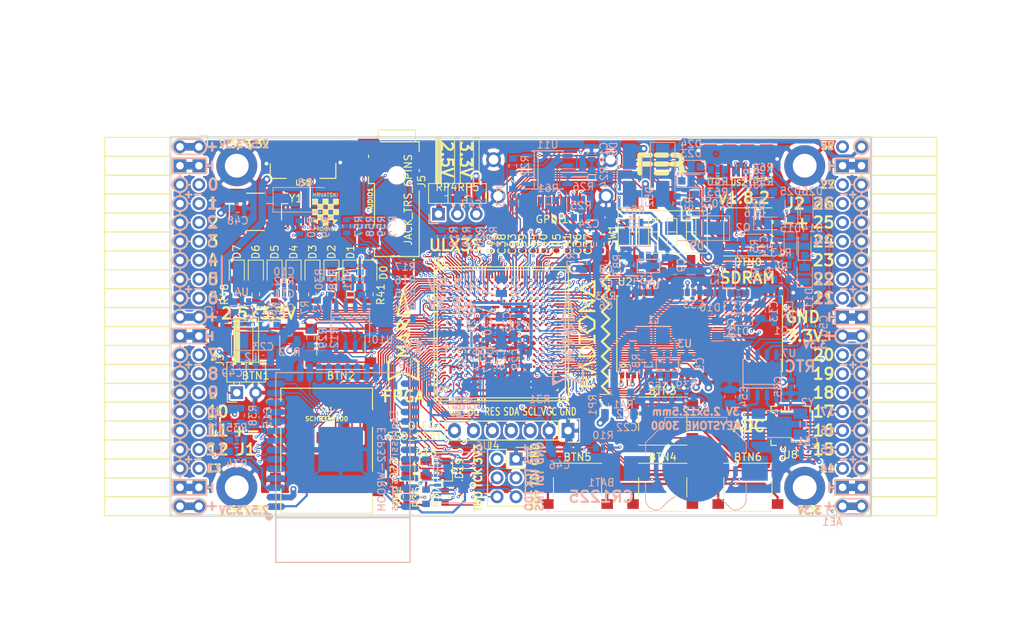
<source format=kicad_pcb>
(kicad_pcb (version 20171130) (host pcbnew 5.0.0-rc2-dev-unknown+dfsg1+20180318-2)

  (general
    (thickness 1.6)
    (drawings 483)
    (tracks 4809)
    (zones 0)
    (modules 206)
    (nets 316)
  )

  (page A4)
  (layers
    (0 F.Cu signal)
    (1 In1.Cu signal)
    (2 In2.Cu signal)
    (31 B.Cu signal)
    (32 B.Adhes user)
    (33 F.Adhes user)
    (34 B.Paste user)
    (35 F.Paste user)
    (36 B.SilkS user)
    (37 F.SilkS user)
    (38 B.Mask user)
    (39 F.Mask user)
    (40 Dwgs.User user)
    (41 Cmts.User user)
    (42 Eco1.User user)
    (43 Eco2.User user)
    (44 Edge.Cuts user)
    (45 Margin user)
    (46 B.CrtYd user)
    (47 F.CrtYd user)
    (48 B.Fab user)
    (49 F.Fab user)
  )

  (setup
    (last_trace_width 0.3)
    (trace_clearance 0.127)
    (zone_clearance 0.127)
    (zone_45_only no)
    (trace_min 0.127)
    (segment_width 0.2)
    (edge_width 0.2)
    (via_size 0.4)
    (via_drill 0.2)
    (via_min_size 0.4)
    (via_min_drill 0.2)
    (uvia_size 0.3)
    (uvia_drill 0.1)
    (uvias_allowed no)
    (uvia_min_size 0.2)
    (uvia_min_drill 0.1)
    (pcb_text_width 0.3)
    (pcb_text_size 1.5 1.5)
    (mod_edge_width 0.15)
    (mod_text_size 1 1)
    (mod_text_width 0.15)
    (pad_size 0.3 0.3)
    (pad_drill 0)
    (pad_to_mask_clearance 0.05)
    (aux_axis_origin 94.1 112.22)
    (grid_origin 93.48 113)
    (visible_elements 7FFFFFFF)
    (pcbplotparams
      (layerselection 0x310fc_ffffffff)
      (usegerberextensions true)
      (usegerberattributes false)
      (usegerberadvancedattributes false)
      (creategerberjobfile false)
      (excludeedgelayer true)
      (linewidth 0.100000)
      (plotframeref false)
      (viasonmask false)
      (mode 1)
      (useauxorigin false)
      (hpglpennumber 1)
      (hpglpenspeed 20)
      (hpglpendiameter 15)
      (psnegative false)
      (psa4output false)
      (plotreference true)
      (plotvalue true)
      (plotinvisibletext false)
      (padsonsilk false)
      (subtractmaskfromsilk false)
      (outputformat 1)
      (mirror false)
      (drillshape 0)
      (scaleselection 1)
      (outputdirectory plot))
  )

  (net 0 "")
  (net 1 GND)
  (net 2 +5V)
  (net 3 /gpio/IN5V)
  (net 4 /gpio/OUT5V)
  (net 5 +3V3)
  (net 6 BTN_D)
  (net 7 BTN_F1)
  (net 8 BTN_F2)
  (net 9 BTN_L)
  (net 10 BTN_R)
  (net 11 BTN_U)
  (net 12 /power/FB1)
  (net 13 +2V5)
  (net 14 /power/PWREN)
  (net 15 /power/FB3)
  (net 16 /power/FB2)
  (net 17 "Net-(D9-Pad1)")
  (net 18 /power/VBAT)
  (net 19 JTAG_TDI)
  (net 20 JTAG_TCK)
  (net 21 JTAG_TMS)
  (net 22 JTAG_TDO)
  (net 23 /power/WAKEUPn)
  (net 24 /power/WKUP)
  (net 25 /power/SHUT)
  (net 26 /power/WAKE)
  (net 27 /power/HOLD)
  (net 28 /power/WKn)
  (net 29 /power/OSCI_32k)
  (net 30 /power/OSCO_32k)
  (net 31 "Net-(Q2-Pad3)")
  (net 32 SHUTDOWN)
  (net 33 /analog/AUDIO_L)
  (net 34 /analog/AUDIO_R)
  (net 35 GPDI_SDA)
  (net 36 GPDI_SCL)
  (net 37 /gpdi/VREF2)
  (net 38 SD_CMD)
  (net 39 SD_CLK)
  (net 40 SD_D0)
  (net 41 SD_D1)
  (net 42 USB5V)
  (net 43 GPDI_CEC)
  (net 44 nRESET)
  (net 45 FTDI_nDTR)
  (net 46 SDRAM_CKE)
  (net 47 SDRAM_A7)
  (net 48 SDRAM_D15)
  (net 49 SDRAM_BA1)
  (net 50 SDRAM_D7)
  (net 51 SDRAM_A6)
  (net 52 SDRAM_CLK)
  (net 53 SDRAM_D13)
  (net 54 SDRAM_BA0)
  (net 55 SDRAM_D6)
  (net 56 SDRAM_A5)
  (net 57 SDRAM_D14)
  (net 58 SDRAM_A11)
  (net 59 SDRAM_D12)
  (net 60 SDRAM_D5)
  (net 61 SDRAM_A4)
  (net 62 SDRAM_A10)
  (net 63 SDRAM_D11)
  (net 64 SDRAM_A3)
  (net 65 SDRAM_D4)
  (net 66 SDRAM_D10)
  (net 67 SDRAM_D9)
  (net 68 SDRAM_A9)
  (net 69 SDRAM_D3)
  (net 70 SDRAM_D8)
  (net 71 SDRAM_A8)
  (net 72 SDRAM_A2)
  (net 73 SDRAM_A1)
  (net 74 SDRAM_A0)
  (net 75 SDRAM_D2)
  (net 76 SDRAM_D1)
  (net 77 SDRAM_D0)
  (net 78 SDRAM_DQM0)
  (net 79 SDRAM_nCS)
  (net 80 SDRAM_nRAS)
  (net 81 SDRAM_DQM1)
  (net 82 SDRAM_nCAS)
  (net 83 SDRAM_nWE)
  (net 84 /flash/FLASH_nWP)
  (net 85 /flash/FLASH_nHOLD)
  (net 86 /flash/FLASH_MOSI)
  (net 87 /flash/FLASH_MISO)
  (net 88 /flash/FLASH_SCK)
  (net 89 /flash/FLASH_nCS)
  (net 90 /flash/FPGA_PROGRAMN)
  (net 91 /flash/FPGA_DONE)
  (net 92 /flash/FPGA_INITN)
  (net 93 OLED_RES)
  (net 94 OLED_DC)
  (net 95 OLED_CS)
  (net 96 WIFI_EN)
  (net 97 FTDI_nRTS)
  (net 98 FTDI_TXD)
  (net 99 FTDI_RXD)
  (net 100 WIFI_RXD)
  (net 101 WIFI_GPIO0)
  (net 102 WIFI_TXD)
  (net 103 USB_FTDI_D+)
  (net 104 USB_FTDI_D-)
  (net 105 SD_D3)
  (net 106 AUDIO_L3)
  (net 107 AUDIO_L2)
  (net 108 AUDIO_L1)
  (net 109 AUDIO_L0)
  (net 110 AUDIO_R3)
  (net 111 AUDIO_R2)
  (net 112 AUDIO_R1)
  (net 113 AUDIO_R0)
  (net 114 OLED_CLK)
  (net 115 OLED_MOSI)
  (net 116 LED0)
  (net 117 LED1)
  (net 118 LED2)
  (net 119 LED3)
  (net 120 LED4)
  (net 121 LED5)
  (net 122 LED6)
  (net 123 LED7)
  (net 124 BTN_PWRn)
  (net 125 FTDI_nTXLED)
  (net 126 FTDI_nSLEEP)
  (net 127 /blinkey/LED_PWREN)
  (net 128 /blinkey/LED_TXLED)
  (net 129 /sdcard/SD3V3)
  (net 130 SD_D2)
  (net 131 CLK_25MHz)
  (net 132 /blinkey/BTNPUL)
  (net 133 /blinkey/BTNPUR)
  (net 134 USB_FPGA_D+)
  (net 135 /power/FTDI_nSUSPEND)
  (net 136 /blinkey/ALED0)
  (net 137 /blinkey/ALED1)
  (net 138 /blinkey/ALED2)
  (net 139 /blinkey/ALED3)
  (net 140 /blinkey/ALED4)
  (net 141 /blinkey/ALED5)
  (net 142 /blinkey/ALED6)
  (net 143 /blinkey/ALED7)
  (net 144 /usb/FTD-)
  (net 145 /usb/FTD+)
  (net 146 ADC_MISO)
  (net 147 ADC_MOSI)
  (net 148 ADC_CSn)
  (net 149 ADC_SCLK)
  (net 150 SW3)
  (net 151 SW2)
  (net 152 SW1)
  (net 153 USB_FPGA_D-)
  (net 154 /usb/FPD+)
  (net 155 /usb/FPD-)
  (net 156 WIFI_GPIO16)
  (net 157 /usb/ANT_433MHz)
  (net 158 /power/PWRBTn)
  (net 159 PROG_DONE)
  (net 160 /power/P3V3)
  (net 161 /power/P2V5)
  (net 162 /power/L1)
  (net 163 /power/L3)
  (net 164 /power/L2)
  (net 165 FTDI_TXDEN)
  (net 166 SDRAM_A12)
  (net 167 /analog/AUDIO_V)
  (net 168 AUDIO_V3)
  (net 169 AUDIO_V2)
  (net 170 AUDIO_V1)
  (net 171 AUDIO_V0)
  (net 172 /blinkey/LED_WIFI)
  (net 173 /power/P1V1)
  (net 174 +1V1)
  (net 175 SW4)
  (net 176 /blinkey/SWPU)
  (net 177 /wifi/WIFIEN)
  (net 178 FT2V5)
  (net 179 GN0)
  (net 180 GP0)
  (net 181 GN1)
  (net 182 GP1)
  (net 183 GN2)
  (net 184 GP2)
  (net 185 GN3)
  (net 186 GP3)
  (net 187 GN4)
  (net 188 GP4)
  (net 189 GN5)
  (net 190 GP5)
  (net 191 GN6)
  (net 192 GP6)
  (net 193 GN14)
  (net 194 GP14)
  (net 195 GN15)
  (net 196 GP15)
  (net 197 GN16)
  (net 198 GP16)
  (net 199 GN17)
  (net 200 GP17)
  (net 201 GN18)
  (net 202 GP18)
  (net 203 GN19)
  (net 204 GP19)
  (net 205 GN20)
  (net 206 GP20)
  (net 207 GN21)
  (net 208 GP21)
  (net 209 GN22)
  (net 210 GP22)
  (net 211 GN23)
  (net 212 GP23)
  (net 213 GN24)
  (net 214 GP24)
  (net 215 GN25)
  (net 216 GP25)
  (net 217 GN26)
  (net 218 GP26)
  (net 219 GN27)
  (net 220 GP27)
  (net 221 GN7)
  (net 222 GP7)
  (net 223 GN8)
  (net 224 GP8)
  (net 225 GN9)
  (net 226 GP9)
  (net 227 GN10)
  (net 228 GP10)
  (net 229 GN11)
  (net 230 GP11)
  (net 231 GN12)
  (net 232 GP12)
  (net 233 GN13)
  (net 234 GP13)
  (net 235 WIFI_GPIO5)
  (net 236 WIFI_GPIO17)
  (net 237 USB_FPGA_PULL_D+)
  (net 238 USB_FPGA_PULL_D-)
  (net 239 "Net-(D23-Pad2)")
  (net 240 "Net-(D24-Pad1)")
  (net 241 "Net-(D25-Pad2)")
  (net 242 "Net-(D26-Pad1)")
  (net 243 /gpdi/GPDI_ETH+)
  (net 244 FPDI_ETH+)
  (net 245 /gpdi/GPDI_ETH-)
  (net 246 FPDI_ETH-)
  (net 247 /gpdi/GPDI_D2-)
  (net 248 FPDI_D2-)
  (net 249 /gpdi/GPDI_D1-)
  (net 250 FPDI_D1-)
  (net 251 /gpdi/GPDI_D0-)
  (net 252 FPDI_D0-)
  (net 253 /gpdi/GPDI_CLK-)
  (net 254 FPDI_CLK-)
  (net 255 /gpdi/GPDI_D2+)
  (net 256 FPDI_D2+)
  (net 257 /gpdi/GPDI_D1+)
  (net 258 FPDI_D1+)
  (net 259 /gpdi/GPDI_D0+)
  (net 260 FPDI_D0+)
  (net 261 /gpdi/GPDI_CLK+)
  (net 262 FPDI_CLK+)
  (net 263 FPDI_SDA)
  (net 264 FPDI_SCL)
  (net 265 /gpdi/FPDI_CEC)
  (net 266 2V5_3V3)
  (net 267 "Net-(AUDIO1-Pad5)")
  (net 268 "Net-(AUDIO1-Pad6)")
  (net 269 "Net-(U1-PadA15)")
  (net 270 "Net-(U1-PadC9)")
  (net 271 "Net-(U1-PadD9)")
  (net 272 "Net-(U1-PadD10)")
  (net 273 "Net-(U1-PadD11)")
  (net 274 "Net-(U1-PadD12)")
  (net 275 "Net-(U1-PadE6)")
  (net 276 "Net-(U1-PadE9)")
  (net 277 "Net-(U1-PadE10)")
  (net 278 "Net-(U1-PadE11)")
  (net 279 "Net-(U1-PadJ4)")
  (net 280 "Net-(U1-PadJ5)")
  (net 281 "Net-(U1-PadK5)")
  (net 282 "Net-(U1-PadL5)")
  (net 283 "Net-(U1-PadM4)")
  (net 284 "Net-(U1-PadM5)")
  (net 285 SD_CD)
  (net 286 SD_WP)
  (net 287 "Net-(U1-PadR3)")
  (net 288 "Net-(U1-PadT16)")
  (net 289 "Net-(U1-PadW4)")
  (net 290 "Net-(U1-PadW5)")
  (net 291 "Net-(U1-PadW8)")
  (net 292 "Net-(U1-PadW9)")
  (net 293 "Net-(U1-PadW13)")
  (net 294 "Net-(U1-PadW14)")
  (net 295 "Net-(U1-PadW17)")
  (net 296 "Net-(U1-PadW18)")
  (net 297 FTDI_nRXLED)
  (net 298 "Net-(U8-Pad12)")
  (net 299 "Net-(U8-Pad25)")
  (net 300 "Net-(U9-Pad32)")
  (net 301 "Net-(U9-Pad22)")
  (net 302 "Net-(U9-Pad21)")
  (net 303 "Net-(U9-Pad20)")
  (net 304 "Net-(U9-Pad19)")
  (net 305 "Net-(U9-Pad18)")
  (net 306 "Net-(U9-Pad17)")
  (net 307 "Net-(U9-Pad12)")
  (net 308 "Net-(U9-Pad5)")
  (net 309 "Net-(U9-Pad4)")
  (net 310 "Net-(US1-Pad4)")
  (net 311 "Net-(US2-Pad4)")
  (net 312 "Net-(Y2-Pad3)")
  (net 313 "Net-(Y2-Pad2)")
  (net 314 "Net-(U1-PadK16)")
  (net 315 "Net-(U1-PadK17)")

  (net_class Default "This is the default net class."
    (clearance 0.127)
    (trace_width 0.3)
    (via_dia 0.4)
    (via_drill 0.2)
    (uvia_dia 0.3)
    (uvia_drill 0.1)
    (add_net +1V1)
    (add_net +2V5)
    (add_net +3V3)
    (add_net +5V)
    (add_net /analog/AUDIO_L)
    (add_net /analog/AUDIO_R)
    (add_net /analog/AUDIO_V)
    (add_net /blinkey/ALED0)
    (add_net /blinkey/ALED1)
    (add_net /blinkey/ALED2)
    (add_net /blinkey/ALED3)
    (add_net /blinkey/ALED4)
    (add_net /blinkey/ALED5)
    (add_net /blinkey/ALED6)
    (add_net /blinkey/ALED7)
    (add_net /blinkey/BTNPUL)
    (add_net /blinkey/BTNPUR)
    (add_net /blinkey/LED_PWREN)
    (add_net /blinkey/LED_TXLED)
    (add_net /blinkey/LED_WIFI)
    (add_net /blinkey/SWPU)
    (add_net /gpdi/FPDI_CEC)
    (add_net /gpdi/GPDI_CLK+)
    (add_net /gpdi/GPDI_CLK-)
    (add_net /gpdi/GPDI_D0+)
    (add_net /gpdi/GPDI_D0-)
    (add_net /gpdi/GPDI_D1+)
    (add_net /gpdi/GPDI_D1-)
    (add_net /gpdi/GPDI_D2+)
    (add_net /gpdi/GPDI_D2-)
    (add_net /gpdi/GPDI_ETH+)
    (add_net /gpdi/GPDI_ETH-)
    (add_net /gpdi/VREF2)
    (add_net /gpio/IN5V)
    (add_net /gpio/OUT5V)
    (add_net /power/FB1)
    (add_net /power/FB2)
    (add_net /power/FB3)
    (add_net /power/FTDI_nSUSPEND)
    (add_net /power/HOLD)
    (add_net /power/L1)
    (add_net /power/L2)
    (add_net /power/L3)
    (add_net /power/OSCI_32k)
    (add_net /power/OSCO_32k)
    (add_net /power/P1V1)
    (add_net /power/P2V5)
    (add_net /power/P3V3)
    (add_net /power/PWRBTn)
    (add_net /power/PWREN)
    (add_net /power/SHUT)
    (add_net /power/VBAT)
    (add_net /power/WAKE)
    (add_net /power/WAKEUPn)
    (add_net /power/WKUP)
    (add_net /power/WKn)
    (add_net /sdcard/SD3V3)
    (add_net /usb/ANT_433MHz)
    (add_net /usb/FPD+)
    (add_net /usb/FPD-)
    (add_net /usb/FTD+)
    (add_net /usb/FTD-)
    (add_net /wifi/WIFIEN)
    (add_net 2V5_3V3)
    (add_net FT2V5)
    (add_net FTDI_nRXLED)
    (add_net GND)
    (add_net "Net-(AUDIO1-Pad5)")
    (add_net "Net-(AUDIO1-Pad6)")
    (add_net "Net-(D23-Pad2)")
    (add_net "Net-(D24-Pad1)")
    (add_net "Net-(D25-Pad2)")
    (add_net "Net-(D26-Pad1)")
    (add_net "Net-(D9-Pad1)")
    (add_net "Net-(Q2-Pad3)")
    (add_net "Net-(U1-PadA15)")
    (add_net "Net-(U1-PadC9)")
    (add_net "Net-(U1-PadD10)")
    (add_net "Net-(U1-PadD11)")
    (add_net "Net-(U1-PadD12)")
    (add_net "Net-(U1-PadD9)")
    (add_net "Net-(U1-PadE10)")
    (add_net "Net-(U1-PadE11)")
    (add_net "Net-(U1-PadE6)")
    (add_net "Net-(U1-PadE9)")
    (add_net "Net-(U1-PadJ4)")
    (add_net "Net-(U1-PadJ5)")
    (add_net "Net-(U1-PadK16)")
    (add_net "Net-(U1-PadK17)")
    (add_net "Net-(U1-PadK5)")
    (add_net "Net-(U1-PadL5)")
    (add_net "Net-(U1-PadM4)")
    (add_net "Net-(U1-PadM5)")
    (add_net "Net-(U1-PadR3)")
    (add_net "Net-(U1-PadT16)")
    (add_net "Net-(U1-PadW13)")
    (add_net "Net-(U1-PadW14)")
    (add_net "Net-(U1-PadW17)")
    (add_net "Net-(U1-PadW18)")
    (add_net "Net-(U1-PadW4)")
    (add_net "Net-(U1-PadW5)")
    (add_net "Net-(U1-PadW8)")
    (add_net "Net-(U1-PadW9)")
    (add_net "Net-(U8-Pad12)")
    (add_net "Net-(U8-Pad25)")
    (add_net "Net-(U9-Pad12)")
    (add_net "Net-(U9-Pad17)")
    (add_net "Net-(U9-Pad18)")
    (add_net "Net-(U9-Pad19)")
    (add_net "Net-(U9-Pad20)")
    (add_net "Net-(U9-Pad21)")
    (add_net "Net-(U9-Pad22)")
    (add_net "Net-(U9-Pad32)")
    (add_net "Net-(U9-Pad4)")
    (add_net "Net-(U9-Pad5)")
    (add_net "Net-(US1-Pad4)")
    (add_net "Net-(US2-Pad4)")
    (add_net "Net-(Y2-Pad2)")
    (add_net "Net-(Y2-Pad3)")
    (add_net SD_CD)
    (add_net SD_WP)
    (add_net USB5V)
  )

  (net_class BGA ""
    (clearance 0.127)
    (trace_width 0.19)
    (via_dia 0.4)
    (via_drill 0.2)
    (uvia_dia 0.3)
    (uvia_drill 0.1)
    (add_net /flash/FLASH_MISO)
    (add_net /flash/FLASH_MOSI)
    (add_net /flash/FLASH_SCK)
    (add_net /flash/FLASH_nCS)
    (add_net /flash/FLASH_nHOLD)
    (add_net /flash/FLASH_nWP)
    (add_net /flash/FPGA_DONE)
    (add_net /flash/FPGA_INITN)
    (add_net /flash/FPGA_PROGRAMN)
    (add_net ADC_CSn)
    (add_net ADC_MISO)
    (add_net ADC_MOSI)
    (add_net ADC_SCLK)
    (add_net AUDIO_L0)
    (add_net AUDIO_L1)
    (add_net AUDIO_L2)
    (add_net AUDIO_L3)
    (add_net AUDIO_R0)
    (add_net AUDIO_R1)
    (add_net AUDIO_R2)
    (add_net AUDIO_R3)
    (add_net AUDIO_V0)
    (add_net AUDIO_V1)
    (add_net AUDIO_V2)
    (add_net AUDIO_V3)
    (add_net BTN_D)
    (add_net BTN_F1)
    (add_net BTN_F2)
    (add_net BTN_L)
    (add_net BTN_PWRn)
    (add_net BTN_R)
    (add_net BTN_U)
    (add_net CLK_25MHz)
    (add_net FPDI_CLK+)
    (add_net FPDI_CLK-)
    (add_net FPDI_D0+)
    (add_net FPDI_D0-)
    (add_net FPDI_D1+)
    (add_net FPDI_D1-)
    (add_net FPDI_D2+)
    (add_net FPDI_D2-)
    (add_net FPDI_ETH+)
    (add_net FPDI_ETH-)
    (add_net FPDI_SCL)
    (add_net FPDI_SDA)
    (add_net FTDI_RXD)
    (add_net FTDI_TXD)
    (add_net FTDI_TXDEN)
    (add_net FTDI_nDTR)
    (add_net FTDI_nRTS)
    (add_net FTDI_nSLEEP)
    (add_net FTDI_nTXLED)
    (add_net GN0)
    (add_net GN1)
    (add_net GN10)
    (add_net GN11)
    (add_net GN12)
    (add_net GN13)
    (add_net GN14)
    (add_net GN15)
    (add_net GN16)
    (add_net GN17)
    (add_net GN18)
    (add_net GN19)
    (add_net GN2)
    (add_net GN20)
    (add_net GN21)
    (add_net GN22)
    (add_net GN23)
    (add_net GN24)
    (add_net GN25)
    (add_net GN26)
    (add_net GN27)
    (add_net GN3)
    (add_net GN4)
    (add_net GN5)
    (add_net GN6)
    (add_net GN7)
    (add_net GN8)
    (add_net GN9)
    (add_net GP0)
    (add_net GP1)
    (add_net GP10)
    (add_net GP11)
    (add_net GP12)
    (add_net GP13)
    (add_net GP14)
    (add_net GP15)
    (add_net GP16)
    (add_net GP17)
    (add_net GP18)
    (add_net GP19)
    (add_net GP2)
    (add_net GP20)
    (add_net GP21)
    (add_net GP22)
    (add_net GP23)
    (add_net GP24)
    (add_net GP25)
    (add_net GP26)
    (add_net GP27)
    (add_net GP3)
    (add_net GP4)
    (add_net GP5)
    (add_net GP6)
    (add_net GP7)
    (add_net GP8)
    (add_net GP9)
    (add_net GPDI_CEC)
    (add_net GPDI_SCL)
    (add_net GPDI_SDA)
    (add_net JTAG_TCK)
    (add_net JTAG_TDI)
    (add_net JTAG_TDO)
    (add_net JTAG_TMS)
    (add_net LED0)
    (add_net LED1)
    (add_net LED2)
    (add_net LED3)
    (add_net LED4)
    (add_net LED5)
    (add_net LED6)
    (add_net LED7)
    (add_net OLED_CLK)
    (add_net OLED_CS)
    (add_net OLED_DC)
    (add_net OLED_MOSI)
    (add_net OLED_RES)
    (add_net PROG_DONE)
    (add_net SDRAM_A0)
    (add_net SDRAM_A1)
    (add_net SDRAM_A10)
    (add_net SDRAM_A11)
    (add_net SDRAM_A12)
    (add_net SDRAM_A2)
    (add_net SDRAM_A3)
    (add_net SDRAM_A4)
    (add_net SDRAM_A5)
    (add_net SDRAM_A6)
    (add_net SDRAM_A7)
    (add_net SDRAM_A8)
    (add_net SDRAM_A9)
    (add_net SDRAM_BA0)
    (add_net SDRAM_BA1)
    (add_net SDRAM_CKE)
    (add_net SDRAM_CLK)
    (add_net SDRAM_D0)
    (add_net SDRAM_D1)
    (add_net SDRAM_D10)
    (add_net SDRAM_D11)
    (add_net SDRAM_D12)
    (add_net SDRAM_D13)
    (add_net SDRAM_D14)
    (add_net SDRAM_D15)
    (add_net SDRAM_D2)
    (add_net SDRAM_D3)
    (add_net SDRAM_D4)
    (add_net SDRAM_D5)
    (add_net SDRAM_D6)
    (add_net SDRAM_D7)
    (add_net SDRAM_D8)
    (add_net SDRAM_D9)
    (add_net SDRAM_DQM0)
    (add_net SDRAM_DQM1)
    (add_net SDRAM_nCAS)
    (add_net SDRAM_nCS)
    (add_net SDRAM_nRAS)
    (add_net SDRAM_nWE)
    (add_net SD_CLK)
    (add_net SD_CMD)
    (add_net SD_D0)
    (add_net SD_D1)
    (add_net SD_D2)
    (add_net SD_D3)
    (add_net SHUTDOWN)
    (add_net SW1)
    (add_net SW2)
    (add_net SW3)
    (add_net SW4)
    (add_net USB_FPGA_D+)
    (add_net USB_FPGA_D-)
    (add_net USB_FPGA_PULL_D+)
    (add_net USB_FPGA_PULL_D-)
    (add_net USB_FTDI_D+)
    (add_net USB_FTDI_D-)
    (add_net WIFI_EN)
    (add_net WIFI_GPIO0)
    (add_net WIFI_GPIO16)
    (add_net WIFI_GPIO17)
    (add_net WIFI_GPIO5)
    (add_net WIFI_RXD)
    (add_net WIFI_TXD)
    (add_net nRESET)
  )

  (net_class Minimal ""
    (clearance 0.127)
    (trace_width 0.127)
    (via_dia 0.4)
    (via_drill 0.2)
    (uvia_dia 0.3)
    (uvia_drill 0.1)
  )

  (module Socket_Strips:Socket_Strip_Angled_2x20 (layer F.Cu) (tedit 5A2B354F) (tstamp 58E6BE3D)
    (at 97.91 62.69 270)
    (descr "Through hole socket strip")
    (tags "socket strip")
    (path /56AC389C/58E6B835)
    (fp_text reference J1 (at 40.64 -6.35) (layer F.SilkS)
      (effects (font (size 1.5 1.5) (thickness 0.3)))
    )
    (fp_text value CONN_02X20 (at 0 -2.6 270) (layer F.Fab) hide
      (effects (font (size 1 1) (thickness 0.15)))
    )
    (fp_line (start -1.75 -1.35) (end -1.75 13.15) (layer F.CrtYd) (width 0.05))
    (fp_line (start 50.05 -1.35) (end 50.05 13.15) (layer F.CrtYd) (width 0.05))
    (fp_line (start -1.75 -1.35) (end 50.05 -1.35) (layer F.CrtYd) (width 0.05))
    (fp_line (start -1.75 13.15) (end 50.05 13.15) (layer F.CrtYd) (width 0.05))
    (fp_line (start 49.53 12.64) (end 49.53 3.81) (layer F.SilkS) (width 0.15))
    (fp_line (start 46.99 12.64) (end 49.53 12.64) (layer F.SilkS) (width 0.15))
    (fp_line (start 46.99 3.81) (end 49.53 3.81) (layer F.SilkS) (width 0.15))
    (fp_line (start 49.53 3.81) (end 49.53 12.64) (layer F.SilkS) (width 0.15))
    (fp_line (start 46.99 3.81) (end 46.99 12.64) (layer F.SilkS) (width 0.15))
    (fp_line (start 44.45 3.81) (end 46.99 3.81) (layer F.SilkS) (width 0.15))
    (fp_line (start 44.45 12.64) (end 46.99 12.64) (layer F.SilkS) (width 0.15))
    (fp_line (start 46.99 12.64) (end 46.99 3.81) (layer F.SilkS) (width 0.15))
    (fp_line (start 29.21 12.64) (end 29.21 3.81) (layer F.SilkS) (width 0.15))
    (fp_line (start 26.67 12.64) (end 29.21 12.64) (layer F.SilkS) (width 0.15))
    (fp_line (start 26.67 3.81) (end 29.21 3.81) (layer F.SilkS) (width 0.15))
    (fp_line (start 29.21 3.81) (end 29.21 12.64) (layer F.SilkS) (width 0.15))
    (fp_line (start 31.75 3.81) (end 31.75 12.64) (layer F.SilkS) (width 0.15))
    (fp_line (start 29.21 3.81) (end 31.75 3.81) (layer F.SilkS) (width 0.15))
    (fp_line (start 29.21 12.64) (end 31.75 12.64) (layer F.SilkS) (width 0.15))
    (fp_line (start 31.75 12.64) (end 31.75 3.81) (layer F.SilkS) (width 0.15))
    (fp_line (start 44.45 12.64) (end 44.45 3.81) (layer F.SilkS) (width 0.15))
    (fp_line (start 41.91 12.64) (end 44.45 12.64) (layer F.SilkS) (width 0.15))
    (fp_line (start 41.91 3.81) (end 44.45 3.81) (layer F.SilkS) (width 0.15))
    (fp_line (start 44.45 3.81) (end 44.45 12.64) (layer F.SilkS) (width 0.15))
    (fp_line (start 41.91 3.81) (end 41.91 12.64) (layer F.SilkS) (width 0.15))
    (fp_line (start 39.37 3.81) (end 41.91 3.81) (layer F.SilkS) (width 0.15))
    (fp_line (start 39.37 12.64) (end 41.91 12.64) (layer F.SilkS) (width 0.15))
    (fp_line (start 41.91 12.64) (end 41.91 3.81) (layer F.SilkS) (width 0.15))
    (fp_line (start 39.37 12.64) (end 39.37 3.81) (layer F.SilkS) (width 0.15))
    (fp_line (start 36.83 12.64) (end 39.37 12.64) (layer F.SilkS) (width 0.15))
    (fp_line (start 36.83 3.81) (end 39.37 3.81) (layer F.SilkS) (width 0.15))
    (fp_line (start 39.37 3.81) (end 39.37 12.64) (layer F.SilkS) (width 0.15))
    (fp_line (start 36.83 3.81) (end 36.83 12.64) (layer F.SilkS) (width 0.15))
    (fp_line (start 34.29 3.81) (end 36.83 3.81) (layer F.SilkS) (width 0.15))
    (fp_line (start 34.29 12.64) (end 36.83 12.64) (layer F.SilkS) (width 0.15))
    (fp_line (start 36.83 12.64) (end 36.83 3.81) (layer F.SilkS) (width 0.15))
    (fp_line (start 34.29 12.64) (end 34.29 3.81) (layer F.SilkS) (width 0.15))
    (fp_line (start 31.75 12.64) (end 34.29 12.64) (layer F.SilkS) (width 0.15))
    (fp_line (start 31.75 3.81) (end 34.29 3.81) (layer F.SilkS) (width 0.15))
    (fp_line (start 34.29 3.81) (end 34.29 12.64) (layer F.SilkS) (width 0.15))
    (fp_line (start 16.51 3.81) (end 16.51 12.64) (layer F.SilkS) (width 0.15))
    (fp_line (start 13.97 3.81) (end 16.51 3.81) (layer F.SilkS) (width 0.15))
    (fp_line (start 13.97 12.64) (end 16.51 12.64) (layer F.SilkS) (width 0.15))
    (fp_line (start 16.51 12.64) (end 16.51 3.81) (layer F.SilkS) (width 0.15))
    (fp_line (start 19.05 12.64) (end 19.05 3.81) (layer F.SilkS) (width 0.15))
    (fp_line (start 16.51 12.64) (end 19.05 12.64) (layer F.SilkS) (width 0.15))
    (fp_line (start 16.51 3.81) (end 19.05 3.81) (layer F.SilkS) (width 0.15))
    (fp_line (start 19.05 3.81) (end 19.05 12.64) (layer F.SilkS) (width 0.15))
    (fp_line (start 21.59 3.81) (end 21.59 12.64) (layer F.SilkS) (width 0.15))
    (fp_line (start 19.05 3.81) (end 21.59 3.81) (layer F.SilkS) (width 0.15))
    (fp_line (start 19.05 12.64) (end 21.59 12.64) (layer F.SilkS) (width 0.15))
    (fp_line (start 21.59 12.64) (end 21.59 3.81) (layer F.SilkS) (width 0.15))
    (fp_line (start 24.13 12.64) (end 24.13 3.81) (layer F.SilkS) (width 0.15))
    (fp_line (start 21.59 12.64) (end 24.13 12.64) (layer F.SilkS) (width 0.15))
    (fp_line (start 21.59 3.81) (end 24.13 3.81) (layer F.SilkS) (width 0.15))
    (fp_line (start 24.13 3.81) (end 24.13 12.64) (layer F.SilkS) (width 0.15))
    (fp_line (start 26.67 3.81) (end 26.67 12.64) (layer F.SilkS) (width 0.15))
    (fp_line (start 24.13 3.81) (end 26.67 3.81) (layer F.SilkS) (width 0.15))
    (fp_line (start 24.13 12.64) (end 26.67 12.64) (layer F.SilkS) (width 0.15))
    (fp_line (start 26.67 12.64) (end 26.67 3.81) (layer F.SilkS) (width 0.15))
    (fp_line (start 13.97 12.64) (end 13.97 3.81) (layer F.SilkS) (width 0.15))
    (fp_line (start 11.43 12.64) (end 13.97 12.64) (layer F.SilkS) (width 0.15))
    (fp_line (start 11.43 3.81) (end 13.97 3.81) (layer F.SilkS) (width 0.15))
    (fp_line (start 13.97 3.81) (end 13.97 12.64) (layer F.SilkS) (width 0.15))
    (fp_line (start 11.43 3.81) (end 11.43 12.64) (layer F.SilkS) (width 0.15))
    (fp_line (start 8.89 3.81) (end 11.43 3.81) (layer F.SilkS) (width 0.15))
    (fp_line (start 8.89 12.64) (end 11.43 12.64) (layer F.SilkS) (width 0.15))
    (fp_line (start 11.43 12.64) (end 11.43 3.81) (layer F.SilkS) (width 0.15))
    (fp_line (start 8.89 12.64) (end 8.89 3.81) (layer F.SilkS) (width 0.15))
    (fp_line (start 6.35 12.64) (end 8.89 12.64) (layer F.SilkS) (width 0.15))
    (fp_line (start 6.35 3.81) (end 8.89 3.81) (layer F.SilkS) (width 0.15))
    (fp_line (start 8.89 3.81) (end 8.89 12.64) (layer F.SilkS) (width 0.15))
    (fp_line (start 6.35 3.81) (end 6.35 12.64) (layer F.SilkS) (width 0.15))
    (fp_line (start 3.81 3.81) (end 6.35 3.81) (layer F.SilkS) (width 0.15))
    (fp_line (start 3.81 12.64) (end 6.35 12.64) (layer F.SilkS) (width 0.15))
    (fp_line (start 6.35 12.64) (end 6.35 3.81) (layer F.SilkS) (width 0.15))
    (fp_line (start 3.81 12.64) (end 3.81 3.81) (layer F.SilkS) (width 0.15))
    (fp_line (start 1.27 12.64) (end 3.81 12.64) (layer F.SilkS) (width 0.15))
    (fp_line (start 1.27 3.81) (end 3.81 3.81) (layer F.SilkS) (width 0.15))
    (fp_line (start 3.81 3.81) (end 3.81 12.64) (layer F.SilkS) (width 0.15))
    (fp_line (start 1.27 3.81) (end 1.27 12.64) (layer F.SilkS) (width 0.15))
    (fp_line (start -1.27 3.81) (end 1.27 3.81) (layer F.SilkS) (width 0.15))
    (fp_line (start 0 -1.15) (end -1.55 -1.15) (layer F.SilkS) (width 0.15))
    (fp_line (start -1.55 -1.15) (end -1.55 0) (layer F.SilkS) (width 0.15))
    (fp_line (start -1.27 3.81) (end -1.27 12.64) (layer F.SilkS) (width 0.15))
    (fp_line (start -1.27 12.64) (end 1.27 12.64) (layer F.SilkS) (width 0.15))
    (fp_line (start 1.27 12.64) (end 1.27 3.81) (layer F.SilkS) (width 0.15))
    (pad 1 thru_hole oval (at 0 0 270) (size 1.7272 1.7272) (drill 1.016) (layers *.Cu *.Mask)
      (net 266 2V5_3V3))
    (pad 2 thru_hole oval (at 0 2.54 270) (size 1.7272 1.7272) (drill 1.016) (layers *.Cu *.Mask)
      (net 266 2V5_3V3))
    (pad 3 thru_hole rect (at 2.54 0 270) (size 1.7272 1.7272) (drill 1.016) (layers *.Cu *.Mask)
      (net 1 GND))
    (pad 4 thru_hole rect (at 2.54 2.54 270) (size 1.7272 1.7272) (drill 1.016) (layers *.Cu *.Mask)
      (net 1 GND))
    (pad 5 thru_hole oval (at 5.08 0 270) (size 1.7272 1.7272) (drill 1.016) (layers *.Cu *.Mask)
      (net 179 GN0))
    (pad 6 thru_hole oval (at 5.08 2.54 270) (size 1.7272 1.7272) (drill 1.016) (layers *.Cu *.Mask)
      (net 180 GP0))
    (pad 7 thru_hole oval (at 7.62 0 270) (size 1.7272 1.7272) (drill 1.016) (layers *.Cu *.Mask)
      (net 181 GN1))
    (pad 8 thru_hole oval (at 7.62 2.54 270) (size 1.7272 1.7272) (drill 1.016) (layers *.Cu *.Mask)
      (net 182 GP1))
    (pad 9 thru_hole oval (at 10.16 0 270) (size 1.7272 1.7272) (drill 1.016) (layers *.Cu *.Mask)
      (net 183 GN2))
    (pad 10 thru_hole oval (at 10.16 2.54 270) (size 1.7272 1.7272) (drill 1.016) (layers *.Cu *.Mask)
      (net 184 GP2))
    (pad 11 thru_hole oval (at 12.7 0 270) (size 1.7272 1.7272) (drill 1.016) (layers *.Cu *.Mask)
      (net 185 GN3))
    (pad 12 thru_hole oval (at 12.7 2.54 270) (size 1.7272 1.7272) (drill 1.016) (layers *.Cu *.Mask)
      (net 186 GP3))
    (pad 13 thru_hole oval (at 15.24 0 270) (size 1.7272 1.7272) (drill 1.016) (layers *.Cu *.Mask)
      (net 187 GN4))
    (pad 14 thru_hole oval (at 15.24 2.54 270) (size 1.7272 1.7272) (drill 1.016) (layers *.Cu *.Mask)
      (net 188 GP4))
    (pad 15 thru_hole oval (at 17.78 0 270) (size 1.7272 1.7272) (drill 1.016) (layers *.Cu *.Mask)
      (net 189 GN5))
    (pad 16 thru_hole oval (at 17.78 2.54 270) (size 1.7272 1.7272) (drill 1.016) (layers *.Cu *.Mask)
      (net 190 GP5))
    (pad 17 thru_hole oval (at 20.32 0 270) (size 1.7272 1.7272) (drill 1.016) (layers *.Cu *.Mask)
      (net 191 GN6))
    (pad 18 thru_hole oval (at 20.32 2.54 270) (size 1.7272 1.7272) (drill 1.016) (layers *.Cu *.Mask)
      (net 192 GP6))
    (pad 19 thru_hole oval (at 22.86 0 270) (size 1.7272 1.7272) (drill 1.016) (layers *.Cu *.Mask)
      (net 266 2V5_3V3))
    (pad 20 thru_hole oval (at 22.86 2.54 270) (size 1.7272 1.7272) (drill 1.016) (layers *.Cu *.Mask)
      (net 266 2V5_3V3))
    (pad 21 thru_hole rect (at 25.4 0 270) (size 1.7272 1.7272) (drill 1.016) (layers *.Cu *.Mask)
      (net 1 GND))
    (pad 22 thru_hole rect (at 25.4 2.54 270) (size 1.7272 1.7272) (drill 1.016) (layers *.Cu *.Mask)
      (net 1 GND))
    (pad 23 thru_hole oval (at 27.94 0 270) (size 1.7272 1.7272) (drill 1.016) (layers *.Cu *.Mask)
      (net 221 GN7))
    (pad 24 thru_hole oval (at 27.94 2.54 270) (size 1.7272 1.7272) (drill 1.016) (layers *.Cu *.Mask)
      (net 222 GP7))
    (pad 25 thru_hole oval (at 30.48 0 270) (size 1.7272 1.7272) (drill 1.016) (layers *.Cu *.Mask)
      (net 223 GN8))
    (pad 26 thru_hole oval (at 30.48 2.54 270) (size 1.7272 1.7272) (drill 1.016) (layers *.Cu *.Mask)
      (net 224 GP8))
    (pad 27 thru_hole oval (at 33.02 0 270) (size 1.7272 1.7272) (drill 1.016) (layers *.Cu *.Mask)
      (net 225 GN9))
    (pad 28 thru_hole oval (at 33.02 2.54 270) (size 1.7272 1.7272) (drill 1.016) (layers *.Cu *.Mask)
      (net 226 GP9))
    (pad 29 thru_hole oval (at 35.56 0 270) (size 1.7272 1.7272) (drill 1.016) (layers *.Cu *.Mask)
      (net 227 GN10))
    (pad 30 thru_hole oval (at 35.56 2.54 270) (size 1.7272 1.7272) (drill 1.016) (layers *.Cu *.Mask)
      (net 228 GP10))
    (pad 31 thru_hole oval (at 38.1 0 270) (size 1.7272 1.7272) (drill 1.016) (layers *.Cu *.Mask)
      (net 229 GN11))
    (pad 32 thru_hole oval (at 38.1 2.54 270) (size 1.7272 1.7272) (drill 1.016) (layers *.Cu *.Mask)
      (net 230 GP11))
    (pad 33 thru_hole oval (at 40.64 0 270) (size 1.7272 1.7272) (drill 1.016) (layers *.Cu *.Mask)
      (net 231 GN12))
    (pad 34 thru_hole oval (at 40.64 2.54 270) (size 1.7272 1.7272) (drill 1.016) (layers *.Cu *.Mask)
      (net 232 GP12))
    (pad 35 thru_hole oval (at 43.18 0 270) (size 1.7272 1.7272) (drill 1.016) (layers *.Cu *.Mask)
      (net 233 GN13))
    (pad 36 thru_hole oval (at 43.18 2.54 270) (size 1.7272 1.7272) (drill 1.016) (layers *.Cu *.Mask)
      (net 234 GP13))
    (pad 37 thru_hole rect (at 45.72 0 270) (size 1.7272 1.7272) (drill 1.016) (layers *.Cu *.Mask)
      (net 1 GND))
    (pad 38 thru_hole rect (at 45.72 2.54 270) (size 1.7272 1.7272) (drill 1.016) (layers *.Cu *.Mask)
      (net 1 GND))
    (pad 39 thru_hole oval (at 48.26 0 270) (size 1.7272 1.7272) (drill 1.016) (layers *.Cu *.Mask)
      (net 266 2V5_3V3))
    (pad 40 thru_hole oval (at 48.26 2.54 270) (size 1.7272 1.7272) (drill 1.016) (layers *.Cu *.Mask)
      (net 266 2V5_3V3))
    (model Socket_Strips.3dshapes/Socket_Strip_Angled_2x20.wrl
      (offset (xyz 24.12999963760376 -1.269999980926514 0))
      (scale (xyz 1 1 1))
      (rotate (xyz 0 0 180))
    )
  )

  (module TSOT-25:TSOT-25 (layer B.Cu) (tedit 59CD7E8F) (tstamp 58D5976E)
    (at 160.775 91.9)
    (path /58D51CAD/5AF563F3)
    (attr smd)
    (fp_text reference U3 (at 2.301 -2.776) (layer B.SilkS)
      (effects (font (size 1 1) (thickness 0.2)) (justify mirror))
    )
    (fp_text value TLV62569DBV (at 0 2.286) (layer B.Fab)
      (effects (font (size 0.4 0.4) (thickness 0.1)) (justify mirror))
    )
    (fp_circle (center -1 -0.4) (end -0.95 -0.5) (layer B.SilkS) (width 0.15))
    (fp_line (start -1.5 0.9) (end 1.5 0.9) (layer B.SilkS) (width 0.15))
    (fp_line (start 1.5 0.9) (end 1.5 -0.9) (layer B.SilkS) (width 0.15))
    (fp_line (start 1.5 -0.9) (end -1.5 -0.9) (layer B.SilkS) (width 0.15))
    (fp_line (start -1.5 -0.9) (end -1.5 0.9) (layer B.SilkS) (width 0.15))
    (pad 1 smd rect (at -0.95 -1.3) (size 0.7 1.2) (layers B.Cu B.Paste B.Mask)
      (net 14 /power/PWREN))
    (pad 2 smd rect (at 0 -1.3) (size 0.7 1.2) (layers B.Cu B.Paste B.Mask)
      (net 1 GND))
    (pad 3 smd rect (at 0.95 -1.3) (size 0.7 1.2) (layers B.Cu B.Paste B.Mask)
      (net 162 /power/L1))
    (pad 4 smd rect (at 0.95 1.3) (size 0.7 1.2) (layers B.Cu B.Paste B.Mask)
      (net 2 +5V))
    (pad 5 smd rect (at -0.95 1.3) (size 0.7 1.2) (layers B.Cu B.Paste B.Mask)
      (net 12 /power/FB1))
    (model ${KISYS3DMOD}/Package_TO_SOT_SMD.3dshapes/SOT-23-5.wrl
      (at (xyz 0 0 0))
      (scale (xyz 1 1 1))
      (rotate (xyz 0 0 -90))
    )
  )

  (module TSOT-25:TSOT-25 (layer B.Cu) (tedit 59CD7E82) (tstamp 58D599CD)
    (at 103.625 84.915 180)
    (path /58D51CAD/5AFCB5C1)
    (attr smd)
    (fp_text reference U4 (at 0 2.697 180) (layer B.SilkS)
      (effects (font (size 1 1) (thickness 0.2)) (justify mirror))
    )
    (fp_text value TLV62569DBV (at 0 2.443 180) (layer B.Fab)
      (effects (font (size 0.4 0.4) (thickness 0.1)) (justify mirror))
    )
    (fp_circle (center -1 -0.4) (end -0.95 -0.5) (layer B.SilkS) (width 0.15))
    (fp_line (start -1.5 0.9) (end 1.5 0.9) (layer B.SilkS) (width 0.15))
    (fp_line (start 1.5 0.9) (end 1.5 -0.9) (layer B.SilkS) (width 0.15))
    (fp_line (start 1.5 -0.9) (end -1.5 -0.9) (layer B.SilkS) (width 0.15))
    (fp_line (start -1.5 -0.9) (end -1.5 0.9) (layer B.SilkS) (width 0.15))
    (pad 1 smd rect (at -0.95 -1.3 180) (size 0.7 1.2) (layers B.Cu B.Paste B.Mask)
      (net 14 /power/PWREN))
    (pad 2 smd rect (at 0 -1.3 180) (size 0.7 1.2) (layers B.Cu B.Paste B.Mask)
      (net 1 GND))
    (pad 3 smd rect (at 0.95 -1.3 180) (size 0.7 1.2) (layers B.Cu B.Paste B.Mask)
      (net 164 /power/L2))
    (pad 4 smd rect (at 0.95 1.3 180) (size 0.7 1.2) (layers B.Cu B.Paste B.Mask)
      (net 2 +5V))
    (pad 5 smd rect (at -0.95 1.3 180) (size 0.7 1.2) (layers B.Cu B.Paste B.Mask)
      (net 16 /power/FB2))
    (model ${KISYS3DMOD}/Package_TO_SOT_SMD.3dshapes/SOT-23-5.wrl
      (at (xyz 0 0 0))
      (scale (xyz 1 1 1))
      (rotate (xyz 0 0 -90))
    )
  )

  (module TSOT-25:TSOT-25 (layer B.Cu) (tedit 59CD7D98) (tstamp 58D66E99)
    (at 158.235 78.692)
    (path /58D51CAD/5AFCC283)
    (attr smd)
    (fp_text reference U5 (at 0.523 2.558) (layer B.SilkS)
      (effects (font (size 1 1) (thickness 0.2)) (justify mirror))
    )
    (fp_text value TLV62569DBV (at 0 2.413) (layer B.Fab)
      (effects (font (size 0.4 0.4) (thickness 0.1)) (justify mirror))
    )
    (fp_circle (center -1 -0.4) (end -0.95 -0.5) (layer B.SilkS) (width 0.15))
    (fp_line (start -1.5 0.9) (end 1.5 0.9) (layer B.SilkS) (width 0.15))
    (fp_line (start 1.5 0.9) (end 1.5 -0.9) (layer B.SilkS) (width 0.15))
    (fp_line (start 1.5 -0.9) (end -1.5 -0.9) (layer B.SilkS) (width 0.15))
    (fp_line (start -1.5 -0.9) (end -1.5 0.9) (layer B.SilkS) (width 0.15))
    (pad 1 smd rect (at -0.95 -1.3) (size 0.7 1.2) (layers B.Cu B.Paste B.Mask)
      (net 14 /power/PWREN))
    (pad 2 smd rect (at 0 -1.3) (size 0.7 1.2) (layers B.Cu B.Paste B.Mask)
      (net 1 GND))
    (pad 3 smd rect (at 0.95 -1.3) (size 0.7 1.2) (layers B.Cu B.Paste B.Mask)
      (net 163 /power/L3))
    (pad 4 smd rect (at 0.95 1.3) (size 0.7 1.2) (layers B.Cu B.Paste B.Mask)
      (net 2 +5V))
    (pad 5 smd rect (at -0.95 1.3) (size 0.7 1.2) (layers B.Cu B.Paste B.Mask)
      (net 15 /power/FB3))
    (model ${KISYS3DMOD}/Package_TO_SOT_SMD.3dshapes/SOT-23-5.wrl
      (at (xyz 0 0 0))
      (scale (xyz 1 1 1))
      (rotate (xyz 0 0 -90))
    )
  )

  (module Socket_Strips:Socket_Strip_Angled_2x20 (layer F.Cu) (tedit 5A2B35BD) (tstamp 58E6BE69)
    (at 184.27 110.95 90)
    (descr "Through hole socket strip")
    (tags "socket strip")
    (path /56AC389C/58E6B7F6)
    (fp_text reference J2 (at 40.64 -6.35 180) (layer F.SilkS)
      (effects (font (size 1.5 1.5) (thickness 0.3)))
    )
    (fp_text value CONN_02X20 (at 0 -2.6 90) (layer F.Fab) hide
      (effects (font (size 1 1) (thickness 0.15)))
    )
    (fp_line (start -1.75 -1.35) (end -1.75 13.15) (layer F.CrtYd) (width 0.05))
    (fp_line (start 50.05 -1.35) (end 50.05 13.15) (layer F.CrtYd) (width 0.05))
    (fp_line (start -1.75 -1.35) (end 50.05 -1.35) (layer F.CrtYd) (width 0.05))
    (fp_line (start -1.75 13.15) (end 50.05 13.15) (layer F.CrtYd) (width 0.05))
    (fp_line (start 49.53 12.64) (end 49.53 3.81) (layer F.SilkS) (width 0.15))
    (fp_line (start 46.99 12.64) (end 49.53 12.64) (layer F.SilkS) (width 0.15))
    (fp_line (start 46.99 3.81) (end 49.53 3.81) (layer F.SilkS) (width 0.15))
    (fp_line (start 49.53 3.81) (end 49.53 12.64) (layer F.SilkS) (width 0.15))
    (fp_line (start 46.99 3.81) (end 46.99 12.64) (layer F.SilkS) (width 0.15))
    (fp_line (start 44.45 3.81) (end 46.99 3.81) (layer F.SilkS) (width 0.15))
    (fp_line (start 44.45 12.64) (end 46.99 12.64) (layer F.SilkS) (width 0.15))
    (fp_line (start 46.99 12.64) (end 46.99 3.81) (layer F.SilkS) (width 0.15))
    (fp_line (start 29.21 12.64) (end 29.21 3.81) (layer F.SilkS) (width 0.15))
    (fp_line (start 26.67 12.64) (end 29.21 12.64) (layer F.SilkS) (width 0.15))
    (fp_line (start 26.67 3.81) (end 29.21 3.81) (layer F.SilkS) (width 0.15))
    (fp_line (start 29.21 3.81) (end 29.21 12.64) (layer F.SilkS) (width 0.15))
    (fp_line (start 31.75 3.81) (end 31.75 12.64) (layer F.SilkS) (width 0.15))
    (fp_line (start 29.21 3.81) (end 31.75 3.81) (layer F.SilkS) (width 0.15))
    (fp_line (start 29.21 12.64) (end 31.75 12.64) (layer F.SilkS) (width 0.15))
    (fp_line (start 31.75 12.64) (end 31.75 3.81) (layer F.SilkS) (width 0.15))
    (fp_line (start 44.45 12.64) (end 44.45 3.81) (layer F.SilkS) (width 0.15))
    (fp_line (start 41.91 12.64) (end 44.45 12.64) (layer F.SilkS) (width 0.15))
    (fp_line (start 41.91 3.81) (end 44.45 3.81) (layer F.SilkS) (width 0.15))
    (fp_line (start 44.45 3.81) (end 44.45 12.64) (layer F.SilkS) (width 0.15))
    (fp_line (start 41.91 3.81) (end 41.91 12.64) (layer F.SilkS) (width 0.15))
    (fp_line (start 39.37 3.81) (end 41.91 3.81) (layer F.SilkS) (width 0.15))
    (fp_line (start 39.37 12.64) (end 41.91 12.64) (layer F.SilkS) (width 0.15))
    (fp_line (start 41.91 12.64) (end 41.91 3.81) (layer F.SilkS) (width 0.15))
    (fp_line (start 39.37 12.64) (end 39.37 3.81) (layer F.SilkS) (width 0.15))
    (fp_line (start 36.83 12.64) (end 39.37 12.64) (layer F.SilkS) (width 0.15))
    (fp_line (start 36.83 3.81) (end 39.37 3.81) (layer F.SilkS) (width 0.15))
    (fp_line (start 39.37 3.81) (end 39.37 12.64) (layer F.SilkS) (width 0.15))
    (fp_line (start 36.83 3.81) (end 36.83 12.64) (layer F.SilkS) (width 0.15))
    (fp_line (start 34.29 3.81) (end 36.83 3.81) (layer F.SilkS) (width 0.15))
    (fp_line (start 34.29 12.64) (end 36.83 12.64) (layer F.SilkS) (width 0.15))
    (fp_line (start 36.83 12.64) (end 36.83 3.81) (layer F.SilkS) (width 0.15))
    (fp_line (start 34.29 12.64) (end 34.29 3.81) (layer F.SilkS) (width 0.15))
    (fp_line (start 31.75 12.64) (end 34.29 12.64) (layer F.SilkS) (width 0.15))
    (fp_line (start 31.75 3.81) (end 34.29 3.81) (layer F.SilkS) (width 0.15))
    (fp_line (start 34.29 3.81) (end 34.29 12.64) (layer F.SilkS) (width 0.15))
    (fp_line (start 16.51 3.81) (end 16.51 12.64) (layer F.SilkS) (width 0.15))
    (fp_line (start 13.97 3.81) (end 16.51 3.81) (layer F.SilkS) (width 0.15))
    (fp_line (start 13.97 12.64) (end 16.51 12.64) (layer F.SilkS) (width 0.15))
    (fp_line (start 16.51 12.64) (end 16.51 3.81) (layer F.SilkS) (width 0.15))
    (fp_line (start 19.05 12.64) (end 19.05 3.81) (layer F.SilkS) (width 0.15))
    (fp_line (start 16.51 12.64) (end 19.05 12.64) (layer F.SilkS) (width 0.15))
    (fp_line (start 16.51 3.81) (end 19.05 3.81) (layer F.SilkS) (width 0.15))
    (fp_line (start 19.05 3.81) (end 19.05 12.64) (layer F.SilkS) (width 0.15))
    (fp_line (start 21.59 3.81) (end 21.59 12.64) (layer F.SilkS) (width 0.15))
    (fp_line (start 19.05 3.81) (end 21.59 3.81) (layer F.SilkS) (width 0.15))
    (fp_line (start 19.05 12.64) (end 21.59 12.64) (layer F.SilkS) (width 0.15))
    (fp_line (start 21.59 12.64) (end 21.59 3.81) (layer F.SilkS) (width 0.15))
    (fp_line (start 24.13 12.64) (end 24.13 3.81) (layer F.SilkS) (width 0.15))
    (fp_line (start 21.59 12.64) (end 24.13 12.64) (layer F.SilkS) (width 0.15))
    (fp_line (start 21.59 3.81) (end 24.13 3.81) (layer F.SilkS) (width 0.15))
    (fp_line (start 24.13 3.81) (end 24.13 12.64) (layer F.SilkS) (width 0.15))
    (fp_line (start 26.67 3.81) (end 26.67 12.64) (layer F.SilkS) (width 0.15))
    (fp_line (start 24.13 3.81) (end 26.67 3.81) (layer F.SilkS) (width 0.15))
    (fp_line (start 24.13 12.64) (end 26.67 12.64) (layer F.SilkS) (width 0.15))
    (fp_line (start 26.67 12.64) (end 26.67 3.81) (layer F.SilkS) (width 0.15))
    (fp_line (start 13.97 12.64) (end 13.97 3.81) (layer F.SilkS) (width 0.15))
    (fp_line (start 11.43 12.64) (end 13.97 12.64) (layer F.SilkS) (width 0.15))
    (fp_line (start 11.43 3.81) (end 13.97 3.81) (layer F.SilkS) (width 0.15))
    (fp_line (start 13.97 3.81) (end 13.97 12.64) (layer F.SilkS) (width 0.15))
    (fp_line (start 11.43 3.81) (end 11.43 12.64) (layer F.SilkS) (width 0.15))
    (fp_line (start 8.89 3.81) (end 11.43 3.81) (layer F.SilkS) (width 0.15))
    (fp_line (start 8.89 12.64) (end 11.43 12.64) (layer F.SilkS) (width 0.15))
    (fp_line (start 11.43 12.64) (end 11.43 3.81) (layer F.SilkS) (width 0.15))
    (fp_line (start 8.89 12.64) (end 8.89 3.81) (layer F.SilkS) (width 0.15))
    (fp_line (start 6.35 12.64) (end 8.89 12.64) (layer F.SilkS) (width 0.15))
    (fp_line (start 6.35 3.81) (end 8.89 3.81) (layer F.SilkS) (width 0.15))
    (fp_line (start 8.89 3.81) (end 8.89 12.64) (layer F.SilkS) (width 0.15))
    (fp_line (start 6.35 3.81) (end 6.35 12.64) (layer F.SilkS) (width 0.15))
    (fp_line (start 3.81 3.81) (end 6.35 3.81) (layer F.SilkS) (width 0.15))
    (fp_line (start 3.81 12.64) (end 6.35 12.64) (layer F.SilkS) (width 0.15))
    (fp_line (start 6.35 12.64) (end 6.35 3.81) (layer F.SilkS) (width 0.15))
    (fp_line (start 3.81 12.64) (end 3.81 3.81) (layer F.SilkS) (width 0.15))
    (fp_line (start 1.27 12.64) (end 3.81 12.64) (layer F.SilkS) (width 0.15))
    (fp_line (start 1.27 3.81) (end 3.81 3.81) (layer F.SilkS) (width 0.15))
    (fp_line (start 3.81 3.81) (end 3.81 12.64) (layer F.SilkS) (width 0.15))
    (fp_line (start 1.27 3.81) (end 1.27 12.64) (layer F.SilkS) (width 0.15))
    (fp_line (start -1.27 3.81) (end 1.27 3.81) (layer F.SilkS) (width 0.15))
    (fp_line (start 0 -1.15) (end -1.55 -1.15) (layer F.SilkS) (width 0.15))
    (fp_line (start -1.55 -1.15) (end -1.55 0) (layer F.SilkS) (width 0.15))
    (fp_line (start -1.27 3.81) (end -1.27 12.64) (layer F.SilkS) (width 0.15))
    (fp_line (start -1.27 12.64) (end 1.27 12.64) (layer F.SilkS) (width 0.15))
    (fp_line (start 1.27 12.64) (end 1.27 3.81) (layer F.SilkS) (width 0.15))
    (pad 1 thru_hole oval (at 0 0 90) (size 1.7272 1.7272) (drill 1.016) (layers *.Cu *.Mask)
      (net 5 +3V3))
    (pad 2 thru_hole oval (at 0 2.54 90) (size 1.7272 1.7272) (drill 1.016) (layers *.Cu *.Mask)
      (net 5 +3V3))
    (pad 3 thru_hole rect (at 2.54 0 90) (size 1.7272 1.7272) (drill 1.016) (layers *.Cu *.Mask)
      (net 1 GND))
    (pad 4 thru_hole rect (at 2.54 2.54 90) (size 1.7272 1.7272) (drill 1.016) (layers *.Cu *.Mask)
      (net 1 GND))
    (pad 5 thru_hole oval (at 5.08 0 90) (size 1.7272 1.7272) (drill 1.016) (layers *.Cu *.Mask)
      (net 193 GN14))
    (pad 6 thru_hole oval (at 5.08 2.54 90) (size 1.7272 1.7272) (drill 1.016) (layers *.Cu *.Mask)
      (net 194 GP14))
    (pad 7 thru_hole oval (at 7.62 0 90) (size 1.7272 1.7272) (drill 1.016) (layers *.Cu *.Mask)
      (net 195 GN15))
    (pad 8 thru_hole oval (at 7.62 2.54 90) (size 1.7272 1.7272) (drill 1.016) (layers *.Cu *.Mask)
      (net 196 GP15))
    (pad 9 thru_hole oval (at 10.16 0 90) (size 1.7272 1.7272) (drill 1.016) (layers *.Cu *.Mask)
      (net 197 GN16))
    (pad 10 thru_hole oval (at 10.16 2.54 90) (size 1.7272 1.7272) (drill 1.016) (layers *.Cu *.Mask)
      (net 198 GP16))
    (pad 11 thru_hole oval (at 12.7 0 90) (size 1.7272 1.7272) (drill 1.016) (layers *.Cu *.Mask)
      (net 199 GN17))
    (pad 12 thru_hole oval (at 12.7 2.54 90) (size 1.7272 1.7272) (drill 1.016) (layers *.Cu *.Mask)
      (net 200 GP17))
    (pad 13 thru_hole oval (at 15.24 0 90) (size 1.7272 1.7272) (drill 1.016) (layers *.Cu *.Mask)
      (net 201 GN18))
    (pad 14 thru_hole oval (at 15.24 2.54 90) (size 1.7272 1.7272) (drill 1.016) (layers *.Cu *.Mask)
      (net 202 GP18))
    (pad 15 thru_hole oval (at 17.78 0 90) (size 1.7272 1.7272) (drill 1.016) (layers *.Cu *.Mask)
      (net 203 GN19))
    (pad 16 thru_hole oval (at 17.78 2.54 90) (size 1.7272 1.7272) (drill 1.016) (layers *.Cu *.Mask)
      (net 204 GP19))
    (pad 17 thru_hole oval (at 20.32 0 90) (size 1.7272 1.7272) (drill 1.016) (layers *.Cu *.Mask)
      (net 205 GN20))
    (pad 18 thru_hole oval (at 20.32 2.54 90) (size 1.7272 1.7272) (drill 1.016) (layers *.Cu *.Mask)
      (net 206 GP20))
    (pad 19 thru_hole oval (at 22.86 0 90) (size 1.7272 1.7272) (drill 1.016) (layers *.Cu *.Mask)
      (net 5 +3V3))
    (pad 20 thru_hole oval (at 22.86 2.54 90) (size 1.7272 1.7272) (drill 1.016) (layers *.Cu *.Mask)
      (net 5 +3V3))
    (pad 21 thru_hole rect (at 25.4 0 90) (size 1.7272 1.7272) (drill 1.016) (layers *.Cu *.Mask)
      (net 1 GND))
    (pad 22 thru_hole rect (at 25.4 2.54 90) (size 1.7272 1.7272) (drill 1.016) (layers *.Cu *.Mask)
      (net 1 GND))
    (pad 23 thru_hole oval (at 27.94 0 90) (size 1.7272 1.7272) (drill 1.016) (layers *.Cu *.Mask)
      (net 207 GN21))
    (pad 24 thru_hole oval (at 27.94 2.54 90) (size 1.7272 1.7272) (drill 1.016) (layers *.Cu *.Mask)
      (net 208 GP21))
    (pad 25 thru_hole oval (at 30.48 0 90) (size 1.7272 1.7272) (drill 1.016) (layers *.Cu *.Mask)
      (net 209 GN22))
    (pad 26 thru_hole oval (at 30.48 2.54 90) (size 1.7272 1.7272) (drill 1.016) (layers *.Cu *.Mask)
      (net 210 GP22))
    (pad 27 thru_hole oval (at 33.02 0 90) (size 1.7272 1.7272) (drill 1.016) (layers *.Cu *.Mask)
      (net 211 GN23))
    (pad 28 thru_hole oval (at 33.02 2.54 90) (size 1.7272 1.7272) (drill 1.016) (layers *.Cu *.Mask)
      (net 212 GP23))
    (pad 29 thru_hole oval (at 35.56 0 90) (size 1.7272 1.7272) (drill 1.016) (layers *.Cu *.Mask)
      (net 213 GN24))
    (pad 30 thru_hole oval (at 35.56 2.54 90) (size 1.7272 1.7272) (drill 1.016) (layers *.Cu *.Mask)
      (net 214 GP24))
    (pad 31 thru_hole oval (at 38.1 0 90) (size 1.7272 1.7272) (drill 1.016) (layers *.Cu *.Mask)
      (net 215 GN25))
    (pad 32 thru_hole oval (at 38.1 2.54 90) (size 1.7272 1.7272) (drill 1.016) (layers *.Cu *.Mask)
      (net 216 GP25))
    (pad 33 thru_hole oval (at 40.64 0 90) (size 1.7272 1.7272) (drill 1.016) (layers *.Cu *.Mask)
      (net 217 GN26))
    (pad 34 thru_hole oval (at 40.64 2.54 90) (size 1.7272 1.7272) (drill 1.016) (layers *.Cu *.Mask)
      (net 218 GP26))
    (pad 35 thru_hole oval (at 43.18 0 90) (size 1.7272 1.7272) (drill 1.016) (layers *.Cu *.Mask)
      (net 219 GN27))
    (pad 36 thru_hole oval (at 43.18 2.54 90) (size 1.7272 1.7272) (drill 1.016) (layers *.Cu *.Mask)
      (net 220 GP27))
    (pad 37 thru_hole rect (at 45.72 0 90) (size 1.7272 1.7272) (drill 1.016) (layers *.Cu *.Mask)
      (net 1 GND))
    (pad 38 thru_hole rect (at 45.72 2.54 90) (size 1.7272 1.7272) (drill 1.016) (layers *.Cu *.Mask)
      (net 1 GND))
    (pad 39 thru_hole oval (at 48.26 0 90) (size 1.7272 1.7272) (drill 1.016) (layers *.Cu *.Mask)
      (net 3 /gpio/IN5V))
    (pad 40 thru_hole oval (at 48.26 2.54 90) (size 1.7272 1.7272) (drill 1.016) (layers *.Cu *.Mask)
      (net 4 /gpio/OUT5V))
    (model Socket_Strips.3dshapes/Socket_Strip_Angled_2x20.wrl
      (offset (xyz 24.12999963760376 -1.269999980926514 0))
      (scale (xyz 1 1 1))
      (rotate (xyz 0 0 180))
    )
  )

  (module Mounting_Holes:MountingHole_3.2mm_M3_ISO14580_Pad (layer F.Cu) (tedit 59CCC8F3) (tstamp 58E6B6EC)
    (at 102.99 108.41)
    (descr "Mounting Hole 3.2mm, M3, ISO14580")
    (tags "mounting hole 3.2mm m3 iso14580")
    (path /58E6B981)
    (fp_text reference H1 (at 0 -3.75) (layer F.SilkS) hide
      (effects (font (size 1 1) (thickness 0.15)))
    )
    (fp_text value HOLE (at 0 3.75) (layer F.Fab) hide
      (effects (font (size 1 1) (thickness 0.15)))
    )
    (fp_circle (center 0 0) (end 2.75 0) (layer Cmts.User) (width 0.15))
    (fp_circle (center 0 0) (end 3 0) (layer F.CrtYd) (width 0.05))
    (pad 1 thru_hole circle (at 0 0) (size 5.5 5.5) (drill 3.2) (layers *.Cu *.Mask)
      (net 1 GND))
  )

  (module Mounting_Holes:MountingHole_3.2mm_M3_ISO14580_Pad (layer F.Cu) (tedit 59CCC804) (tstamp 58E6B6F1)
    (at 179.19 108.41)
    (descr "Mounting Hole 3.2mm, M3, ISO14580")
    (tags "mounting hole 3.2mm m3 iso14580")
    (path /58E6BACE)
    (fp_text reference H2 (at 0 -3.75) (layer F.SilkS) hide
      (effects (font (size 1 1) (thickness 0.15)))
    )
    (fp_text value HOLE (at 0 3.75) (layer F.Fab) hide
      (effects (font (size 1 1) (thickness 0.15)))
    )
    (fp_circle (center 0 0) (end 2.75 0) (layer Cmts.User) (width 0.15))
    (fp_circle (center 0 0) (end 3 0) (layer F.CrtYd) (width 0.05))
    (pad 1 thru_hole circle (at 0 0) (size 5.5 5.5) (drill 3.2) (layers *.Cu *.Mask)
      (net 1 GND))
  )

  (module Mounting_Holes:MountingHole_3.2mm_M3_ISO14580_Pad (layer F.Cu) (tedit 59CCC847) (tstamp 58E6B6F6)
    (at 179.19 65.23)
    (descr "Mounting Hole 3.2mm, M3, ISO14580")
    (tags "mounting hole 3.2mm m3 iso14580")
    (path /58E6BAEF)
    (fp_text reference H3 (at 0 -3.75) (layer F.SilkS) hide
      (effects (font (size 1 1) (thickness 0.15)))
    )
    (fp_text value HOLE (at 0 3.75) (layer F.Fab) hide
      (effects (font (size 1 1) (thickness 0.15)))
    )
    (fp_circle (center 0 0) (end 2.75 0) (layer Cmts.User) (width 0.15))
    (fp_circle (center 0 0) (end 3 0) (layer F.CrtYd) (width 0.05))
    (pad 1 thru_hole circle (at 0 0) (size 5.5 5.5) (drill 3.2) (layers *.Cu *.Mask)
      (net 1 GND))
  )

  (module Mounting_Holes:MountingHole_3.2mm_M3_ISO14580_Pad (layer F.Cu) (tedit 59CCC5C4) (tstamp 58E6B6FB)
    (at 102.99 65.23)
    (descr "Mounting Hole 3.2mm, M3, ISO14580")
    (tags "mounting hole 3.2mm m3 iso14580")
    (path /58E6BBE9)
    (fp_text reference H4 (at 0 -3.75) (layer F.SilkS) hide
      (effects (font (size 1 1) (thickness 0.15)))
    )
    (fp_text value HOLE (at 0 3.75) (layer F.Fab) hide
      (effects (font (size 1 1) (thickness 0.15)))
    )
    (fp_circle (center 0 0) (end 2.75 0) (layer Cmts.User) (width 0.15))
    (fp_circle (center 0 0) (end 3 0) (layer F.CrtYd) (width 0.05))
    (pad 1 thru_hole circle (at 0 0) (size 5.5 5.5) (drill 3.2) (layers *.Cu *.Mask)
      (net 1 GND))
  )

  (module Housings_SSOP:SSOP-20_4.4x6.5mm_Pitch0.65mm (layer B.Cu) (tedit 57AFAF80) (tstamp 58EB6259)
    (at 132.835 107.14 180)
    (descr "SSOP20: plastic shrink small outline package; 20 leads; body width 4.4 mm; (see NXP SSOP-TSSOP-VSO-REFLOW.pdf and sot266-1_po.pdf)")
    (tags "SSOP 0.65")
    (path /58D6BF46/58EB61C6)
    (attr smd)
    (fp_text reference U6 (at -3.175 4.318 180) (layer B.SilkS)
      (effects (font (size 1 1) (thickness 0.15)) (justify mirror))
    )
    (fp_text value FT231XS (at 0 -4.3 180) (layer B.Fab)
      (effects (font (size 1 1) (thickness 0.15)) (justify mirror))
    )
    (fp_line (start -1.2 3.25) (end 2.2 3.25) (layer B.Fab) (width 0.15))
    (fp_line (start 2.2 3.25) (end 2.2 -3.25) (layer B.Fab) (width 0.15))
    (fp_line (start 2.2 -3.25) (end -2.2 -3.25) (layer B.Fab) (width 0.15))
    (fp_line (start -2.2 -3.25) (end -2.2 2.25) (layer B.Fab) (width 0.15))
    (fp_line (start -2.2 2.25) (end -1.2 3.25) (layer B.Fab) (width 0.15))
    (fp_line (start -3.65 3.55) (end -3.65 -3.55) (layer B.CrtYd) (width 0.05))
    (fp_line (start 3.65 3.55) (end 3.65 -3.55) (layer B.CrtYd) (width 0.05))
    (fp_line (start -3.65 3.55) (end 3.65 3.55) (layer B.CrtYd) (width 0.05))
    (fp_line (start -3.65 -3.55) (end 3.65 -3.55) (layer B.CrtYd) (width 0.05))
    (fp_line (start 2.325 3.45) (end 2.325 3.35) (layer B.SilkS) (width 0.15))
    (fp_line (start 2.325 -3.375) (end 2.325 -3.35) (layer B.SilkS) (width 0.15))
    (fp_line (start -2.325 -3.375) (end -2.325 -3.35) (layer B.SilkS) (width 0.15))
    (fp_line (start -3.4 3.45) (end 2.325 3.45) (layer B.SilkS) (width 0.15))
    (fp_line (start -2.325 -3.375) (end 2.325 -3.375) (layer B.SilkS) (width 0.15))
    (pad 1 smd rect (at -2.9 2.925 180) (size 1 0.4) (layers B.Cu B.Paste B.Mask)
      (net 45 FTDI_nDTR))
    (pad 2 smd rect (at -2.9 2.275 180) (size 1 0.4) (layers B.Cu B.Paste B.Mask)
      (net 97 FTDI_nRTS))
    (pad 3 smd rect (at -2.9 1.625 180) (size 1 0.4) (layers B.Cu B.Paste B.Mask)
      (net 178 FT2V5))
    (pad 4 smd rect (at -2.9 0.975 180) (size 1 0.4) (layers B.Cu B.Paste B.Mask)
      (net 99 FTDI_RXD))
    (pad 5 smd rect (at -2.9 0.325 180) (size 1 0.4) (layers B.Cu B.Paste B.Mask)
      (net 19 JTAG_TDI))
    (pad 6 smd rect (at -2.9 -0.325 180) (size 1 0.4) (layers B.Cu B.Paste B.Mask)
      (net 1 GND))
    (pad 7 smd rect (at -2.9 -0.975 180) (size 1 0.4) (layers B.Cu B.Paste B.Mask)
      (net 20 JTAG_TCK))
    (pad 8 smd rect (at -2.9 -1.625 180) (size 1 0.4) (layers B.Cu B.Paste B.Mask)
      (net 21 JTAG_TMS))
    (pad 9 smd rect (at -2.9 -2.275 180) (size 1 0.4) (layers B.Cu B.Paste B.Mask)
      (net 22 JTAG_TDO))
    (pad 10 smd rect (at -2.9 -2.925 180) (size 1 0.4) (layers B.Cu B.Paste B.Mask)
      (net 125 FTDI_nTXLED))
    (pad 11 smd rect (at 2.9 -2.925 180) (size 1 0.4) (layers B.Cu B.Paste B.Mask)
      (net 103 USB_FTDI_D+))
    (pad 12 smd rect (at 2.9 -2.275 180) (size 1 0.4) (layers B.Cu B.Paste B.Mask)
      (net 104 USB_FTDI_D-))
    (pad 13 smd rect (at 2.9 -1.625 180) (size 1 0.4) (layers B.Cu B.Paste B.Mask)
      (net 178 FT2V5))
    (pad 14 smd rect (at 2.9 -0.975 180) (size 1 0.4) (layers B.Cu B.Paste B.Mask)
      (net 44 nRESET))
    (pad 15 smd rect (at 2.9 -0.325 180) (size 1 0.4) (layers B.Cu B.Paste B.Mask)
      (net 42 USB5V))
    (pad 16 smd rect (at 2.9 0.325 180) (size 1 0.4) (layers B.Cu B.Paste B.Mask)
      (net 1 GND))
    (pad 17 smd rect (at 2.9 0.975 180) (size 1 0.4) (layers B.Cu B.Paste B.Mask)
      (net 297 FTDI_nRXLED))
    (pad 18 smd rect (at 2.9 1.625 180) (size 1 0.4) (layers B.Cu B.Paste B.Mask)
      (net 165 FTDI_TXDEN))
    (pad 19 smd rect (at 2.9 2.275 180) (size 1 0.4) (layers B.Cu B.Paste B.Mask)
      (net 126 FTDI_nSLEEP))
    (pad 20 smd rect (at 2.9 2.925 180) (size 1 0.4) (layers B.Cu B.Paste B.Mask)
      (net 98 FTDI_TXD))
    (model ${KISYS3DMOD}/Package_SO.3dshapes/SSOP-20_4.4x6.5mm_P0.65mm.wrl
      (at (xyz 0 0 0))
      (scale (xyz 1 1 1))
      (rotate (xyz 0 0 0))
    )
  )

  (module usb_otg:USB-MICRO-B-FCI-10118192-0001LF (layer F.Cu) (tedit 5912DB1A) (tstamp 58D81F93)
    (at 111.88 63.325 180)
    (path /58D6BF46/58D6C840)
    (attr smd)
    (fp_text reference US1 (at 0 -4.2 180) (layer F.SilkS)
      (effects (font (size 0.7 0.7) (thickness 0.15)))
    )
    (fp_text value MICRO_USB (at 0 0 180) (layer F.SilkS) hide
      (effects (font (size 1 1) (thickness 0.15)))
    )
    (fp_text user %R (at 0 -4.826 180) (layer F.Fab)
      (effects (font (size 1.5 1.5) (thickness 0.15)))
    )
    (fp_line (start -5 2.4) (end -5 -3.6) (layer F.Fab) (width 0.1))
    (fp_line (start 5 2.4) (end -5 2.4) (layer F.Fab) (width 0.1))
    (fp_line (start 5 -3.6) (end 5 2.4) (layer F.Fab) (width 0.1))
    (fp_line (start -5 -3.6) (end 5 -3.6) (layer F.Fab) (width 0.1))
    (fp_line (start 6 1.45) (end -6 1.45) (layer Dwgs.User) (width 0.05))
    (fp_line (start -4.4 -1.6) (end -4.4 -3.6) (layer F.SilkS) (width 0.15))
    (fp_line (start -4.4 -3.6) (end -2.25 -3.6) (layer F.SilkS) (width 0.15))
    (fp_line (start 2.25 -3.6) (end 4.4 -3.6) (layer F.SilkS) (width 0.15))
    (fp_line (start 4.4 -3.6) (end 4.4 -1.65) (layer F.SilkS) (width 0.15))
    (fp_line (start -4 1.45) (end -3.5 1.45) (layer Cmts.User) (width 0.05))
    (fp_line (start 4 1.45) (end 3.5 1.45) (layer Cmts.User) (width 0.05))
    (fp_line (start 4.25 2.4) (end 4.25 3) (layer F.CrtYd) (width 0.05))
    (fp_line (start 4.25 3) (end -4.25 3) (layer F.CrtYd) (width 0.05))
    (fp_line (start -4.25 3) (end -4.25 2.4) (layer F.CrtYd) (width 0.05))
    (fp_line (start 5 -3.6) (end 5 2.4) (layer F.CrtYd) (width 0.05))
    (fp_line (start 5 2.4) (end -5 2.4) (layer F.CrtYd) (width 0.05))
    (fp_line (start 5 -3.6) (end -5 -3.6) (layer F.CrtYd) (width 0.05))
    (fp_line (start -5 -3.6) (end -5 2.4) (layer F.CrtYd) (width 0.05))
    (pad 6 smd rect (at -3.1 -2.55 180) (size 2.1 1.6) (layers F.Cu F.Paste F.Mask)
      (net 1 GND))
    (pad 6 smd rect (at 3.1 -2.55 180) (size 2.1 1.6) (layers F.Cu F.Paste F.Mask)
      (net 1 GND))
    (pad 6 smd rect (at -1.2 0 180) (size 1.9 1.9) (layers F.Cu F.Paste F.Mask)
      (net 1 GND))
    (pad 6 smd rect (at 1.2 0 180) (size 1.9 1.9) (layers F.Cu F.Paste F.Mask)
      (net 1 GND))
    (pad 1 smd rect (at -1.3 -2.675 180) (size 0.4 1.35) (layers F.Cu F.Paste F.Mask)
      (net 42 USB5V))
    (pad 2 smd rect (at -0.65 -2.675 180) (size 0.4 1.35) (layers F.Cu F.Paste F.Mask)
      (net 144 /usb/FTD-))
    (pad 3 smd rect (at 0 -2.675 180) (size 0.4 1.35) (layers F.Cu F.Paste F.Mask)
      (net 145 /usb/FTD+))
    (pad 4 smd rect (at 0.65 -2.675 180) (size 0.4 1.35) (layers F.Cu F.Paste F.Mask)
      (net 310 "Net-(US1-Pad4)"))
    (pad 5 smd rect (at 1.3 -2.675 180) (size 0.4 1.35) (layers F.Cu F.Paste F.Mask)
      (net 1 GND))
    (pad 6 smd rect (at -3.8 0 180) (size 1.8 1.9) (layers F.Cu F.Paste F.Mask)
      (net 1 GND))
    (pad 6 smd rect (at 3.8 0 180) (size 1.8 1.9) (layers F.Cu F.Paste F.Mask)
      (net 1 GND))
    (model ${KISYS3DMOD}/Connector_USB.3dshapes/USB_Micro-B_Molex_47346-0001.wrl
      (offset (xyz 0 1.2 0))
      (scale (xyz 1 1 1))
      (rotate (xyz 0 0 0))
    )
  )

  (module usb_otg:USB-MICRO-B-FCI-10118192-0001LF (layer F.Cu) (tedit 5912DB1A) (tstamp 58D81FA1)
    (at 170.3 63.325 180)
    (path /58D6BF46/58D6C841)
    (attr smd)
    (fp_text reference US2 (at 0 -4.2 180) (layer F.SilkS)
      (effects (font (size 0.7 0.7) (thickness 0.15)))
    )
    (fp_text value MICRO_USB (at 0 0 180) (layer F.SilkS) hide
      (effects (font (size 1 1) (thickness 0.15)))
    )
    (fp_text user %R (at 0 -4.826 180) (layer F.Fab)
      (effects (font (size 1.5 1.5) (thickness 0.15)))
    )
    (fp_line (start -5 2.4) (end -5 -3.6) (layer F.Fab) (width 0.1))
    (fp_line (start 5 2.4) (end -5 2.4) (layer F.Fab) (width 0.1))
    (fp_line (start 5 -3.6) (end 5 2.4) (layer F.Fab) (width 0.1))
    (fp_line (start -5 -3.6) (end 5 -3.6) (layer F.Fab) (width 0.1))
    (fp_line (start 6 1.45) (end -6 1.45) (layer Dwgs.User) (width 0.05))
    (fp_line (start -4.4 -1.6) (end -4.4 -3.6) (layer F.SilkS) (width 0.15))
    (fp_line (start -4.4 -3.6) (end -2.25 -3.6) (layer F.SilkS) (width 0.15))
    (fp_line (start 2.25 -3.6) (end 4.4 -3.6) (layer F.SilkS) (width 0.15))
    (fp_line (start 4.4 -3.6) (end 4.4 -1.65) (layer F.SilkS) (width 0.15))
    (fp_line (start -4 1.45) (end -3.5 1.45) (layer Cmts.User) (width 0.05))
    (fp_line (start 4 1.45) (end 3.5 1.45) (layer Cmts.User) (width 0.05))
    (fp_line (start 4.25 2.4) (end 4.25 3) (layer F.CrtYd) (width 0.05))
    (fp_line (start 4.25 3) (end -4.25 3) (layer F.CrtYd) (width 0.05))
    (fp_line (start -4.25 3) (end -4.25 2.4) (layer F.CrtYd) (width 0.05))
    (fp_line (start 5 -3.6) (end 5 2.4) (layer F.CrtYd) (width 0.05))
    (fp_line (start 5 2.4) (end -5 2.4) (layer F.CrtYd) (width 0.05))
    (fp_line (start 5 -3.6) (end -5 -3.6) (layer F.CrtYd) (width 0.05))
    (fp_line (start -5 -3.6) (end -5 2.4) (layer F.CrtYd) (width 0.05))
    (pad 6 smd rect (at -3.1 -2.55 180) (size 2.1 1.6) (layers F.Cu F.Paste F.Mask)
      (net 1 GND))
    (pad 6 smd rect (at 3.1 -2.55 180) (size 2.1 1.6) (layers F.Cu F.Paste F.Mask)
      (net 1 GND))
    (pad 6 smd rect (at -1.2 0 180) (size 1.9 1.9) (layers F.Cu F.Paste F.Mask)
      (net 1 GND))
    (pad 6 smd rect (at 1.2 0 180) (size 1.9 1.9) (layers F.Cu F.Paste F.Mask)
      (net 1 GND))
    (pad 1 smd rect (at -1.3 -2.675 180) (size 0.4 1.35) (layers F.Cu F.Paste F.Mask)
      (net 17 "Net-(D9-Pad1)"))
    (pad 2 smd rect (at -0.65 -2.675 180) (size 0.4 1.35) (layers F.Cu F.Paste F.Mask)
      (net 155 /usb/FPD-))
    (pad 3 smd rect (at 0 -2.675 180) (size 0.4 1.35) (layers F.Cu F.Paste F.Mask)
      (net 154 /usb/FPD+))
    (pad 4 smd rect (at 0.65 -2.675 180) (size 0.4 1.35) (layers F.Cu F.Paste F.Mask)
      (net 311 "Net-(US2-Pad4)"))
    (pad 5 smd rect (at 1.3 -2.675 180) (size 0.4 1.35) (layers F.Cu F.Paste F.Mask)
      (net 1 GND))
    (pad 6 smd rect (at -3.8 0 180) (size 1.8 1.9) (layers F.Cu F.Paste F.Mask)
      (net 1 GND))
    (pad 6 smd rect (at 3.8 0 180) (size 1.8 1.9) (layers F.Cu F.Paste F.Mask)
      (net 1 GND))
    (model ${KISYS3DMOD}/Connector_USB.3dshapes/USB_Micro-B_Molex_47346-0001.wrl
      (offset (xyz 0 1.2 0))
      (scale (xyz 1 1 1))
      (rotate (xyz 0 0 0))
    )
  )

  (module Socket_Strips:Socket_Strip_Straight_2x03 (layer F.Cu) (tedit 59CCC771) (tstamp 591E0B9B)
    (at 140.455 104.6 270)
    (descr "Through hole socket strip")
    (tags "socket strip")
    (path /58D6BF46/591E0E6A)
    (fp_text reference J4 (at -1.778 3.048) (layer F.SilkS)
      (effects (font (size 1 1) (thickness 0.15)))
    )
    (fp_text value CONN_02X03 (at 0 -3.1 270) (layer F.Fab) hide
      (effects (font (size 1 1) (thickness 0.15)))
    )
    (fp_line (start 6.35 -1.27) (end 1.27 -1.27) (layer F.SilkS) (width 0.15))
    (fp_line (start -1.55 -1.55) (end 0 -1.55) (layer F.SilkS) (width 0.15))
    (fp_line (start -1.75 -1.75) (end -1.75 4.3) (layer F.CrtYd) (width 0.05))
    (fp_line (start 6.85 -1.75) (end 6.85 4.3) (layer F.CrtYd) (width 0.05))
    (fp_line (start -1.75 -1.75) (end 6.85 -1.75) (layer F.CrtYd) (width 0.05))
    (fp_line (start -1.75 4.3) (end 6.85 4.3) (layer F.CrtYd) (width 0.05))
    (fp_line (start -1.27 1.27) (end 1.27 1.27) (layer F.SilkS) (width 0.15))
    (fp_line (start 1.27 1.27) (end 1.27 -1.27) (layer F.SilkS) (width 0.15))
    (fp_line (start 6.35 -1.27) (end 6.35 3.81) (layer F.SilkS) (width 0.15))
    (fp_line (start 6.35 3.81) (end 1.27 3.81) (layer F.SilkS) (width 0.15))
    (fp_line (start -1.55 -1.55) (end -1.55 0) (layer F.SilkS) (width 0.15))
    (fp_line (start -1.27 3.81) (end -1.27 1.27) (layer F.SilkS) (width 0.15))
    (fp_line (start 1.27 3.81) (end -1.27 3.81) (layer F.SilkS) (width 0.15))
    (pad 1 thru_hole rect (at 0 0 270) (size 1.7272 1.7272) (drill 1.016) (layers *.Cu *.Mask)
      (net 1 GND))
    (pad 2 thru_hole oval (at 0 2.54 270) (size 1.7272 1.7272) (drill 1.016) (layers *.Cu *.Mask)
      (net 5 +3V3))
    (pad 3 thru_hole oval (at 2.54 0 270) (size 1.7272 1.7272) (drill 1.016) (layers *.Cu *.Mask)
      (net 19 JTAG_TDI))
    (pad 4 thru_hole oval (at 2.54 2.54 270) (size 1.7272 1.7272) (drill 1.016) (layers *.Cu *.Mask)
      (net 20 JTAG_TCK))
    (pad 5 thru_hole oval (at 5.08 0 270) (size 1.7272 1.7272) (drill 1.016) (layers *.Cu *.Mask)
      (net 21 JTAG_TMS))
    (pad 6 thru_hole oval (at 5.08 2.54 270) (size 1.7272 1.7272) (drill 1.016) (layers *.Cu *.Mask)
      (net 22 JTAG_TDO))
    (model Socket_Strips.3dshapes/Socket_Strip_Straight_2x03.wrl
      (offset (xyz 2.539999961853027 -1.269999980926514 0))
      (scale (xyz 1 1 1))
      (rotate (xyz 0 0 180))
    )
  )

  (module Housings_DFN_QFN:QFN-28-1EP_5x5mm_Pitch0.5mm (layer F.Cu) (tedit 54130A77) (tstamp 595A3DDC)
    (at 177.285 100.155 180)
    (descr "28-Lead Plastic Quad Flat, No Lead Package (MQ) - 5x5x0.9 mm Body [QFN or VQFN]; (see Microchip Packaging Specification 00000049BS.pdf)")
    (tags "QFN 0.5")
    (path /58D82BD0/595A6DC1)
    (attr smd)
    (fp_text reference U8 (at 0 -3.875 180) (layer F.SilkS)
      (effects (font (size 1 1) (thickness 0.15)))
    )
    (fp_text value MAX11125 (at 0 3.875 180) (layer F.Fab)
      (effects (font (size 1 1) (thickness 0.15)))
    )
    (fp_line (start -1.5 -2.5) (end 2.5 -2.5) (layer F.Fab) (width 0.15))
    (fp_line (start 2.5 -2.5) (end 2.5 2.5) (layer F.Fab) (width 0.15))
    (fp_line (start 2.5 2.5) (end -2.5 2.5) (layer F.Fab) (width 0.15))
    (fp_line (start -2.5 2.5) (end -2.5 -1.5) (layer F.Fab) (width 0.15))
    (fp_line (start -2.5 -1.5) (end -1.5 -2.5) (layer F.Fab) (width 0.15))
    (fp_line (start -3.15 -3.15) (end -3.15 3.15) (layer F.CrtYd) (width 0.05))
    (fp_line (start 3.15 -3.15) (end 3.15 3.15) (layer F.CrtYd) (width 0.05))
    (fp_line (start -3.15 -3.15) (end 3.15 -3.15) (layer F.CrtYd) (width 0.05))
    (fp_line (start -3.15 3.15) (end 3.15 3.15) (layer F.CrtYd) (width 0.05))
    (fp_line (start 2.625 -2.625) (end 2.625 -1.875) (layer F.SilkS) (width 0.15))
    (fp_line (start -2.625 2.625) (end -2.625 1.875) (layer F.SilkS) (width 0.15))
    (fp_line (start 2.625 2.625) (end 2.625 1.875) (layer F.SilkS) (width 0.15))
    (fp_line (start -2.625 -2.625) (end -1.875 -2.625) (layer F.SilkS) (width 0.15))
    (fp_line (start -2.625 2.625) (end -1.875 2.625) (layer F.SilkS) (width 0.15))
    (fp_line (start 2.625 2.625) (end 1.875 2.625) (layer F.SilkS) (width 0.15))
    (fp_line (start 2.625 -2.625) (end 1.875 -2.625) (layer F.SilkS) (width 0.15))
    (pad 1 smd oval (at -2.45 -1.5 180) (size 0.85 0.3) (layers F.Cu F.Paste F.Mask)
      (net 196 GP15))
    (pad 2 smd oval (at -2.45 -1 180) (size 0.85 0.3) (layers F.Cu F.Paste F.Mask)
      (net 197 GN16))
    (pad 3 smd oval (at -2.45 -0.5 180) (size 0.85 0.3) (layers F.Cu F.Paste F.Mask)
      (net 198 GP16))
    (pad 4 smd oval (at -2.45 0 180) (size 0.85 0.3) (layers F.Cu F.Paste F.Mask)
      (net 199 GN17))
    (pad 5 smd oval (at -2.45 0.5 180) (size 0.85 0.3) (layers F.Cu F.Paste F.Mask)
      (net 200 GP17))
    (pad 6 smd oval (at -2.45 1 180) (size 0.85 0.3) (layers F.Cu F.Paste F.Mask)
      (net 1 GND))
    (pad 7 smd oval (at -2.45 1.5 180) (size 0.85 0.3) (layers F.Cu F.Paste F.Mask)
      (net 1 GND))
    (pad 8 smd oval (at -1.5 2.45 270) (size 0.85 0.3) (layers F.Cu F.Paste F.Mask)
      (net 1 GND))
    (pad 9 smd oval (at -1 2.45 270) (size 0.85 0.3) (layers F.Cu F.Paste F.Mask)
      (net 1 GND))
    (pad 10 smd oval (at -0.5 2.45 270) (size 0.85 0.3) (layers F.Cu F.Paste F.Mask)
      (net 1 GND))
    (pad 11 smd oval (at 0 2.45 270) (size 0.85 0.3) (layers F.Cu F.Paste F.Mask)
      (net 1 GND))
    (pad 12 smd oval (at 0.5 2.45 270) (size 0.85 0.3) (layers F.Cu F.Paste F.Mask)
      (net 298 "Net-(U8-Pad12)"))
    (pad 13 smd oval (at 1 2.45 270) (size 0.85 0.3) (layers F.Cu F.Paste F.Mask)
      (net 1 GND))
    (pad 14 smd oval (at 1.5 2.45 270) (size 0.85 0.3) (layers F.Cu F.Paste F.Mask)
      (net 1 GND))
    (pad 15 smd oval (at 2.45 1.5 180) (size 0.85 0.3) (layers F.Cu F.Paste F.Mask)
      (net 5 +3V3))
    (pad 16 smd oval (at 2.45 1 180) (size 0.85 0.3) (layers F.Cu F.Paste F.Mask)
      (net 1 GND))
    (pad 17 smd oval (at 2.45 0.5 180) (size 0.85 0.3) (layers F.Cu F.Paste F.Mask)
      (net 5 +3V3))
    (pad 18 smd oval (at 2.45 0 180) (size 0.85 0.3) (layers F.Cu F.Paste F.Mask)
      (net 5 +3V3))
    (pad 19 smd oval (at 2.45 -0.5 180) (size 0.85 0.3) (layers F.Cu F.Paste F.Mask)
      (net 149 ADC_SCLK))
    (pad 20 smd oval (at 2.45 -1 180) (size 0.85 0.3) (layers F.Cu F.Paste F.Mask)
      (net 148 ADC_CSn))
    (pad 21 smd oval (at 2.45 -1.5 180) (size 0.85 0.3) (layers F.Cu F.Paste F.Mask)
      (net 147 ADC_MOSI))
    (pad 22 smd oval (at 1.5 -2.45 270) (size 0.85 0.3) (layers F.Cu F.Paste F.Mask)
      (net 1 GND))
    (pad 23 smd oval (at 1 -2.45 270) (size 0.85 0.3) (layers F.Cu F.Paste F.Mask)
      (net 5 +3V3))
    (pad 24 smd oval (at 0.5 -2.45 270) (size 0.85 0.3) (layers F.Cu F.Paste F.Mask)
      (net 146 ADC_MISO))
    (pad 25 smd oval (at 0 -2.45 270) (size 0.85 0.3) (layers F.Cu F.Paste F.Mask)
      (net 299 "Net-(U8-Pad25)"))
    (pad 26 smd oval (at -0.5 -2.45 270) (size 0.85 0.3) (layers F.Cu F.Paste F.Mask)
      (net 193 GN14))
    (pad 27 smd oval (at -1 -2.45 270) (size 0.85 0.3) (layers F.Cu F.Paste F.Mask)
      (net 194 GP14))
    (pad 28 smd oval (at -1.5 -2.45 270) (size 0.85 0.3) (layers F.Cu F.Paste F.Mask)
      (net 195 GN15))
    (pad 29 smd rect (at 0.8375 0.8375 180) (size 1.675 1.675) (layers F.Cu F.Paste F.Mask)
      (net 1 GND) (solder_paste_margin_ratio -0.2))
    (pad 29 smd rect (at 0.8375 -0.8375 180) (size 1.675 1.675) (layers F.Cu F.Paste F.Mask)
      (net 1 GND) (solder_paste_margin_ratio -0.2))
    (pad 29 smd rect (at -0.8375 0.8375 180) (size 1.675 1.675) (layers F.Cu F.Paste F.Mask)
      (net 1 GND) (solder_paste_margin_ratio -0.2))
    (pad 29 smd rect (at -0.8375 -0.8375 180) (size 1.675 1.675) (layers F.Cu F.Paste F.Mask)
      (net 1 GND) (solder_paste_margin_ratio -0.2))
    (model ${KISYS3DMOD}/Package_DFN_QFN.3dshapes/QFN-28-1EP_5x5mm_P0.5mm_EP3.35x3.35mm.wrl
      (at (xyz 0 0 0))
      (scale (xyz 1 1 1))
      (rotate (xyz 0 0 0))
    )
  )

  (module oled:oled_13xx (layer F.Cu) (tedit 59CCD489) (tstamp 58F0DA19)
    (at 139.82 100.79 180)
    (descr "SPI OLED 0.96\"")
    (tags "SPI OLED socket strip")
    (path /58D6547C/58E6D4AC)
    (fp_text reference OLED1 (at 11.557 0.635 180) (layer F.SilkS)
      (effects (font (size 1 1) (thickness 0.15)))
    )
    (fp_text value SSD_1331 (at 12.954 -0.762 180) (layer F.SilkS)
      (effects (font (size 1 1) (thickness 0.15)))
    )
    (fp_text user CS (at 7.62 2.54 180) (layer F.SilkS)
      (effects (font (size 1 0.75) (thickness 0.15)))
    )
    (fp_text user DC (at 5.08 2.54 180) (layer F.SilkS)
      (effects (font (size 1 0.75) (thickness 0.15)))
    )
    (fp_text user RES (at 2.54 2.54 180) (layer F.SilkS)
      (effects (font (size 1 0.75) (thickness 0.15)))
    )
    (fp_text user SDA (at 0 2.54 180) (layer F.SilkS)
      (effects (font (size 1 0.75) (thickness 0.15)))
    )
    (fp_text user SCL (at -2.54 2.54 180) (layer F.SilkS)
      (effects (font (size 1 0.75) (thickness 0.15)))
    )
    (fp_text user VCC (at -5.08 2.54 180) (layer F.SilkS)
      (effects (font (size 1 0.75) (thickness 0.15)))
    )
    (fp_text user GND (at -7.62 2.54 180) (layer F.SilkS)
      (effects (font (size 1 0.75) (thickness 0.15)))
    )
    (fp_circle (center -12.065 27.305) (end -12.065 25.4) (layer F.Fab) (width 0.15))
    (fp_circle (center 12.065 27.305) (end 12.065 29.21) (layer F.Fab) (width 0.15))
    (fp_circle (center 12.065 0.635) (end 12.065 -1.27) (layer F.Fab) (width 0.15))
    (fp_circle (center -12.065 0.635) (end -12.065 -1.27) (layer F.Fab) (width 0.15))
    (fp_text user 0.96" (at 16.764 14.732 270) (layer F.Fab) hide
      (effects (font (size 2 2) (thickness 0.15)))
    )
    (fp_text user "OLED DISPLAY" (at 0 2.286) (layer F.Fab)
      (effects (font (size 2 2) (thickness 0.15)))
    )
    (fp_line (start -13.97 22.86) (end -13.97 3.81) (layer F.Fab) (width 0.15))
    (fp_line (start 13.97 22.86) (end -13.97 22.86) (layer F.Fab) (width 0.15))
    (fp_line (start 13.97 3.81) (end 13.97 22.86) (layer F.Fab) (width 0.15))
    (fp_line (start -13.97 3.81) (end 13.97 3.81) (layer F.Fab) (width 0.15))
    (fp_line (start -15.24 30.48) (end -15.24 -2.54) (layer F.Fab) (width 0.15))
    (fp_line (start 15.24 30.48) (end -15.24 30.48) (layer F.Fab) (width 0.15))
    (fp_line (start 15.24 -2.54) (end 15.24 30.48) (layer F.Fab) (width 0.15))
    (fp_line (start -15.24 -2.54) (end 15.24 -2.54) (layer F.Fab) (width 0.15))
    (fp_line (start -9.37 -1.75) (end -9.37 1.75) (layer F.CrtYd) (width 0.05))
    (fp_line (start 9.38 -1.75) (end 9.38 1.75) (layer F.CrtYd) (width 0.05))
    (fp_line (start -9.37 -1.75) (end 9.38 -1.75) (layer F.CrtYd) (width 0.05))
    (fp_line (start -9.37 1.75) (end 9.38 1.75) (layer F.CrtYd) (width 0.05))
    (fp_line (start -6.35 1.27) (end 8.89 1.27) (layer F.SilkS) (width 0.15))
    (fp_line (start 8.89 1.27) (end 8.89 -1.27) (layer F.SilkS) (width 0.15))
    (fp_line (start 8.89 -1.27) (end -6.35 -1.27) (layer F.SilkS) (width 0.15))
    (fp_line (start -9.17 1.55) (end -7.62 1.55) (layer F.SilkS) (width 0.15))
    (fp_line (start -6.35 1.27) (end -6.35 -1.27) (layer F.SilkS) (width 0.15))
    (fp_line (start -7.62 -1.55) (end -9.17 -1.55) (layer F.SilkS) (width 0.15))
    (fp_line (start -9.17 -1.55) (end -9.17 1.55) (layer F.SilkS) (width 0.15))
    (pad 1 thru_hole rect (at -7.62 0 180) (size 1.7272 2.032) (drill 1.016) (layers *.Cu *.Mask)
      (net 1 GND))
    (pad 2 thru_hole oval (at -5.08 0 180) (size 1.7272 2.032) (drill 1.016) (layers *.Cu *.Mask)
      (net 5 +3V3))
    (pad 3 thru_hole oval (at -2.54 0 180) (size 1.7272 2.032) (drill 1.016) (layers *.Cu *.Mask)
      (net 114 OLED_CLK))
    (pad 4 thru_hole oval (at 0 0 180) (size 1.7272 2.032) (drill 1.016) (layers *.Cu *.Mask)
      (net 115 OLED_MOSI))
    (pad 5 thru_hole oval (at 2.54 0 180) (size 1.7272 2.032) (drill 1.016) (layers *.Cu *.Mask)
      (net 93 OLED_RES))
    (pad 6 thru_hole oval (at 5.08 0 180) (size 1.7272 2.032) (drill 1.016) (layers *.Cu *.Mask)
      (net 94 OLED_DC))
    (pad 7 thru_hole oval (at 7.62 0 180) (size 1.7272 2.032) (drill 1.016) (layers *.Cu *.Mask)
      (net 95 OLED_CS))
    (model ./footprints/oled/oled.3dshapes/oled.wrl_hidden
      (at (xyz 0 0 0))
      (scale (xyz 0.3937 0.3937 0.3937))
      (rotate (xyz 0 0 180))
    )
  )

  (module Buttons_Switches_SMD:SW_SPST_PTS645 (layer F.Cu) (tedit 58724A80) (tstamp 59D283EC)
    (at 171.57 74.12 180)
    (descr "C&K Components SPST SMD PTS645 Series 6mm Tact Switch")
    (tags "SPST Button Switch")
    (path /58D51CAD/58E83FE0)
    (attr smd)
    (fp_text reference BTN0 (at 0 -4.05 180) (layer F.SilkS)
      (effects (font (size 1 1) (thickness 0.15)))
    )
    (fp_text value PTS645 (at 0 4.15 180) (layer F.Fab)
      (effects (font (size 1 1) (thickness 0.15)))
    )
    (fp_text user %R (at 0 -4.05 180) (layer F.Fab)
      (effects (font (size 1 1) (thickness 0.15)))
    )
    (fp_line (start -3 -3) (end -3 3) (layer F.Fab) (width 0.1))
    (fp_line (start -3 3) (end 3 3) (layer F.Fab) (width 0.1))
    (fp_line (start 3 3) (end 3 -3) (layer F.Fab) (width 0.1))
    (fp_line (start 3 -3) (end -3 -3) (layer F.Fab) (width 0.1))
    (fp_line (start 5.05 3.4) (end 5.05 -3.4) (layer F.CrtYd) (width 0.05))
    (fp_line (start -5.05 -3.4) (end -5.05 3.4) (layer F.CrtYd) (width 0.05))
    (fp_line (start -5.05 3.4) (end 5.05 3.4) (layer F.CrtYd) (width 0.05))
    (fp_line (start -5.05 -3.4) (end 5.05 -3.4) (layer F.CrtYd) (width 0.05))
    (fp_line (start 3.23 -3.23) (end 3.23 -3.2) (layer F.SilkS) (width 0.12))
    (fp_line (start 3.23 3.23) (end 3.23 3.2) (layer F.SilkS) (width 0.12))
    (fp_line (start -3.23 3.23) (end -3.23 3.2) (layer F.SilkS) (width 0.12))
    (fp_line (start -3.23 -3.2) (end -3.23 -3.23) (layer F.SilkS) (width 0.12))
    (fp_line (start 3.23 -1.3) (end 3.23 1.3) (layer F.SilkS) (width 0.12))
    (fp_line (start -3.23 -3.23) (end 3.23 -3.23) (layer F.SilkS) (width 0.12))
    (fp_line (start -3.23 -1.3) (end -3.23 1.3) (layer F.SilkS) (width 0.12))
    (fp_line (start -3.23 3.23) (end 3.23 3.23) (layer F.SilkS) (width 0.12))
    (fp_circle (center 0 0) (end 1.75 -0.05) (layer F.Fab) (width 0.1))
    (pad 2 smd rect (at -3.98 2.25 180) (size 1.55 1.3) (layers F.Cu F.Paste F.Mask)
      (net 1 GND))
    (pad 1 smd rect (at -3.98 -2.25 180) (size 1.55 1.3) (layers F.Cu F.Paste F.Mask)
      (net 158 /power/PWRBTn))
    (pad 1 smd rect (at 3.98 -2.25 180) (size 1.55 1.3) (layers F.Cu F.Paste F.Mask)
      (net 158 /power/PWRBTn))
    (pad 2 smd rect (at 3.98 2.25 180) (size 1.55 1.3) (layers F.Cu F.Paste F.Mask)
      (net 1 GND))
    (model ${KIPRJMOD}/footprints/pushbutton/PTS645.3dshapes/PTS645.wrl
      (at (xyz 0 0 0))
      (scale (xyz 1 1 1))
      (rotate (xyz 0 0 0))
    )
  )

  (module Buttons_Switches_SMD:SW_SPST_PTS645 (layer F.Cu) (tedit 58724A80) (tstamp 59D28405)
    (at 105.53 89.36)
    (descr "C&K Components SPST SMD PTS645 Series 6mm Tact Switch")
    (tags "SPST Button Switch")
    (path /58D6547C/58D66056)
    (attr smd)
    (fp_text reference BTN1 (at 0 4.064) (layer F.SilkS)
      (effects (font (size 1 1) (thickness 0.15)))
    )
    (fp_text value PTS645 (at 0 4.15) (layer F.Fab)
      (effects (font (size 1 1) (thickness 0.15)))
    )
    (fp_text user %R (at 0 -4.05) (layer F.Fab)
      (effects (font (size 1 1) (thickness 0.15)))
    )
    (fp_line (start -3 -3) (end -3 3) (layer F.Fab) (width 0.1))
    (fp_line (start -3 3) (end 3 3) (layer F.Fab) (width 0.1))
    (fp_line (start 3 3) (end 3 -3) (layer F.Fab) (width 0.1))
    (fp_line (start 3 -3) (end -3 -3) (layer F.Fab) (width 0.1))
    (fp_line (start 5.05 3.4) (end 5.05 -3.4) (layer F.CrtYd) (width 0.05))
    (fp_line (start -5.05 -3.4) (end -5.05 3.4) (layer F.CrtYd) (width 0.05))
    (fp_line (start -5.05 3.4) (end 5.05 3.4) (layer F.CrtYd) (width 0.05))
    (fp_line (start -5.05 -3.4) (end 5.05 -3.4) (layer F.CrtYd) (width 0.05))
    (fp_line (start 3.23 -3.23) (end 3.23 -3.2) (layer F.SilkS) (width 0.12))
    (fp_line (start 3.23 3.23) (end 3.23 3.2) (layer F.SilkS) (width 0.12))
    (fp_line (start -3.23 3.23) (end -3.23 3.2) (layer F.SilkS) (width 0.12))
    (fp_line (start -3.23 -3.2) (end -3.23 -3.23) (layer F.SilkS) (width 0.12))
    (fp_line (start 3.23 -1.3) (end 3.23 1.3) (layer F.SilkS) (width 0.12))
    (fp_line (start -3.23 -3.23) (end 3.23 -3.23) (layer F.SilkS) (width 0.12))
    (fp_line (start -3.23 -1.3) (end -3.23 1.3) (layer F.SilkS) (width 0.12))
    (fp_line (start -3.23 3.23) (end 3.23 3.23) (layer F.SilkS) (width 0.12))
    (fp_circle (center 0 0) (end 1.75 -0.05) (layer F.Fab) (width 0.1))
    (pad 2 smd rect (at -3.98 2.25) (size 1.55 1.3) (layers F.Cu F.Paste F.Mask)
      (net 7 BTN_F1))
    (pad 1 smd rect (at -3.98 -2.25) (size 1.55 1.3) (layers F.Cu F.Paste F.Mask)
      (net 132 /blinkey/BTNPUL))
    (pad 1 smd rect (at 3.98 -2.25) (size 1.55 1.3) (layers F.Cu F.Paste F.Mask)
      (net 132 /blinkey/BTNPUL))
    (pad 2 smd rect (at 3.98 2.25) (size 1.55 1.3) (layers F.Cu F.Paste F.Mask)
      (net 7 BTN_F1))
    (model ${KIPRJMOD}/footprints/pushbutton/PTS645.3dshapes/PTS645.wrl
      (at (xyz 0 0 0))
      (scale (xyz 1 1 1))
      (rotate (xyz 0 0 0))
    )
  )

  (module Buttons_Switches_SMD:SW_SPST_PTS645 (layer F.Cu) (tedit 5AF00B19) (tstamp 5AF00CAC)
    (at 116.96 89.36)
    (descr "C&K Components SPST SMD PTS645 Series 6mm Tact Switch")
    (tags "SPST Button Switch")
    (path /58D6547C/5A556C72)
    (attr smd)
    (fp_text reference BTN2 (at 0 4.064) (layer F.SilkS)
      (effects (font (size 1 1) (thickness 0.15)))
    )
    (fp_text value PTS645 (at 0 4.15) (layer F.Fab)
      (effects (font (size 1 1) (thickness 0.15)))
    )
    (fp_text user %R (at 0 -4.05) (layer F.Fab)
      (effects (font (size 1 1) (thickness 0.15)))
    )
    (fp_line (start -3 -3) (end -3 3) (layer F.Fab) (width 0.1))
    (fp_line (start -3 3) (end 3 3) (layer F.Fab) (width 0.1))
    (fp_line (start 3 3) (end 3 -3) (layer F.Fab) (width 0.1))
    (fp_line (start 3 -3) (end -3 -3) (layer F.Fab) (width 0.1))
    (fp_line (start 5.05 3.4) (end 5.05 -3.4) (layer F.CrtYd) (width 0.05))
    (fp_line (start -5.05 -3.4) (end -5.05 3.4) (layer F.CrtYd) (width 0.05))
    (fp_line (start -5.05 3.4) (end 5.05 3.4) (layer F.CrtYd) (width 0.05))
    (fp_line (start -5.05 -3.4) (end 5.05 -3.4) (layer F.CrtYd) (width 0.05))
    (fp_line (start 3.23 -3.23) (end 3.23 -3.2) (layer F.SilkS) (width 0.12))
    (fp_line (start 3.23 3.23) (end 3.23 3.2) (layer F.SilkS) (width 0.12))
    (fp_line (start -3.23 3.23) (end -3.23 3.2) (layer F.SilkS) (width 0.12))
    (fp_line (start -3.23 -3.2) (end -3.23 -3.23) (layer F.SilkS) (width 0.12))
    (fp_line (start 3.23 -1.3) (end 3.23 1.3) (layer F.SilkS) (width 0.12))
    (fp_line (start -3.23 -3.23) (end 3.23 -3.23) (layer F.SilkS) (width 0.12))
    (fp_line (start -3.23 -1.3) (end -3.23 1.3) (layer F.SilkS) (width 0.12))
    (fp_line (start -3.23 3.23) (end 3.23 3.23) (layer F.SilkS) (width 0.12))
    (fp_circle (center 0 0) (end 1.75 -0.05) (layer F.Fab) (width 0.1))
    (pad 2 smd rect (at -3.98 2.25) (size 1.55 1.3) (layers F.Cu F.Paste F.Mask)
      (net 8 BTN_F2))
    (pad 1 smd rect (at -3.98 -2.25) (size 1.55 1.3) (layers F.Cu F.Paste F.Mask)
      (net 132 /blinkey/BTNPUL))
    (pad 1 smd rect (at 3.98 -2.25) (size 1.55 1.3) (layers F.Cu F.Paste F.Mask)
      (net 132 /blinkey/BTNPUL))
    (pad 2 smd rect (at 3.98 2.25) (size 1.55 1.3) (layers F.Cu F.Paste F.Mask)
      (net 8 BTN_F2))
    (model ${KIPRJMOD}/footprints/pushbutton/PTS645.3dshapes/PTS645.wrl
      (at (xyz 0 0 0))
      (scale (xyz 1 1 1))
      (rotate (xyz 0 0 0))
    )
  )

  (module Buttons_Switches_SMD:SW_SPST_PTS645 (layer F.Cu) (tedit 58724A80) (tstamp 59D28437)
    (at 160.14 99.52)
    (descr "C&K Components SPST SMD PTS645 Series 6mm Tact Switch")
    (tags "SPST Button Switch")
    (path /58D6547C/5A556E0A)
    (attr smd)
    (fp_text reference BTN3 (at 0 -4.05) (layer F.SilkS)
      (effects (font (size 1 1) (thickness 0.15)))
    )
    (fp_text value PTS645 (at 0 4.15) (layer F.Fab)
      (effects (font (size 1 1) (thickness 0.15)))
    )
    (fp_text user %R (at 0 -4.05) (layer F.Fab)
      (effects (font (size 1 1) (thickness 0.15)))
    )
    (fp_line (start -3 -3) (end -3 3) (layer F.Fab) (width 0.1))
    (fp_line (start -3 3) (end 3 3) (layer F.Fab) (width 0.1))
    (fp_line (start 3 3) (end 3 -3) (layer F.Fab) (width 0.1))
    (fp_line (start 3 -3) (end -3 -3) (layer F.Fab) (width 0.1))
    (fp_line (start 5.05 3.4) (end 5.05 -3.4) (layer F.CrtYd) (width 0.05))
    (fp_line (start -5.05 -3.4) (end -5.05 3.4) (layer F.CrtYd) (width 0.05))
    (fp_line (start -5.05 3.4) (end 5.05 3.4) (layer F.CrtYd) (width 0.05))
    (fp_line (start -5.05 -3.4) (end 5.05 -3.4) (layer F.CrtYd) (width 0.05))
    (fp_line (start 3.23 -3.23) (end 3.23 -3.2) (layer F.SilkS) (width 0.12))
    (fp_line (start 3.23 3.23) (end 3.23 3.2) (layer F.SilkS) (width 0.12))
    (fp_line (start -3.23 3.23) (end -3.23 3.2) (layer F.SilkS) (width 0.12))
    (fp_line (start -3.23 -3.2) (end -3.23 -3.23) (layer F.SilkS) (width 0.12))
    (fp_line (start 3.23 -1.3) (end 3.23 1.3) (layer F.SilkS) (width 0.12))
    (fp_line (start -3.23 -3.23) (end 3.23 -3.23) (layer F.SilkS) (width 0.12))
    (fp_line (start -3.23 -1.3) (end -3.23 1.3) (layer F.SilkS) (width 0.12))
    (fp_line (start -3.23 3.23) (end 3.23 3.23) (layer F.SilkS) (width 0.12))
    (fp_circle (center 0 0) (end 1.75 -0.05) (layer F.Fab) (width 0.1))
    (pad 2 smd rect (at -3.98 2.25) (size 1.55 1.3) (layers F.Cu F.Paste F.Mask)
      (net 11 BTN_U))
    (pad 1 smd rect (at -3.98 -2.25) (size 1.55 1.3) (layers F.Cu F.Paste F.Mask)
      (net 133 /blinkey/BTNPUR))
    (pad 1 smd rect (at 3.98 -2.25) (size 1.55 1.3) (layers F.Cu F.Paste F.Mask)
      (net 133 /blinkey/BTNPUR))
    (pad 2 smd rect (at 3.98 2.25) (size 1.55 1.3) (layers F.Cu F.Paste F.Mask)
      (net 11 BTN_U))
    (model ${KIPRJMOD}/footprints/pushbutton/PTS645.3dshapes/PTS645.wrl
      (at (xyz 0 0 0))
      (scale (xyz 1 1 1))
      (rotate (xyz 0 0 0))
    )
  )

  (module Buttons_Switches_SMD:SW_SPST_PTS645 (layer F.Cu) (tedit 58724A80) (tstamp 59D28450)
    (at 160.14 108.41 180)
    (descr "C&K Components SPST SMD PTS645 Series 6mm Tact Switch")
    (tags "SPST Button Switch")
    (path /58D6547C/5A556FAC)
    (attr smd)
    (fp_text reference BTN4 (at 0 4.064 180) (layer F.SilkS)
      (effects (font (size 1 1) (thickness 0.15)))
    )
    (fp_text value PTS645 (at 0 4.15 180) (layer F.Fab)
      (effects (font (size 1 1) (thickness 0.15)))
    )
    (fp_text user %R (at 0 -4.05 180) (layer F.Fab)
      (effects (font (size 1 1) (thickness 0.15)))
    )
    (fp_line (start -3 -3) (end -3 3) (layer F.Fab) (width 0.1))
    (fp_line (start -3 3) (end 3 3) (layer F.Fab) (width 0.1))
    (fp_line (start 3 3) (end 3 -3) (layer F.Fab) (width 0.1))
    (fp_line (start 3 -3) (end -3 -3) (layer F.Fab) (width 0.1))
    (fp_line (start 5.05 3.4) (end 5.05 -3.4) (layer F.CrtYd) (width 0.05))
    (fp_line (start -5.05 -3.4) (end -5.05 3.4) (layer F.CrtYd) (width 0.05))
    (fp_line (start -5.05 3.4) (end 5.05 3.4) (layer F.CrtYd) (width 0.05))
    (fp_line (start -5.05 -3.4) (end 5.05 -3.4) (layer F.CrtYd) (width 0.05))
    (fp_line (start 3.23 -3.23) (end 3.23 -3.2) (layer F.SilkS) (width 0.12))
    (fp_line (start 3.23 3.23) (end 3.23 3.2) (layer F.SilkS) (width 0.12))
    (fp_line (start -3.23 3.23) (end -3.23 3.2) (layer F.SilkS) (width 0.12))
    (fp_line (start -3.23 -3.2) (end -3.23 -3.23) (layer F.SilkS) (width 0.12))
    (fp_line (start 3.23 -1.3) (end 3.23 1.3) (layer F.SilkS) (width 0.12))
    (fp_line (start -3.23 -3.23) (end 3.23 -3.23) (layer F.SilkS) (width 0.12))
    (fp_line (start -3.23 -1.3) (end -3.23 1.3) (layer F.SilkS) (width 0.12))
    (fp_line (start -3.23 3.23) (end 3.23 3.23) (layer F.SilkS) (width 0.12))
    (fp_circle (center 0 0) (end 1.75 -0.05) (layer F.Fab) (width 0.1))
    (pad 2 smd rect (at -3.98 2.25 180) (size 1.55 1.3) (layers F.Cu F.Paste F.Mask)
      (net 6 BTN_D))
    (pad 1 smd rect (at -3.98 -2.25 180) (size 1.55 1.3) (layers F.Cu F.Paste F.Mask)
      (net 133 /blinkey/BTNPUR))
    (pad 1 smd rect (at 3.98 -2.25 180) (size 1.55 1.3) (layers F.Cu F.Paste F.Mask)
      (net 133 /blinkey/BTNPUR))
    (pad 2 smd rect (at 3.98 2.25 180) (size 1.55 1.3) (layers F.Cu F.Paste F.Mask)
      (net 6 BTN_D))
    (model ${KIPRJMOD}/footprints/pushbutton/PTS645.3dshapes/PTS645.wrl
      (at (xyz 0 0 0))
      (scale (xyz 1 1 1))
      (rotate (xyz 0 0 0))
    )
  )

  (module Buttons_Switches_SMD:SW_SPST_PTS645 (layer F.Cu) (tedit 58724A80) (tstamp 59D28469)
    (at 148.71 108.41 180)
    (descr "C&K Components SPST SMD PTS645 Series 6mm Tact Switch")
    (tags "SPST Button Switch")
    (path /58D6547C/5A557167)
    (attr smd)
    (fp_text reference BTN5 (at 0 4.064 180) (layer F.SilkS)
      (effects (font (size 1 1) (thickness 0.15)))
    )
    (fp_text value PTS645 (at 0 4.15 180) (layer F.Fab)
      (effects (font (size 1 1) (thickness 0.15)))
    )
    (fp_text user %R (at 0 -4.05 180) (layer F.Fab)
      (effects (font (size 1 1) (thickness 0.15)))
    )
    (fp_line (start -3 -3) (end -3 3) (layer F.Fab) (width 0.1))
    (fp_line (start -3 3) (end 3 3) (layer F.Fab) (width 0.1))
    (fp_line (start 3 3) (end 3 -3) (layer F.Fab) (width 0.1))
    (fp_line (start 3 -3) (end -3 -3) (layer F.Fab) (width 0.1))
    (fp_line (start 5.05 3.4) (end 5.05 -3.4) (layer F.CrtYd) (width 0.05))
    (fp_line (start -5.05 -3.4) (end -5.05 3.4) (layer F.CrtYd) (width 0.05))
    (fp_line (start -5.05 3.4) (end 5.05 3.4) (layer F.CrtYd) (width 0.05))
    (fp_line (start -5.05 -3.4) (end 5.05 -3.4) (layer F.CrtYd) (width 0.05))
    (fp_line (start 3.23 -3.23) (end 3.23 -3.2) (layer F.SilkS) (width 0.12))
    (fp_line (start 3.23 3.23) (end 3.23 3.2) (layer F.SilkS) (width 0.12))
    (fp_line (start -3.23 3.23) (end -3.23 3.2) (layer F.SilkS) (width 0.12))
    (fp_line (start -3.23 -3.2) (end -3.23 -3.23) (layer F.SilkS) (width 0.12))
    (fp_line (start 3.23 -1.3) (end 3.23 1.3) (layer F.SilkS) (width 0.12))
    (fp_line (start -3.23 -3.23) (end 3.23 -3.23) (layer F.SilkS) (width 0.12))
    (fp_line (start -3.23 -1.3) (end -3.23 1.3) (layer F.SilkS) (width 0.12))
    (fp_line (start -3.23 3.23) (end 3.23 3.23) (layer F.SilkS) (width 0.12))
    (fp_circle (center 0 0) (end 1.75 -0.05) (layer F.Fab) (width 0.1))
    (pad 2 smd rect (at -3.98 2.25 180) (size 1.55 1.3) (layers F.Cu F.Paste F.Mask)
      (net 9 BTN_L))
    (pad 1 smd rect (at -3.98 -2.25 180) (size 1.55 1.3) (layers F.Cu F.Paste F.Mask)
      (net 133 /blinkey/BTNPUR))
    (pad 1 smd rect (at 3.98 -2.25 180) (size 1.55 1.3) (layers F.Cu F.Paste F.Mask)
      (net 133 /blinkey/BTNPUR))
    (pad 2 smd rect (at 3.98 2.25 180) (size 1.55 1.3) (layers F.Cu F.Paste F.Mask)
      (net 9 BTN_L))
    (model ${KIPRJMOD}/footprints/pushbutton/PTS645.3dshapes/PTS645.wrl
      (at (xyz 0 0 0))
      (scale (xyz 1 1 1))
      (rotate (xyz 0 0 0))
    )
  )

  (module Buttons_Switches_SMD:SW_SPST_PTS645 (layer F.Cu) (tedit 58724A80) (tstamp 59D28482)
    (at 171.57 108.41 180)
    (descr "C&K Components SPST SMD PTS645 Series 6mm Tact Switch")
    (tags "SPST Button Switch")
    (path /58D6547C/5A557341)
    (attr smd)
    (fp_text reference BTN6 (at 0 4.064 180) (layer F.SilkS)
      (effects (font (size 1 1) (thickness 0.15)))
    )
    (fp_text value PTS645 (at 0 4.15 180) (layer F.Fab)
      (effects (font (size 1 1) (thickness 0.15)))
    )
    (fp_text user %R (at 0 -4.05 180) (layer F.Fab)
      (effects (font (size 1 1) (thickness 0.15)))
    )
    (fp_line (start -3 -3) (end -3 3) (layer F.Fab) (width 0.1))
    (fp_line (start -3 3) (end 3 3) (layer F.Fab) (width 0.1))
    (fp_line (start 3 3) (end 3 -3) (layer F.Fab) (width 0.1))
    (fp_line (start 3 -3) (end -3 -3) (layer F.Fab) (width 0.1))
    (fp_line (start 5.05 3.4) (end 5.05 -3.4) (layer F.CrtYd) (width 0.05))
    (fp_line (start -5.05 -3.4) (end -5.05 3.4) (layer F.CrtYd) (width 0.05))
    (fp_line (start -5.05 3.4) (end 5.05 3.4) (layer F.CrtYd) (width 0.05))
    (fp_line (start -5.05 -3.4) (end 5.05 -3.4) (layer F.CrtYd) (width 0.05))
    (fp_line (start 3.23 -3.23) (end 3.23 -3.2) (layer F.SilkS) (width 0.12))
    (fp_line (start 3.23 3.23) (end 3.23 3.2) (layer F.SilkS) (width 0.12))
    (fp_line (start -3.23 3.23) (end -3.23 3.2) (layer F.SilkS) (width 0.12))
    (fp_line (start -3.23 -3.2) (end -3.23 -3.23) (layer F.SilkS) (width 0.12))
    (fp_line (start 3.23 -1.3) (end 3.23 1.3) (layer F.SilkS) (width 0.12))
    (fp_line (start -3.23 -3.23) (end 3.23 -3.23) (layer F.SilkS) (width 0.12))
    (fp_line (start -3.23 -1.3) (end -3.23 1.3) (layer F.SilkS) (width 0.12))
    (fp_line (start -3.23 3.23) (end 3.23 3.23) (layer F.SilkS) (width 0.12))
    (fp_circle (center 0 0) (end 1.75 -0.05) (layer F.Fab) (width 0.1))
    (pad 2 smd rect (at -3.98 2.25 180) (size 1.55 1.3) (layers F.Cu F.Paste F.Mask)
      (net 10 BTN_R))
    (pad 1 smd rect (at -3.98 -2.25 180) (size 1.55 1.3) (layers F.Cu F.Paste F.Mask)
      (net 133 /blinkey/BTNPUR))
    (pad 1 smd rect (at 3.98 -2.25 180) (size 1.55 1.3) (layers F.Cu F.Paste F.Mask)
      (net 133 /blinkey/BTNPUR))
    (pad 2 smd rect (at 3.98 2.25 180) (size 1.55 1.3) (layers F.Cu F.Paste F.Mask)
      (net 10 BTN_R))
    (model ${KIPRJMOD}/footprints/pushbutton/PTS645.3dshapes/PTS645.wrl
      (at (xyz 0 0 0))
      (scale (xyz 1 1 1))
      (rotate (xyz 0 0 0))
    )
  )

  (module Buttons_Switches_SMD:SW_DIP_x4_W8.61mm_Slide_LowProfile (layer F.Cu) (tedit 586545EC) (tstamp 59D2CA96)
    (at 160.14 74.12 90)
    (descr "4x-dip-switch, Slide, row spacing 8.61 mm (338 mils), SMD, LowProfile")
    (tags "DIP Switch Slide 8.61mm 338mil SMD LowProfile")
    (path /58D6547C/595B94DC)
    (attr smd)
    (fp_text reference SW1 (at -0.508 -6.731 270) (layer F.SilkS)
      (effects (font (size 1 1) (thickness 0.15)))
    )
    (fp_text value DIPSW (at 0 6.98 90) (layer F.Fab)
      (effects (font (size 1 1) (thickness 0.15)))
    )
    (fp_line (start -2.34 -5.86) (end 3.34 -5.86) (layer F.Fab) (width 0.1))
    (fp_line (start 3.34 -5.86) (end 3.34 5.86) (layer F.Fab) (width 0.1))
    (fp_line (start 3.34 5.86) (end -3.34 5.86) (layer F.Fab) (width 0.1))
    (fp_line (start -3.34 5.86) (end -3.34 -4.86) (layer F.Fab) (width 0.1))
    (fp_line (start -3.34 -4.86) (end -2.34 -5.86) (layer F.Fab) (width 0.1))
    (fp_line (start -1.81 -4.445) (end -1.81 -3.175) (layer F.Fab) (width 0.1))
    (fp_line (start -1.81 -3.175) (end 1.81 -3.175) (layer F.Fab) (width 0.1))
    (fp_line (start 1.81 -3.175) (end 1.81 -4.445) (layer F.Fab) (width 0.1))
    (fp_line (start 1.81 -4.445) (end -1.81 -4.445) (layer F.Fab) (width 0.1))
    (fp_line (start 0 -4.445) (end 0 -3.175) (layer F.Fab) (width 0.1))
    (fp_line (start -1.81 -1.905) (end -1.81 -0.635) (layer F.Fab) (width 0.1))
    (fp_line (start -1.81 -0.635) (end 1.81 -0.635) (layer F.Fab) (width 0.1))
    (fp_line (start 1.81 -0.635) (end 1.81 -1.905) (layer F.Fab) (width 0.1))
    (fp_line (start 1.81 -1.905) (end -1.81 -1.905) (layer F.Fab) (width 0.1))
    (fp_line (start 0 -1.905) (end 0 -0.635) (layer F.Fab) (width 0.1))
    (fp_line (start -1.81 0.635) (end -1.81 1.905) (layer F.Fab) (width 0.1))
    (fp_line (start -1.81 1.905) (end 1.81 1.905) (layer F.Fab) (width 0.1))
    (fp_line (start 1.81 1.905) (end 1.81 0.635) (layer F.Fab) (width 0.1))
    (fp_line (start 1.81 0.635) (end -1.81 0.635) (layer F.Fab) (width 0.1))
    (fp_line (start 0 0.635) (end 0 1.905) (layer F.Fab) (width 0.1))
    (fp_line (start -1.81 3.175) (end -1.81 4.445) (layer F.Fab) (width 0.1))
    (fp_line (start -1.81 4.445) (end 1.81 4.445) (layer F.Fab) (width 0.1))
    (fp_line (start 1.81 4.445) (end 1.81 3.175) (layer F.Fab) (width 0.1))
    (fp_line (start 1.81 3.175) (end -1.81 3.175) (layer F.Fab) (width 0.1))
    (fp_line (start 0 3.175) (end 0 4.445) (layer F.Fab) (width 0.1))
    (fp_line (start -2.845 -5.98) (end 2.845 -5.98) (layer F.SilkS) (width 0.12))
    (fp_line (start 2.845 -5.98) (end 2.845 5.98) (layer F.SilkS) (width 0.12))
    (fp_line (start 2.845 5.98) (end -2.845 5.98) (layer F.SilkS) (width 0.12))
    (fp_line (start -2.845 5.98) (end -2.845 -2.54) (layer F.SilkS) (width 0.12))
    (fp_line (start -1.81 -4.445) (end -1.81 -3.175) (layer F.SilkS) (width 0.12))
    (fp_line (start -1.81 -3.175) (end 1.81 -3.175) (layer F.SilkS) (width 0.12))
    (fp_line (start 1.81 -3.175) (end 1.81 -4.445) (layer F.SilkS) (width 0.12))
    (fp_line (start 1.81 -4.445) (end -1.81 -4.445) (layer F.SilkS) (width 0.12))
    (fp_line (start 0 -4.445) (end 0 -3.175) (layer F.SilkS) (width 0.12))
    (fp_line (start -1.81 -1.905) (end -1.81 -0.635) (layer F.SilkS) (width 0.12))
    (fp_line (start -1.81 -0.635) (end 1.81 -0.635) (layer F.SilkS) (width 0.12))
    (fp_line (start 1.81 -0.635) (end 1.81 -1.905) (layer F.SilkS) (width 0.12))
    (fp_line (start 1.81 -1.905) (end -1.81 -1.905) (layer F.SilkS) (width 0.12))
    (fp_line (start 0 -1.905) (end 0 -0.635) (layer F.SilkS) (width 0.12))
    (fp_line (start -1.81 0.635) (end -1.81 1.905) (layer F.SilkS) (width 0.12))
    (fp_line (start -1.81 1.905) (end 1.81 1.905) (layer F.SilkS) (width 0.12))
    (fp_line (start 1.81 1.905) (end 1.81 0.635) (layer F.SilkS) (width 0.12))
    (fp_line (start 1.81 0.635) (end -1.81 0.635) (layer F.SilkS) (width 0.12))
    (fp_line (start 0 0.635) (end 0 1.905) (layer F.SilkS) (width 0.12))
    (fp_line (start -1.81 3.175) (end -1.81 4.445) (layer F.SilkS) (width 0.12))
    (fp_line (start -1.81 4.445) (end 1.81 4.445) (layer F.SilkS) (width 0.12))
    (fp_line (start 1.81 4.445) (end 1.81 3.175) (layer F.SilkS) (width 0.12))
    (fp_line (start 1.81 3.175) (end -1.81 3.175) (layer F.SilkS) (width 0.12))
    (fp_line (start 0 3.175) (end 0 4.445) (layer F.SilkS) (width 0.12))
    (fp_line (start -5.8 -6.3) (end -5.8 6.3) (layer F.CrtYd) (width 0.05))
    (fp_line (start -5.8 6.3) (end 5.8 6.3) (layer F.CrtYd) (width 0.05))
    (fp_line (start 5.8 6.3) (end 5.8 -6.3) (layer F.CrtYd) (width 0.05))
    (fp_line (start 5.8 -6.3) (end -5.8 -6.3) (layer F.CrtYd) (width 0.05))
    (pad 1 smd rect (at -4.305 -3.81 90) (size 2.44 1.12) (layers F.Cu F.Mask)
      (net 176 /blinkey/SWPU))
    (pad 5 smd rect (at 4.305 3.81 90) (size 2.44 1.12) (layers F.Cu F.Mask)
      (net 175 SW4))
    (pad 2 smd rect (at -4.305 -1.27 90) (size 2.44 1.12) (layers F.Cu F.Mask)
      (net 176 /blinkey/SWPU))
    (pad 6 smd rect (at 4.305 1.27 90) (size 2.44 1.12) (layers F.Cu F.Mask)
      (net 150 SW3))
    (pad 3 smd rect (at -4.305 1.27 90) (size 2.44 1.12) (layers F.Cu F.Mask)
      (net 176 /blinkey/SWPU))
    (pad 7 smd rect (at 4.305 -1.27 90) (size 2.44 1.12) (layers F.Cu F.Mask)
      (net 151 SW2))
    (pad 4 smd rect (at -4.305 3.81 90) (size 2.44 1.12) (layers F.Cu F.Mask)
      (net 176 /blinkey/SWPU))
    (pad 8 smd rect (at 4.305 -3.81 90) (size 2.44 1.12) (layers F.Cu F.Mask)
      (net 152 SW1))
    (model ./footprints/dipswitch/dipswitch_smd.3dshapes/dipswitch_smd.wrl
      (at (xyz 0 0 0))
      (scale (xyz 0.3937 0.3937 0.3937))
      (rotate (xyz 0 0 90))
    )
  )

  (module lfe5bg381:BGA-381_pitch0.8mm_dia0.4mm (layer F.Cu) (tedit 59D4B869) (tstamp 58D8D57E)
    (at 138.48 87.8)
    (path /56AC389C/5A0783C9)
    (attr smd)
    (fp_text reference U1 (at -8.2 -9.8) (layer F.SilkS)
      (effects (font (size 1 1) (thickness 0.15)))
    )
    (fp_text value LFE5U-85F-6BG381C (at 0.07 -11.902) (layer F.Fab)
      (effects (font (size 1 1) (thickness 0.15)))
    )
    (fp_line (start -7.6 -7.6) (end -7.4 -7.6) (layer F.SilkS) (width 0.15))
    (fp_line (start -7.6 -7.4) (end -7.6 -7.6) (layer F.SilkS) (width 0.15))
    (fp_line (start 7.6 -7.6) (end 7.6 -7.4) (layer F.SilkS) (width 0.15))
    (fp_line (start 7.4 -7.6) (end 7.6 -7.6) (layer F.SilkS) (width 0.15))
    (fp_line (start 7.6 7.6) (end 7.6 7.4) (layer F.SilkS) (width 0.15))
    (fp_line (start 7.4 7.6) (end 7.6 7.6) (layer F.SilkS) (width 0.15))
    (fp_line (start -7.6 7.6) (end -7.4 7.6) (layer F.SilkS) (width 0.15))
    (fp_line (start -7.6 7.4) (end -7.6 7.6) (layer F.SilkS) (width 0.15))
    (fp_line (start -8.2 -9) (end -9 -8.2) (layer F.SilkS) (width 0.15))
    (fp_line (start -9 9) (end -9 -9) (layer F.SilkS) (width 0.15))
    (fp_line (start 9 9) (end -9 9) (layer F.SilkS) (width 0.15))
    (fp_line (start 9 -9) (end 9 9) (layer F.SilkS) (width 0.15))
    (fp_line (start -9 -9) (end 9 -9) (layer F.SilkS) (width 0.15))
    (fp_line (start -8.6 8.6) (end -8.6 -8.6) (layer F.SilkS) (width 0.15))
    (fp_line (start 8.6 8.6) (end -8.6 8.6) (layer F.SilkS) (width 0.15))
    (fp_line (start 8.6 -8.6) (end 8.6 8.6) (layer F.SilkS) (width 0.15))
    (fp_line (start -8.6 -8.6) (end 8.6 -8.6) (layer F.SilkS) (width 0.15))
    (pad A2 smd circle (at -6.8 -7.6) (size 0.35 0.35) (layers F.Cu F.Paste F.Mask)
      (net 226 GP9) (solder_mask_margin 0.04))
    (pad A3 smd circle (at -6 -7.6) (size 0.35 0.35) (layers F.Cu F.Paste F.Mask)
      (net 113 AUDIO_R0) (solder_mask_margin 0.04))
    (pad A4 smd circle (at -5.2 -7.6) (size 0.35 0.35) (layers F.Cu F.Paste F.Mask)
      (net 224 GP8) (solder_mask_margin 0.04))
    (pad A5 smd circle (at -4.4 -7.6) (size 0.35 0.35) (layers F.Cu F.Paste F.Mask)
      (net 223 GN8) (solder_mask_margin 0.04))
    (pad A6 smd circle (at -3.6 -7.6) (size 0.35 0.35) (layers F.Cu F.Paste F.Mask)
      (net 222 GP7) (solder_mask_margin 0.04))
    (pad A7 smd circle (at -2.8 -7.6) (size 0.35 0.35) (layers F.Cu F.Paste F.Mask)
      (net 188 GP4) (solder_mask_margin 0.04))
    (pad A8 smd circle (at -2 -7.6) (size 0.35 0.35) (layers F.Cu F.Paste F.Mask)
      (net 187 GN4) (solder_mask_margin 0.04))
    (pad A9 smd circle (at -1.2 -7.6) (size 0.35 0.35) (layers F.Cu F.Paste F.Mask)
      (net 184 GP2) (solder_mask_margin 0.04))
    (pad A10 smd circle (at -0.4 -7.6) (size 0.35 0.35) (layers F.Cu F.Paste F.Mask)
      (net 182 GP1) (solder_mask_margin 0.04))
    (pad A11 smd circle (at 0.4 -7.6) (size 0.35 0.35) (layers F.Cu F.Paste F.Mask)
      (net 181 GN1) (solder_mask_margin 0.04))
    (pad A12 smd circle (at 1.2 -7.6) (size 0.35 0.35) (layers F.Cu F.Paste F.Mask)
      (net 256 FPDI_D2+) (solder_mask_margin 0.04))
    (pad A13 smd circle (at 2 -7.6) (size 0.35 0.35) (layers F.Cu F.Paste F.Mask)
      (net 248 FPDI_D2-) (solder_mask_margin 0.04))
    (pad A14 smd circle (at 2.8 -7.6) (size 0.35 0.35) (layers F.Cu F.Paste F.Mask)
      (net 258 FPDI_D1+) (solder_mask_margin 0.04))
    (pad A15 smd circle (at 3.6 -7.6) (size 0.35 0.35) (layers F.Cu F.Paste F.Mask)
      (net 269 "Net-(U1-PadA15)") (solder_mask_margin 0.04))
    (pad A16 smd circle (at 4.4 -7.6) (size 0.35 0.35) (layers F.Cu F.Paste F.Mask)
      (net 260 FPDI_D0+) (solder_mask_margin 0.04))
    (pad A17 smd circle (at 5.2 -7.6) (size 0.35 0.35) (layers F.Cu F.Paste F.Mask)
      (net 262 FPDI_CLK+) (solder_mask_margin 0.04))
    (pad A18 smd circle (at 6 -7.6) (size 0.35 0.35) (layers F.Cu F.Paste F.Mask)
      (net 265 /gpdi/FPDI_CEC) (solder_mask_margin 0.04))
    (pad A19 smd circle (at 6.8 -7.6) (size 0.35 0.35) (layers F.Cu F.Paste F.Mask)
      (net 244 FPDI_ETH+) (solder_mask_margin 0.04))
    (pad B1 smd circle (at -7.6 -6.8) (size 0.35 0.35) (layers F.Cu F.Paste F.Mask)
      (net 225 GN9) (solder_mask_margin 0.04))
    (pad B2 smd circle (at -6.8 -6.8) (size 0.35 0.35) (layers F.Cu F.Paste F.Mask)
      (net 116 LED0) (solder_mask_margin 0.04))
    (pad B3 smd circle (at -6 -6.8) (size 0.35 0.35) (layers F.Cu F.Paste F.Mask)
      (net 106 AUDIO_L3) (solder_mask_margin 0.04))
    (pad B4 smd circle (at -5.2 -6.8) (size 0.35 0.35) (layers F.Cu F.Paste F.Mask)
      (net 227 GN10) (solder_mask_margin 0.04))
    (pad B5 smd circle (at -4.4 -6.8) (size 0.35 0.35) (layers F.Cu F.Paste F.Mask)
      (net 112 AUDIO_R1) (solder_mask_margin 0.04))
    (pad B6 smd circle (at -3.6 -6.8) (size 0.35 0.35) (layers F.Cu F.Paste F.Mask)
      (net 221 GN7) (solder_mask_margin 0.04))
    (pad B7 smd circle (at -2.8 -6.8) (size 0.35 0.35) (layers F.Cu F.Paste F.Mask)
      (net 1 GND) (solder_mask_margin 0.04))
    (pad B8 smd circle (at -2 -6.8) (size 0.35 0.35) (layers F.Cu F.Paste F.Mask)
      (net 189 GN5) (solder_mask_margin 0.04))
    (pad B9 smd circle (at -1.2 -6.8) (size 0.35 0.35) (layers F.Cu F.Paste F.Mask)
      (net 186 GP3) (solder_mask_margin 0.04))
    (pad B10 smd circle (at -0.4 -6.8) (size 0.35 0.35) (layers F.Cu F.Paste F.Mask)
      (net 183 GN2) (solder_mask_margin 0.04))
    (pad B11 smd circle (at 0.4 -6.8) (size 0.35 0.35) (layers F.Cu F.Paste F.Mask)
      (net 180 GP0) (solder_mask_margin 0.04))
    (pad B12 smd circle (at 1.2 -6.8) (size 0.35 0.35) (layers F.Cu F.Paste F.Mask)
      (net 237 USB_FPGA_PULL_D+) (solder_mask_margin 0.04))
    (pad B13 smd circle (at 2 -6.8) (size 0.35 0.35) (layers F.Cu F.Paste F.Mask)
      (net 218 GP26) (solder_mask_margin 0.04))
    (pad B14 smd circle (at 2.8 -6.8) (size 0.35 0.35) (layers F.Cu F.Paste F.Mask)
      (net 1 GND) (solder_mask_margin 0.04))
    (pad B15 smd circle (at 3.6 -6.8) (size 0.35 0.35) (layers F.Cu F.Paste F.Mask)
      (net 210 GP22) (solder_mask_margin 0.04))
    (pad B16 smd circle (at 4.4 -6.8) (size 0.35 0.35) (layers F.Cu F.Paste F.Mask)
      (net 252 FPDI_D0-) (solder_mask_margin 0.04))
    (pad B17 smd circle (at 5.2 -6.8) (size 0.35 0.35) (layers F.Cu F.Paste F.Mask)
      (net 212 GP23) (solder_mask_margin 0.04))
    (pad B18 smd circle (at 6 -6.8) (size 0.35 0.35) (layers F.Cu F.Paste F.Mask)
      (net 254 FPDI_CLK-) (solder_mask_margin 0.04))
    (pad B19 smd circle (at 6.8 -6.8) (size 0.35 0.35) (layers F.Cu F.Paste F.Mask)
      (net 263 FPDI_SDA) (solder_mask_margin 0.04))
    (pad B20 smd circle (at 7.6 -6.8) (size 0.35 0.35) (layers F.Cu F.Paste F.Mask)
      (net 246 FPDI_ETH-) (solder_mask_margin 0.04))
    (pad C1 smd circle (at -7.6 -6) (size 0.35 0.35) (layers F.Cu F.Paste F.Mask)
      (net 118 LED2) (solder_mask_margin 0.04))
    (pad C2 smd circle (at -6.8 -6) (size 0.35 0.35) (layers F.Cu F.Paste F.Mask)
      (net 117 LED1) (solder_mask_margin 0.04))
    (pad C3 smd circle (at -6 -6) (size 0.35 0.35) (layers F.Cu F.Paste F.Mask)
      (net 107 AUDIO_L2) (solder_mask_margin 0.04))
    (pad C4 smd circle (at -5.2 -6) (size 0.35 0.35) (layers F.Cu F.Paste F.Mask)
      (net 228 GP10) (solder_mask_margin 0.04))
    (pad C5 smd circle (at -4.4 -6) (size 0.35 0.35) (layers F.Cu F.Paste F.Mask)
      (net 110 AUDIO_R3) (solder_mask_margin 0.04))
    (pad C6 smd circle (at -3.6 -6) (size 0.35 0.35) (layers F.Cu F.Paste F.Mask)
      (net 192 GP6) (solder_mask_margin 0.04))
    (pad C7 smd circle (at -2.8 -6) (size 0.35 0.35) (layers F.Cu F.Paste F.Mask)
      (net 191 GN6) (solder_mask_margin 0.04))
    (pad C8 smd circle (at -2 -6) (size 0.35 0.35) (layers F.Cu F.Paste F.Mask)
      (net 190 GP5) (solder_mask_margin 0.04))
    (pad C9 smd circle (at -1.2 -6) (size 0.35 0.35) (layers F.Cu F.Paste F.Mask)
      (net 270 "Net-(U1-PadC9)") (solder_mask_margin 0.04))
    (pad C10 smd circle (at -0.4 -6) (size 0.35 0.35) (layers F.Cu F.Paste F.Mask)
      (net 185 GN3) (solder_mask_margin 0.04))
    (pad C11 smd circle (at 0.4 -6) (size 0.35 0.35) (layers F.Cu F.Paste F.Mask)
      (net 179 GN0) (solder_mask_margin 0.04))
    (pad C12 smd circle (at 1.2 -6) (size 0.35 0.35) (layers F.Cu F.Paste F.Mask)
      (net 238 USB_FPGA_PULL_D-) (solder_mask_margin 0.04))
    (pad C13 smd circle (at 2 -6) (size 0.35 0.35) (layers F.Cu F.Paste F.Mask)
      (net 217 GN26) (solder_mask_margin 0.04))
    (pad C14 smd circle (at 2.8 -6) (size 0.35 0.35) (layers F.Cu F.Paste F.Mask)
      (net 250 FPDI_D1-) (solder_mask_margin 0.04))
    (pad C15 smd circle (at 3.6 -6) (size 0.35 0.35) (layers F.Cu F.Paste F.Mask)
      (net 209 GN22) (solder_mask_margin 0.04))
    (pad C16 smd circle (at 4.4 -6) (size 0.35 0.35) (layers F.Cu F.Paste F.Mask)
      (net 214 GP24) (solder_mask_margin 0.04))
    (pad C17 smd circle (at 5.2 -6) (size 0.35 0.35) (layers F.Cu F.Paste F.Mask)
      (net 211 GN23) (solder_mask_margin 0.04))
    (pad C18 smd circle (at 6 -6) (size 0.35 0.35) (layers F.Cu F.Paste F.Mask)
      (net 208 GP21) (solder_mask_margin 0.04))
    (pad C19 smd circle (at 6.8 -6) (size 0.35 0.35) (layers F.Cu F.Paste F.Mask)
      (net 1 GND) (solder_mask_margin 0.04))
    (pad C20 smd circle (at 7.6 -6) (size 0.35 0.35) (layers F.Cu F.Paste F.Mask)
      (net 63 SDRAM_D11) (solder_mask_margin 0.04))
    (pad D1 smd circle (at -7.6 -5.2) (size 0.35 0.35) (layers F.Cu F.Paste F.Mask)
      (net 120 LED4) (solder_mask_margin 0.04))
    (pad D2 smd circle (at -6.8 -5.2) (size 0.35 0.35) (layers F.Cu F.Paste F.Mask)
      (net 119 LED3) (solder_mask_margin 0.04))
    (pad D3 smd circle (at -6 -5.2) (size 0.35 0.35) (layers F.Cu F.Paste F.Mask)
      (net 108 AUDIO_L1) (solder_mask_margin 0.04))
    (pad D4 smd circle (at -5.2 -5.2) (size 0.35 0.35) (layers F.Cu F.Paste F.Mask)
      (net 1 GND) (solder_mask_margin 0.04))
    (pad D5 smd circle (at -4.4 -5.2) (size 0.35 0.35) (layers F.Cu F.Paste F.Mask)
      (net 111 AUDIO_R2) (solder_mask_margin 0.04))
    (pad D6 smd circle (at -3.6 -5.2) (size 0.35 0.35) (layers F.Cu F.Paste F.Mask)
      (net 124 BTN_PWRn) (solder_mask_margin 0.04))
    (pad D7 smd circle (at -2.8 -5.2) (size 0.35 0.35) (layers F.Cu F.Paste F.Mask)
      (net 150 SW3) (solder_mask_margin 0.04))
    (pad D8 smd circle (at -2 -5.2) (size 0.35 0.35) (layers F.Cu F.Paste F.Mask)
      (net 151 SW2) (solder_mask_margin 0.04))
    (pad D9 smd circle (at -1.2 -5.2) (size 0.35 0.35) (layers F.Cu F.Paste F.Mask)
      (net 271 "Net-(U1-PadD9)") (solder_mask_margin 0.04))
    (pad D10 smd circle (at -0.4 -5.2) (size 0.35 0.35) (layers F.Cu F.Paste F.Mask)
      (net 272 "Net-(U1-PadD10)") (solder_mask_margin 0.04))
    (pad D11 smd circle (at 0.4 -5.2) (size 0.35 0.35) (layers F.Cu F.Paste F.Mask)
      (net 273 "Net-(U1-PadD11)") (solder_mask_margin 0.04))
    (pad D12 smd circle (at 1.2 -5.2) (size 0.35 0.35) (layers F.Cu F.Paste F.Mask)
      (net 274 "Net-(U1-PadD12)") (solder_mask_margin 0.04))
    (pad D13 smd circle (at 2 -5.2) (size 0.35 0.35) (layers F.Cu F.Paste F.Mask)
      (net 220 GP27) (solder_mask_margin 0.04))
    (pad D14 smd circle (at 2.8 -5.2) (size 0.35 0.35) (layers F.Cu F.Paste F.Mask)
      (net 216 GP25) (solder_mask_margin 0.04))
    (pad D15 smd circle (at 3.6 -5.2) (size 0.35 0.35) (layers F.Cu F.Paste F.Mask)
      (net 134 USB_FPGA_D+) (solder_mask_margin 0.04))
    (pad D16 smd circle (at 4.4 -5.2) (size 0.35 0.35) (layers F.Cu F.Paste F.Mask)
      (net 213 GN24) (solder_mask_margin 0.04))
    (pad D17 smd circle (at 5.2 -5.2) (size 0.35 0.35) (layers F.Cu F.Paste F.Mask)
      (net 207 GN21) (solder_mask_margin 0.04))
    (pad D18 smd circle (at 6 -5.2) (size 0.35 0.35) (layers F.Cu F.Paste F.Mask)
      (net 206 GP20) (solder_mask_margin 0.04))
    (pad D19 smd circle (at 6.8 -5.2) (size 0.35 0.35) (layers F.Cu F.Paste F.Mask)
      (net 66 SDRAM_D10) (solder_mask_margin 0.04))
    (pad D20 smd circle (at 7.6 -5.2) (size 0.35 0.35) (layers F.Cu F.Paste F.Mask)
      (net 67 SDRAM_D9) (solder_mask_margin 0.04))
    (pad E1 smd circle (at -7.6 -4.4) (size 0.35 0.35) (layers F.Cu F.Paste F.Mask)
      (net 122 LED6) (solder_mask_margin 0.04))
    (pad E2 smd circle (at -6.8 -4.4) (size 0.35 0.35) (layers F.Cu F.Paste F.Mask)
      (net 121 LED5) (solder_mask_margin 0.04))
    (pad E3 smd circle (at -6 -4.4) (size 0.35 0.35) (layers F.Cu F.Paste F.Mask)
      (net 229 GN11) (solder_mask_margin 0.04))
    (pad E4 smd circle (at -5.2 -4.4) (size 0.35 0.35) (layers F.Cu F.Paste F.Mask)
      (net 109 AUDIO_L0) (solder_mask_margin 0.04))
    (pad E5 smd circle (at -4.4 -4.4) (size 0.35 0.35) (layers F.Cu F.Paste F.Mask)
      (net 168 AUDIO_V3) (solder_mask_margin 0.04))
    (pad E6 smd circle (at -3.6 -4.4) (size 0.35 0.35) (layers F.Cu F.Paste F.Mask)
      (net 275 "Net-(U1-PadE6)") (solder_mask_margin 0.04))
    (pad E7 smd circle (at -2.8 -4.4) (size 0.35 0.35) (layers F.Cu F.Paste F.Mask)
      (net 175 SW4) (solder_mask_margin 0.04))
    (pad E8 smd circle (at -2 -4.4) (size 0.35 0.35) (layers F.Cu F.Paste F.Mask)
      (net 152 SW1) (solder_mask_margin 0.04))
    (pad E9 smd circle (at -1.2 -4.4) (size 0.35 0.35) (layers F.Cu F.Paste F.Mask)
      (net 276 "Net-(U1-PadE9)") (solder_mask_margin 0.04))
    (pad E10 smd circle (at -0.4 -4.4) (size 0.35 0.35) (layers F.Cu F.Paste F.Mask)
      (net 277 "Net-(U1-PadE10)") (solder_mask_margin 0.04))
    (pad E11 smd circle (at 0.4 -4.4) (size 0.35 0.35) (layers F.Cu F.Paste F.Mask)
      (net 278 "Net-(U1-PadE11)") (solder_mask_margin 0.04))
    (pad E12 smd circle (at 1.2 -4.4) (size 0.35 0.35) (layers F.Cu F.Paste F.Mask)
      (net 264 FPDI_SCL) (solder_mask_margin 0.04))
    (pad E13 smd circle (at 2 -4.4) (size 0.35 0.35) (layers F.Cu F.Paste F.Mask)
      (net 219 GN27) (solder_mask_margin 0.04))
    (pad E14 smd circle (at 2.8 -4.4) (size 0.35 0.35) (layers F.Cu F.Paste F.Mask)
      (net 215 GN25) (solder_mask_margin 0.04))
    (pad E15 smd circle (at 3.6 -4.4) (size 0.35 0.35) (layers F.Cu F.Paste F.Mask)
      (net 153 USB_FPGA_D-) (solder_mask_margin 0.04))
    (pad E16 smd circle (at 4.4 -4.4) (size 0.35 0.35) (layers F.Cu F.Paste F.Mask)
      (net 134 USB_FPGA_D+) (solder_mask_margin 0.04))
    (pad E17 smd circle (at 5.2 -4.4) (size 0.35 0.35) (layers F.Cu F.Paste F.Mask)
      (net 205 GN20) (solder_mask_margin 0.04))
    (pad E18 smd circle (at 6 -4.4) (size 0.35 0.35) (layers F.Cu F.Paste F.Mask)
      (net 59 SDRAM_D12) (solder_mask_margin 0.04))
    (pad E19 smd circle (at 6.8 -4.4) (size 0.35 0.35) (layers F.Cu F.Paste F.Mask)
      (net 70 SDRAM_D8) (solder_mask_margin 0.04))
    (pad E20 smd circle (at 7.6 -4.4) (size 0.35 0.35) (layers F.Cu F.Paste F.Mask)
      (net 81 SDRAM_DQM1) (solder_mask_margin 0.04))
    (pad F1 smd circle (at -7.6 -3.6) (size 0.35 0.35) (layers F.Cu F.Paste F.Mask)
      (net 96 WIFI_EN) (solder_mask_margin 0.04))
    (pad F2 smd circle (at -6.8 -3.6) (size 0.35 0.35) (layers F.Cu F.Paste F.Mask)
      (net 170 AUDIO_V1) (solder_mask_margin 0.04))
    (pad F3 smd circle (at -6 -3.6) (size 0.35 0.35) (layers F.Cu F.Paste F.Mask)
      (net 231 GN12) (solder_mask_margin 0.04))
    (pad F4 smd circle (at -5.2 -3.6) (size 0.35 0.35) (layers F.Cu F.Paste F.Mask)
      (net 230 GP11) (solder_mask_margin 0.04))
    (pad F5 smd circle (at -4.4 -3.6) (size 0.35 0.35) (layers F.Cu F.Paste F.Mask)
      (net 169 AUDIO_V2) (solder_mask_margin 0.04))
    (pad F6 smd circle (at -3.6 -3.6) (size 0.35 0.35) (layers F.Cu F.Paste F.Mask)
      (net 13 +2V5) (solder_mask_margin 0.04))
    (pad F7 smd circle (at -2.8 -3.6) (size 0.35 0.35) (layers F.Cu F.Paste F.Mask)
      (net 1 GND) (solder_mask_margin 0.04))
    (pad F8 smd circle (at -2 -3.6) (size 0.35 0.35) (layers F.Cu F.Paste F.Mask)
      (net 1 GND) (solder_mask_margin 0.04))
    (pad F9 smd circle (at -1.2 -3.6) (size 0.35 0.35) (layers F.Cu F.Paste F.Mask)
      (net 266 2V5_3V3) (solder_mask_margin 0.04))
    (pad F10 smd circle (at -0.4 -3.6) (size 0.35 0.35) (layers F.Cu F.Paste F.Mask)
      (net 266 2V5_3V3) (solder_mask_margin 0.04))
    (pad F11 smd circle (at 0.4 -3.6) (size 0.35 0.35) (layers F.Cu F.Paste F.Mask)
      (net 5 +3V3) (solder_mask_margin 0.04))
    (pad F12 smd circle (at 1.2 -3.6) (size 0.35 0.35) (layers F.Cu F.Paste F.Mask)
      (net 5 +3V3) (solder_mask_margin 0.04))
    (pad F13 smd circle (at 2 -3.6) (size 0.35 0.35) (layers F.Cu F.Paste F.Mask)
      (net 1 GND) (solder_mask_margin 0.04))
    (pad F14 smd circle (at 2.8 -3.6) (size 0.35 0.35) (layers F.Cu F.Paste F.Mask)
      (net 1 GND) (solder_mask_margin 0.04))
    (pad F15 smd circle (at 3.6 -3.6) (size 0.35 0.35) (layers F.Cu F.Paste F.Mask)
      (net 13 +2V5) (solder_mask_margin 0.04))
    (pad F16 smd circle (at 4.4 -3.6) (size 0.35 0.35) (layers F.Cu F.Paste F.Mask)
      (net 153 USB_FPGA_D-) (solder_mask_margin 0.04))
    (pad F17 smd circle (at 5.2 -3.6) (size 0.35 0.35) (layers F.Cu F.Paste F.Mask)
      (net 204 GP19) (solder_mask_margin 0.04))
    (pad F18 smd circle (at 6 -3.6) (size 0.35 0.35) (layers F.Cu F.Paste F.Mask)
      (net 53 SDRAM_D13) (solder_mask_margin 0.04))
    (pad F19 smd circle (at 6.8 -3.6) (size 0.35 0.35) (layers F.Cu F.Paste F.Mask)
      (net 52 SDRAM_CLK) (solder_mask_margin 0.04))
    (pad F20 smd circle (at 7.6 -3.6) (size 0.35 0.35) (layers F.Cu F.Paste F.Mask)
      (net 46 SDRAM_CKE) (solder_mask_margin 0.04))
    (pad G1 smd circle (at -7.6 -2.8) (size 0.35 0.35) (layers F.Cu F.Paste F.Mask)
      (net 157 /usb/ANT_433MHz) (solder_mask_margin 0.04))
    (pad G2 smd circle (at -6.8 -2.8) (size 0.35 0.35) (layers F.Cu F.Paste F.Mask)
      (net 131 CLK_25MHz) (solder_mask_margin 0.04))
    (pad G3 smd circle (at -6 -2.8) (size 0.35 0.35) (layers F.Cu F.Paste F.Mask)
      (net 232 GP12) (solder_mask_margin 0.04))
    (pad G4 smd circle (at -5.2 -2.8) (size 0.35 0.35) (layers F.Cu F.Paste F.Mask)
      (net 1 GND) (solder_mask_margin 0.04))
    (pad G5 smd circle (at -4.4 -2.8) (size 0.35 0.35) (layers F.Cu F.Paste F.Mask)
      (net 233 GN13) (solder_mask_margin 0.04))
    (pad G6 smd circle (at -3.6 -2.8) (size 0.35 0.35) (layers F.Cu F.Paste F.Mask)
      (net 1 GND) (solder_mask_margin 0.04))
    (pad G7 smd circle (at -2.8 -2.8) (size 0.35 0.35) (layers F.Cu F.Paste F.Mask)
      (net 1 GND) (solder_mask_margin 0.04))
    (pad G8 smd circle (at -2 -2.8) (size 0.35 0.35) (layers F.Cu F.Paste F.Mask)
      (net 1 GND) (solder_mask_margin 0.04))
    (pad G9 smd circle (at -1.2 -2.8) (size 0.35 0.35) (layers F.Cu F.Paste F.Mask)
      (net 1 GND) (solder_mask_margin 0.04))
    (pad G10 smd circle (at -0.4 -2.8) (size 0.35 0.35) (layers F.Cu F.Paste F.Mask)
      (net 1 GND) (solder_mask_margin 0.04))
    (pad G11 smd circle (at 0.4 -2.8) (size 0.35 0.35) (layers F.Cu F.Paste F.Mask)
      (net 1 GND) (solder_mask_margin 0.04))
    (pad G12 smd circle (at 1.2 -2.8) (size 0.35 0.35) (layers F.Cu F.Paste F.Mask)
      (net 1 GND) (solder_mask_margin 0.04))
    (pad G13 smd circle (at 2 -2.8) (size 0.35 0.35) (layers F.Cu F.Paste F.Mask)
      (net 1 GND) (solder_mask_margin 0.04))
    (pad G14 smd circle (at 2.8 -2.8) (size 0.35 0.35) (layers F.Cu F.Paste F.Mask)
      (net 1 GND) (solder_mask_margin 0.04))
    (pad G15 smd circle (at 3.6 -2.8) (size 0.35 0.35) (layers F.Cu F.Paste F.Mask)
      (net 1 GND) (solder_mask_margin 0.04))
    (pad G16 smd circle (at 4.4 -2.8) (size 0.35 0.35) (layers F.Cu F.Paste F.Mask)
      (net 32 SHUTDOWN) (solder_mask_margin 0.04))
    (pad G17 smd circle (at 5.2 -2.8) (size 0.35 0.35) (layers F.Cu F.Paste F.Mask)
      (net 1 GND) (solder_mask_margin 0.04))
    (pad G18 smd circle (at 6 -2.8) (size 0.35 0.35) (layers F.Cu F.Paste F.Mask)
      (net 203 GN19) (solder_mask_margin 0.04))
    (pad G19 smd circle (at 6.8 -2.8) (size 0.35 0.35) (layers F.Cu F.Paste F.Mask)
      (net 166 SDRAM_A12) (solder_mask_margin 0.04))
    (pad G20 smd circle (at 7.6 -2.8) (size 0.35 0.35) (layers F.Cu F.Paste F.Mask)
      (net 58 SDRAM_A11) (solder_mask_margin 0.04))
    (pad H1 smd circle (at -7.6 -2) (size 0.35 0.35) (layers F.Cu F.Paste F.Mask)
      (net 105 SD_D3) (solder_mask_margin 0.04))
    (pad H2 smd circle (at -6.8 -2) (size 0.35 0.35) (layers F.Cu F.Paste F.Mask)
      (net 39 SD_CLK) (solder_mask_margin 0.04))
    (pad H3 smd circle (at -6 -2) (size 0.35 0.35) (layers F.Cu F.Paste F.Mask)
      (net 123 LED7) (solder_mask_margin 0.04))
    (pad H4 smd circle (at -5.2 -2) (size 0.35 0.35) (layers F.Cu F.Paste F.Mask)
      (net 234 GP13) (solder_mask_margin 0.04))
    (pad H5 smd circle (at -4.4 -2) (size 0.35 0.35) (layers F.Cu F.Paste F.Mask)
      (net 171 AUDIO_V0) (solder_mask_margin 0.04))
    (pad H6 smd circle (at -3.6 -2) (size 0.35 0.35) (layers F.Cu F.Paste F.Mask)
      (net 266 2V5_3V3) (solder_mask_margin 0.04))
    (pad H7 smd circle (at -2.8 -2) (size 0.35 0.35) (layers F.Cu F.Paste F.Mask)
      (net 266 2V5_3V3) (solder_mask_margin 0.04))
    (pad H8 smd circle (at -2 -2) (size 0.35 0.35) (layers F.Cu F.Paste F.Mask)
      (net 174 +1V1) (solder_mask_margin 0.04))
    (pad H9 smd circle (at -1.2 -2) (size 0.35 0.35) (layers F.Cu F.Paste F.Mask)
      (net 174 +1V1) (solder_mask_margin 0.04))
    (pad H10 smd circle (at -0.4 -2) (size 0.35 0.35) (layers F.Cu F.Paste F.Mask)
      (net 174 +1V1) (solder_mask_margin 0.04))
    (pad H11 smd circle (at 0.4 -2) (size 0.35 0.35) (layers F.Cu F.Paste F.Mask)
      (net 174 +1V1) (solder_mask_margin 0.04))
    (pad H12 smd circle (at 1.2 -2) (size 0.35 0.35) (layers F.Cu F.Paste F.Mask)
      (net 174 +1V1) (solder_mask_margin 0.04))
    (pad H13 smd circle (at 2 -2) (size 0.35 0.35) (layers F.Cu F.Paste F.Mask)
      (net 174 +1V1) (solder_mask_margin 0.04))
    (pad H14 smd circle (at 2.8 -2) (size 0.35 0.35) (layers F.Cu F.Paste F.Mask)
      (net 5 +3V3) (solder_mask_margin 0.04))
    (pad H15 smd circle (at 3.6 -2) (size 0.35 0.35) (layers F.Cu F.Paste F.Mask)
      (net 5 +3V3) (solder_mask_margin 0.04))
    (pad H16 smd circle (at 4.4 -2) (size 0.35 0.35) (layers F.Cu F.Paste F.Mask)
      (net 10 BTN_R) (solder_mask_margin 0.04))
    (pad H17 smd circle (at 5.2 -2) (size 0.35 0.35) (layers F.Cu F.Paste F.Mask)
      (net 201 GN18) (solder_mask_margin 0.04))
    (pad H18 smd circle (at 6 -2) (size 0.35 0.35) (layers F.Cu F.Paste F.Mask)
      (net 202 GP18) (solder_mask_margin 0.04))
    (pad H19 smd circle (at 6.8 -2) (size 0.35 0.35) (layers F.Cu F.Paste F.Mask)
      (net 1 GND) (solder_mask_margin 0.04))
    (pad H20 smd circle (at 7.6 -2) (size 0.35 0.35) (layers F.Cu F.Paste F.Mask)
      (net 68 SDRAM_A9) (solder_mask_margin 0.04))
    (pad J1 smd circle (at -7.6 -1.2) (size 0.35 0.35) (layers F.Cu F.Paste F.Mask)
      (net 130 SD_D2) (solder_mask_margin 0.04))
    (pad J2 smd circle (at -6.8 -1.2) (size 0.35 0.35) (layers F.Cu F.Paste F.Mask)
      (net 1 GND) (solder_mask_margin 0.04))
    (pad J3 smd circle (at -6 -1.2) (size 0.35 0.35) (layers F.Cu F.Paste F.Mask)
      (net 38 SD_CMD) (solder_mask_margin 0.04))
    (pad J4 smd circle (at -5.2 -1.2) (size 0.35 0.35) (layers F.Cu F.Paste F.Mask)
      (net 279 "Net-(U1-PadJ4)") (solder_mask_margin 0.04))
    (pad J5 smd circle (at -4.4 -1.2) (size 0.35 0.35) (layers F.Cu F.Paste F.Mask)
      (net 280 "Net-(U1-PadJ5)") (solder_mask_margin 0.04))
    (pad J6 smd circle (at -3.6 -1.2) (size 0.35 0.35) (layers F.Cu F.Paste F.Mask)
      (net 266 2V5_3V3) (solder_mask_margin 0.04))
    (pad J7 smd circle (at -2.8 -1.2) (size 0.35 0.35) (layers F.Cu F.Paste F.Mask)
      (net 1 GND) (solder_mask_margin 0.04))
    (pad J8 smd circle (at -2 -1.2) (size 0.35 0.35) (layers F.Cu F.Paste F.Mask)
      (net 174 +1V1) (solder_mask_margin 0.04))
    (pad J9 smd circle (at -1.2 -1.2) (size 0.35 0.35) (layers F.Cu F.Paste F.Mask)
      (net 1 GND) (solder_mask_margin 0.04))
    (pad J10 smd circle (at -0.4 -1.2) (size 0.35 0.35) (layers F.Cu F.Paste F.Mask)
      (net 1 GND) (solder_mask_margin 0.04))
    (pad J11 smd circle (at 0.4 -1.2) (size 0.35 0.35) (layers F.Cu F.Paste F.Mask)
      (net 1 GND) (solder_mask_margin 0.04))
    (pad J12 smd circle (at 1.2 -1.2) (size 0.35 0.35) (layers F.Cu F.Paste F.Mask)
      (net 1 GND) (solder_mask_margin 0.04))
    (pad J13 smd circle (at 2 -1.2) (size 0.35 0.35) (layers F.Cu F.Paste F.Mask)
      (net 174 +1V1) (solder_mask_margin 0.04))
    (pad J14 smd circle (at 2.8 -1.2) (size 0.35 0.35) (layers F.Cu F.Paste F.Mask)
      (net 1 GND) (solder_mask_margin 0.04))
    (pad J15 smd circle (at 3.6 -1.2) (size 0.35 0.35) (layers F.Cu F.Paste F.Mask)
      (net 5 +3V3) (solder_mask_margin 0.04))
    (pad J16 smd circle (at 4.4 -1.2) (size 0.35 0.35) (layers F.Cu F.Paste F.Mask)
      (net 77 SDRAM_D0) (solder_mask_margin 0.04))
    (pad J17 smd circle (at 5.2 -1.2) (size 0.35 0.35) (layers F.Cu F.Paste F.Mask)
      (net 48 SDRAM_D15) (solder_mask_margin 0.04))
    (pad J18 smd circle (at 6 -1.2) (size 0.35 0.35) (layers F.Cu F.Paste F.Mask)
      (net 57 SDRAM_D14) (solder_mask_margin 0.04))
    (pad J19 smd circle (at 6.8 -1.2) (size 0.35 0.35) (layers F.Cu F.Paste F.Mask)
      (net 71 SDRAM_A8) (solder_mask_margin 0.04))
    (pad J20 smd circle (at 7.6 -1.2) (size 0.35 0.35) (layers F.Cu F.Paste F.Mask)
      (net 47 SDRAM_A7) (solder_mask_margin 0.04))
    (pad K1 smd circle (at -7.6 -0.4) (size 0.35 0.35) (layers F.Cu F.Paste F.Mask)
      (net 41 SD_D1) (solder_mask_margin 0.04))
    (pad K2 smd circle (at -6.8 -0.4) (size 0.35 0.35) (layers F.Cu F.Paste F.Mask)
      (net 40 SD_D0) (solder_mask_margin 0.04))
    (pad K3 smd circle (at -6 -0.4) (size 0.35 0.35) (layers F.Cu F.Paste F.Mask)
      (net 100 WIFI_RXD) (solder_mask_margin 0.04))
    (pad K4 smd circle (at -5.2 -0.4) (size 0.35 0.35) (layers F.Cu F.Paste F.Mask)
      (net 102 WIFI_TXD) (solder_mask_margin 0.04))
    (pad K5 smd circle (at -4.4 -0.4) (size 0.35 0.35) (layers F.Cu F.Paste F.Mask)
      (net 281 "Net-(U1-PadK5)") (solder_mask_margin 0.04))
    (pad K6 smd circle (at -3.6 -0.4) (size 0.35 0.35) (layers F.Cu F.Paste F.Mask)
      (net 1 GND) (solder_mask_margin 0.04))
    (pad K7 smd circle (at -2.8 -0.4) (size 0.35 0.35) (layers F.Cu F.Paste F.Mask)
      (net 1 GND) (solder_mask_margin 0.04))
    (pad K8 smd circle (at -2 -0.4) (size 0.35 0.35) (layers F.Cu F.Paste F.Mask)
      (net 174 +1V1) (solder_mask_margin 0.04))
    (pad K9 smd circle (at -1.2 -0.4) (size 0.35 0.35) (layers F.Cu F.Paste F.Mask)
      (net 1 GND) (solder_mask_margin 0.04))
    (pad K10 smd circle (at -0.4 -0.4) (size 0.35 0.35) (layers F.Cu F.Paste F.Mask)
      (net 1 GND) (solder_mask_margin 0.04))
    (pad K11 smd circle (at 0.4 -0.4) (size 0.35 0.35) (layers F.Cu F.Paste F.Mask)
      (net 1 GND) (solder_mask_margin 0.04))
    (pad K12 smd circle (at 1.2 -0.4) (size 0.35 0.35) (layers F.Cu F.Paste F.Mask)
      (net 1 GND) (solder_mask_margin 0.04))
    (pad K13 smd circle (at 2 -0.4) (size 0.35 0.35) (layers F.Cu F.Paste F.Mask)
      (net 174 +1V1) (solder_mask_margin 0.04))
    (pad K14 smd circle (at 2.8 -0.4) (size 0.35 0.35) (layers F.Cu F.Paste F.Mask)
      (net 1 GND) (solder_mask_margin 0.04))
    (pad K15 smd circle (at 3.6 -0.4) (size 0.35 0.35) (layers F.Cu F.Paste F.Mask)
      (net 1 GND) (solder_mask_margin 0.04))
    (pad K16 smd circle (at 4.4 -0.4) (size 0.35 0.35) (layers F.Cu F.Paste F.Mask)
      (net 314 "Net-(U1-PadK16)") (solder_mask_margin 0.04))
    (pad K17 smd circle (at 5.2 -0.4) (size 0.35 0.35) (layers F.Cu F.Paste F.Mask)
      (net 315 "Net-(U1-PadK17)") (solder_mask_margin 0.04))
    (pad K18 smd circle (at 6 -0.4) (size 0.35 0.35) (layers F.Cu F.Paste F.Mask)
      (net 51 SDRAM_A6) (solder_mask_margin 0.04))
    (pad K19 smd circle (at 6.8 -0.4) (size 0.35 0.35) (layers F.Cu F.Paste F.Mask)
      (net 56 SDRAM_A5) (solder_mask_margin 0.04))
    (pad K20 smd circle (at 7.6 -0.4) (size 0.35 0.35) (layers F.Cu F.Paste F.Mask)
      (net 61 SDRAM_A4) (solder_mask_margin 0.04))
    (pad L1 smd circle (at -7.6 0.4) (size 0.35 0.35) (layers F.Cu F.Paste F.Mask)
      (net 156 WIFI_GPIO16) (solder_mask_margin 0.04))
    (pad L2 smd circle (at -6.8 0.4) (size 0.35 0.35) (layers F.Cu F.Paste F.Mask)
      (net 101 WIFI_GPIO0) (solder_mask_margin 0.04))
    (pad L3 smd circle (at -6 0.4) (size 0.35 0.35) (layers F.Cu F.Paste F.Mask)
      (net 165 FTDI_TXDEN) (solder_mask_margin 0.04))
    (pad L4 smd circle (at -5.2 0.4) (size 0.35 0.35) (layers F.Cu F.Paste F.Mask)
      (net 99 FTDI_RXD) (solder_mask_margin 0.04))
    (pad L5 smd circle (at -4.4 0.4) (size 0.35 0.35) (layers F.Cu F.Paste F.Mask)
      (net 282 "Net-(U1-PadL5)") (solder_mask_margin 0.04))
    (pad L6 smd circle (at -3.6 0.4) (size 0.35 0.35) (layers F.Cu F.Paste F.Mask)
      (net 5 +3V3) (solder_mask_margin 0.04))
    (pad L7 smd circle (at -2.8 0.4) (size 0.35 0.35) (layers F.Cu F.Paste F.Mask)
      (net 5 +3V3) (solder_mask_margin 0.04))
    (pad L8 smd circle (at -2 0.4) (size 0.35 0.35) (layers F.Cu F.Paste F.Mask)
      (net 174 +1V1) (solder_mask_margin 0.04))
    (pad L9 smd circle (at -1.2 0.4) (size 0.35 0.35) (layers F.Cu F.Paste F.Mask)
      (net 1 GND) (solder_mask_margin 0.04))
    (pad L10 smd circle (at -0.4 0.4) (size 0.35 0.35) (layers F.Cu F.Paste F.Mask)
      (net 1 GND) (solder_mask_margin 0.04))
    (pad L11 smd circle (at 0.4 0.4) (size 0.35 0.35) (layers F.Cu F.Paste F.Mask)
      (net 1 GND) (solder_mask_margin 0.04))
    (pad L12 smd circle (at 1.2 0.4) (size 0.35 0.35) (layers F.Cu F.Paste F.Mask)
      (net 1 GND) (solder_mask_margin 0.04))
    (pad L13 smd circle (at 2 0.4) (size 0.35 0.35) (layers F.Cu F.Paste F.Mask)
      (net 174 +1V1) (solder_mask_margin 0.04))
    (pad L14 smd circle (at 2.8 0.4) (size 0.35 0.35) (layers F.Cu F.Paste F.Mask)
      (net 5 +3V3) (solder_mask_margin 0.04))
    (pad L15 smd circle (at 3.6 0.4) (size 0.35 0.35) (layers F.Cu F.Paste F.Mask)
      (net 5 +3V3) (solder_mask_margin 0.04))
    (pad L16 smd circle (at 4.4 0.4) (size 0.35 0.35) (layers F.Cu F.Paste F.Mask)
      (net 200 GP17) (solder_mask_margin 0.04))
    (pad L17 smd circle (at 5.2 0.4) (size 0.35 0.35) (layers F.Cu F.Paste F.Mask)
      (net 199 GN17) (solder_mask_margin 0.04))
    (pad L18 smd circle (at 6 0.4) (size 0.35 0.35) (layers F.Cu F.Paste F.Mask)
      (net 76 SDRAM_D1) (solder_mask_margin 0.04))
    (pad L19 smd circle (at 6.8 0.4) (size 0.35 0.35) (layers F.Cu F.Paste F.Mask)
      (net 64 SDRAM_A3) (solder_mask_margin 0.04))
    (pad L20 smd circle (at 7.6 0.4) (size 0.35 0.35) (layers F.Cu F.Paste F.Mask)
      (net 72 SDRAM_A2) (solder_mask_margin 0.04))
    (pad M1 smd circle (at -7.6 1.2) (size 0.35 0.35) (layers F.Cu F.Paste F.Mask)
      (net 98 FTDI_TXD) (solder_mask_margin 0.04))
    (pad M2 smd circle (at -6.8 1.2) (size 0.35 0.35) (layers F.Cu F.Paste F.Mask)
      (net 1 GND) (solder_mask_margin 0.04))
    (pad M3 smd circle (at -6 1.2) (size 0.35 0.35) (layers F.Cu F.Paste F.Mask)
      (net 97 FTDI_nRTS) (solder_mask_margin 0.04))
    (pad M4 smd circle (at -5.2 1.2) (size 0.35 0.35) (layers F.Cu F.Paste F.Mask)
      (net 283 "Net-(U1-PadM4)") (solder_mask_margin 0.04))
    (pad M5 smd circle (at -4.4 1.2) (size 0.35 0.35) (layers F.Cu F.Paste F.Mask)
      (net 284 "Net-(U1-PadM5)") (solder_mask_margin 0.04))
    (pad M6 smd circle (at -3.6 1.2) (size 0.35 0.35) (layers F.Cu F.Paste F.Mask)
      (net 5 +3V3) (solder_mask_margin 0.04))
    (pad M7 smd circle (at -2.8 1.2) (size 0.35 0.35) (layers F.Cu F.Paste F.Mask)
      (net 1 GND) (solder_mask_margin 0.04))
    (pad M8 smd circle (at -2 1.2) (size 0.35 0.35) (layers F.Cu F.Paste F.Mask)
      (net 174 +1V1) (solder_mask_margin 0.04))
    (pad M9 smd circle (at -1.2 1.2) (size 0.35 0.35) (layers F.Cu F.Paste F.Mask)
      (net 1 GND) (solder_mask_margin 0.04))
    (pad M10 smd circle (at -0.4 1.2) (size 0.35 0.35) (layers F.Cu F.Paste F.Mask)
      (net 1 GND) (solder_mask_margin 0.04))
    (pad M11 smd circle (at 0.4 1.2) (size 0.35 0.35) (layers F.Cu F.Paste F.Mask)
      (net 1 GND) (solder_mask_margin 0.04))
    (pad M12 smd circle (at 1.2 1.2) (size 0.35 0.35) (layers F.Cu F.Paste F.Mask)
      (net 1 GND) (solder_mask_margin 0.04))
    (pad M13 smd circle (at 2 1.2) (size 0.35 0.35) (layers F.Cu F.Paste F.Mask)
      (net 174 +1V1) (solder_mask_margin 0.04))
    (pad M14 smd circle (at 2.8 1.2) (size 0.35 0.35) (layers F.Cu F.Paste F.Mask)
      (net 1 GND) (solder_mask_margin 0.04))
    (pad M15 smd circle (at 3.6 1.2) (size 0.35 0.35) (layers F.Cu F.Paste F.Mask)
      (net 5 +3V3) (solder_mask_margin 0.04))
    (pad M16 smd circle (at 4.4 1.2) (size 0.35 0.35) (layers F.Cu F.Paste F.Mask)
      (net 1 GND) (solder_mask_margin 0.04))
    (pad M17 smd circle (at 5.2 1.2) (size 0.35 0.35) (layers F.Cu F.Paste F.Mask)
      (net 197 GN16) (solder_mask_margin 0.04))
    (pad M18 smd circle (at 6 1.2) (size 0.35 0.35) (layers F.Cu F.Paste F.Mask)
      (net 75 SDRAM_D2) (solder_mask_margin 0.04))
    (pad M19 smd circle (at 6.8 1.2) (size 0.35 0.35) (layers F.Cu F.Paste F.Mask)
      (net 73 SDRAM_A1) (solder_mask_margin 0.04))
    (pad M20 smd circle (at 7.6 1.2) (size 0.35 0.35) (layers F.Cu F.Paste F.Mask)
      (net 74 SDRAM_A0) (solder_mask_margin 0.04))
    (pad N1 smd circle (at -7.6 2) (size 0.35 0.35) (layers F.Cu F.Paste F.Mask)
      (net 45 FTDI_nDTR) (solder_mask_margin 0.04))
    (pad N2 smd circle (at -6.8 2) (size 0.35 0.35) (layers F.Cu F.Paste F.Mask)
      (net 95 OLED_CS) (solder_mask_margin 0.04))
    (pad N3 smd circle (at -6 2) (size 0.35 0.35) (layers F.Cu F.Paste F.Mask)
      (net 236 WIFI_GPIO17) (solder_mask_margin 0.04))
    (pad N4 smd circle (at -5.2 2) (size 0.35 0.35) (layers F.Cu F.Paste F.Mask)
      (net 235 WIFI_GPIO5) (solder_mask_margin 0.04))
    (pad N5 smd circle (at -4.4 2) (size 0.35 0.35) (layers F.Cu F.Paste F.Mask)
      (net 285 SD_CD) (solder_mask_margin 0.04))
    (pad N6 smd circle (at -3.6 2) (size 0.35 0.35) (layers F.Cu F.Paste F.Mask)
      (net 1 GND) (solder_mask_margin 0.04))
    (pad N7 smd circle (at -2.8 2) (size 0.35 0.35) (layers F.Cu F.Paste F.Mask)
      (net 1 GND) (solder_mask_margin 0.04))
    (pad N8 smd circle (at -2 2) (size 0.35 0.35) (layers F.Cu F.Paste F.Mask)
      (net 174 +1V1) (solder_mask_margin 0.04))
    (pad N9 smd circle (at -1.2 2) (size 0.35 0.35) (layers F.Cu F.Paste F.Mask)
      (net 174 +1V1) (solder_mask_margin 0.04))
    (pad N10 smd circle (at -0.4 2) (size 0.35 0.35) (layers F.Cu F.Paste F.Mask)
      (net 174 +1V1) (solder_mask_margin 0.04))
    (pad N11 smd circle (at 0.4 2) (size 0.35 0.35) (layers F.Cu F.Paste F.Mask)
      (net 174 +1V1) (solder_mask_margin 0.04))
    (pad N12 smd circle (at 1.2 2) (size 0.35 0.35) (layers F.Cu F.Paste F.Mask)
      (net 174 +1V1) (solder_mask_margin 0.04))
    (pad N13 smd circle (at 2 2) (size 0.35 0.35) (layers F.Cu F.Paste F.Mask)
      (net 174 +1V1) (solder_mask_margin 0.04))
    (pad N14 smd circle (at 2.8 2) (size 0.35 0.35) (layers F.Cu F.Paste F.Mask)
      (net 1 GND) (solder_mask_margin 0.04))
    (pad N15 smd circle (at 3.6 2) (size 0.35 0.35) (layers F.Cu F.Paste F.Mask)
      (net 1 GND) (solder_mask_margin 0.04))
    (pad N16 smd circle (at 4.4 2) (size 0.35 0.35) (layers F.Cu F.Paste F.Mask)
      (net 198 GP16) (solder_mask_margin 0.04))
    (pad N17 smd circle (at 5.2 2) (size 0.35 0.35) (layers F.Cu F.Paste F.Mask)
      (net 196 GP15) (solder_mask_margin 0.04))
    (pad N18 smd circle (at 6 2) (size 0.35 0.35) (layers F.Cu F.Paste F.Mask)
      (net 69 SDRAM_D3) (solder_mask_margin 0.04))
    (pad N19 smd circle (at 6.8 2) (size 0.35 0.35) (layers F.Cu F.Paste F.Mask)
      (net 62 SDRAM_A10) (solder_mask_margin 0.04))
    (pad N20 smd circle (at 7.6 2) (size 0.35 0.35) (layers F.Cu F.Paste F.Mask)
      (net 49 SDRAM_BA1) (solder_mask_margin 0.04))
    (pad P1 smd circle (at -7.6 2.8) (size 0.35 0.35) (layers F.Cu F.Paste F.Mask)
      (net 94 OLED_DC) (solder_mask_margin 0.04))
    (pad P2 smd circle (at -6.8 2.8) (size 0.35 0.35) (layers F.Cu F.Paste F.Mask)
      (net 93 OLED_RES) (solder_mask_margin 0.04))
    (pad P3 smd circle (at -6 2.8) (size 0.35 0.35) (layers F.Cu F.Paste F.Mask)
      (net 115 OLED_MOSI) (solder_mask_margin 0.04))
    (pad P4 smd circle (at -5.2 2.8) (size 0.35 0.35) (layers F.Cu F.Paste F.Mask)
      (net 114 OLED_CLK) (solder_mask_margin 0.04))
    (pad P5 smd circle (at -4.4 2.8) (size 0.35 0.35) (layers F.Cu F.Paste F.Mask)
      (net 286 SD_WP) (solder_mask_margin 0.04))
    (pad P6 smd circle (at -3.6 2.8) (size 0.35 0.35) (layers F.Cu F.Paste F.Mask)
      (net 13 +2V5) (solder_mask_margin 0.04))
    (pad P7 smd circle (at -2.8 2.8) (size 0.35 0.35) (layers F.Cu F.Paste F.Mask)
      (net 1 GND) (solder_mask_margin 0.04))
    (pad P8 smd circle (at -2 2.8) (size 0.35 0.35) (layers F.Cu F.Paste F.Mask)
      (net 1 GND) (solder_mask_margin 0.04))
    (pad P9 smd circle (at -1.2 2.8) (size 0.35 0.35) (layers F.Cu F.Paste F.Mask)
      (net 5 +3V3) (solder_mask_margin 0.04))
    (pad P10 smd circle (at -0.4 2.8) (size 0.35 0.35) (layers F.Cu F.Paste F.Mask)
      (net 5 +3V3) (solder_mask_margin 0.04))
    (pad P11 smd circle (at 0.4 2.8) (size 0.35 0.35) (layers F.Cu F.Paste F.Mask)
      (net 1 GND) (solder_mask_margin 0.04))
    (pad P12 smd circle (at 1.2 2.8) (size 0.35 0.35) (layers F.Cu F.Paste F.Mask)
      (net 1 GND) (solder_mask_margin 0.04))
    (pad P13 smd circle (at 2 2.8) (size 0.35 0.35) (layers F.Cu F.Paste F.Mask)
      (net 1 GND) (solder_mask_margin 0.04))
    (pad P14 smd circle (at 2.8 2.8) (size 0.35 0.35) (layers F.Cu F.Paste F.Mask)
      (net 1 GND) (solder_mask_margin 0.04))
    (pad P15 smd circle (at 3.6 2.8) (size 0.35 0.35) (layers F.Cu F.Paste F.Mask)
      (net 13 +2V5) (solder_mask_margin 0.04))
    (pad P16 smd circle (at 4.4 2.8) (size 0.35 0.35) (layers F.Cu F.Paste F.Mask)
      (net 195 GN15) (solder_mask_margin 0.04))
    (pad P17 smd circle (at 5.2 2.8) (size 0.35 0.35) (layers F.Cu F.Paste F.Mask)
      (net 149 ADC_SCLK) (solder_mask_margin 0.04))
    (pad P18 smd circle (at 6 2.8) (size 0.35 0.35) (layers F.Cu F.Paste F.Mask)
      (net 65 SDRAM_D4) (solder_mask_margin 0.04))
    (pad P19 smd circle (at 6.8 2.8) (size 0.35 0.35) (layers F.Cu F.Paste F.Mask)
      (net 54 SDRAM_BA0) (solder_mask_margin 0.04))
    (pad P20 smd circle (at 7.6 2.8) (size 0.35 0.35) (layers F.Cu F.Paste F.Mask)
      (net 79 SDRAM_nCS) (solder_mask_margin 0.04))
    (pad R1 smd circle (at -7.6 3.6) (size 0.35 0.35) (layers F.Cu F.Paste F.Mask)
      (net 7 BTN_F1) (solder_mask_margin 0.04))
    (pad R2 smd circle (at -6.8 3.6) (size 0.35 0.35) (layers F.Cu F.Paste F.Mask)
      (net 89 /flash/FLASH_nCS) (solder_mask_margin 0.04))
    (pad R3 smd circle (at -6 3.6) (size 0.35 0.35) (layers F.Cu F.Paste F.Mask)
      (net 287 "Net-(U1-PadR3)") (solder_mask_margin 0.04))
    (pad R4 smd circle (at -5.2 3.6) (size 0.35 0.35) (layers F.Cu F.Paste F.Mask)
      (net 1 GND) (solder_mask_margin 0.04))
    (pad R5 smd circle (at -4.4 3.6) (size 0.35 0.35) (layers F.Cu F.Paste F.Mask)
      (net 19 JTAG_TDI) (solder_mask_margin 0.04))
    (pad R16 smd circle (at 4.4 3.6) (size 0.35 0.35) (layers F.Cu F.Paste F.Mask)
      (net 147 ADC_MOSI) (solder_mask_margin 0.04))
    (pad R17 smd circle (at 5.2 3.6) (size 0.35 0.35) (layers F.Cu F.Paste F.Mask)
      (net 148 ADC_CSn) (solder_mask_margin 0.04))
    (pad R18 smd circle (at 6 3.6) (size 0.35 0.35) (layers F.Cu F.Paste F.Mask)
      (net 11 BTN_U) (solder_mask_margin 0.04))
    (pad R19 smd circle (at 6.8 3.6) (size 0.35 0.35) (layers F.Cu F.Paste F.Mask)
      (net 1 GND) (solder_mask_margin 0.04))
    (pad R20 smd circle (at 7.6 3.6) (size 0.35 0.35) (layers F.Cu F.Paste F.Mask)
      (net 80 SDRAM_nRAS) (solder_mask_margin 0.04))
    (pad T1 smd circle (at -7.6 4.4) (size 0.35 0.35) (layers F.Cu F.Paste F.Mask)
      (net 8 BTN_F2) (solder_mask_margin 0.04))
    (pad T2 smd circle (at -6.8 4.4) (size 0.35 0.35) (layers F.Cu F.Paste F.Mask)
      (net 5 +3V3) (solder_mask_margin 0.04))
    (pad T3 smd circle (at -6 4.4) (size 0.35 0.35) (layers F.Cu F.Paste F.Mask)
      (net 5 +3V3) (solder_mask_margin 0.04))
    (pad T4 smd circle (at -5.2 4.4) (size 0.35 0.35) (layers F.Cu F.Paste F.Mask)
      (net 5 +3V3) (solder_mask_margin 0.04))
    (pad T5 smd circle (at -4.4 4.4) (size 0.35 0.35) (layers F.Cu F.Paste F.Mask)
      (net 20 JTAG_TCK) (solder_mask_margin 0.04))
    (pad T6 smd circle (at -3.6 4.4) (size 0.35 0.35) (layers F.Cu F.Paste F.Mask)
      (net 1 GND) (solder_mask_margin 0.04))
    (pad T7 smd circle (at -2.8 4.4) (size 0.35 0.35) (layers F.Cu F.Paste F.Mask)
      (net 1 GND) (solder_mask_margin 0.04))
    (pad T8 smd circle (at -2 4.4) (size 0.35 0.35) (layers F.Cu F.Paste F.Mask)
      (net 1 GND) (solder_mask_margin 0.04))
    (pad T9 smd circle (at -1.2 4.4) (size 0.35 0.35) (layers F.Cu F.Paste F.Mask)
      (net 1 GND) (solder_mask_margin 0.04))
    (pad T10 smd circle (at -0.4 4.4) (size 0.35 0.35) (layers F.Cu F.Paste F.Mask)
      (net 1 GND) (solder_mask_margin 0.04))
    (pad T11 smd circle (at 0.4 4.4) (size 0.35 0.35) (layers F.Cu F.Paste F.Mask)
      (net 1 GND) (solder_mask_margin 0.04))
    (pad T12 smd circle (at 1.2 4.4) (size 0.35 0.35) (layers F.Cu F.Paste F.Mask)
      (net 1 GND) (solder_mask_margin 0.04))
    (pad T13 smd circle (at 2 4.4) (size 0.35 0.35) (layers F.Cu F.Paste F.Mask)
      (net 1 GND) (solder_mask_margin 0.04))
    (pad T14 smd circle (at 2.8 4.4) (size 0.35 0.35) (layers F.Cu F.Paste F.Mask)
      (net 1 GND) (solder_mask_margin 0.04))
    (pad T15 smd circle (at 3.6 4.4) (size 0.35 0.35) (layers F.Cu F.Paste F.Mask)
      (net 1 GND) (solder_mask_margin 0.04))
    (pad T16 smd circle (at 4.4 4.4) (size 0.35 0.35) (layers F.Cu F.Paste F.Mask)
      (net 288 "Net-(U1-PadT16)") (solder_mask_margin 0.04))
    (pad T17 smd circle (at 5.2 4.4) (size 0.35 0.35) (layers F.Cu F.Paste F.Mask)
      (net 55 SDRAM_D6) (solder_mask_margin 0.04))
    (pad T18 smd circle (at 6 4.4) (size 0.35 0.35) (layers F.Cu F.Paste F.Mask)
      (net 60 SDRAM_D5) (solder_mask_margin 0.04))
    (pad T19 smd circle (at 6.8 4.4) (size 0.35 0.35) (layers F.Cu F.Paste F.Mask)
      (net 82 SDRAM_nCAS) (solder_mask_margin 0.04))
    (pad T20 smd circle (at 7.6 4.4) (size 0.35 0.35) (layers F.Cu F.Paste F.Mask)
      (net 83 SDRAM_nWE) (solder_mask_margin 0.04))
    (pad U1 smd circle (at -7.6 5.2) (size 0.35 0.35) (layers F.Cu F.Paste F.Mask)
      (net 9 BTN_L) (solder_mask_margin 0.04))
    (pad U2 smd circle (at -6.8 5.2) (size 0.35 0.35) (layers F.Cu F.Paste F.Mask)
      (net 5 +3V3) (solder_mask_margin 0.04))
    (pad U3 smd circle (at -6 5.2) (size 0.35 0.35) (layers F.Cu F.Paste F.Mask)
      (net 88 /flash/FLASH_SCK) (solder_mask_margin 0.04))
    (pad U4 smd circle (at -5.2 5.2) (size 0.35 0.35) (layers F.Cu F.Paste F.Mask)
      (net 1 GND) (solder_mask_margin 0.04))
    (pad U5 smd circle (at -4.4 5.2) (size 0.35 0.35) (layers F.Cu F.Paste F.Mask)
      (net 21 JTAG_TMS) (solder_mask_margin 0.04))
    (pad U6 smd circle (at -3.6 5.2) (size 0.35 0.35) (layers F.Cu F.Paste F.Mask)
      (net 1 GND) (solder_mask_margin 0.04))
    (pad U7 smd circle (at -2.8 5.2) (size 0.35 0.35) (layers F.Cu F.Paste F.Mask)
      (net 1 GND) (solder_mask_margin 0.04))
    (pad U8 smd circle (at -2 5.2) (size 0.35 0.35) (layers F.Cu F.Paste F.Mask)
      (net 1 GND) (solder_mask_margin 0.04))
    (pad U9 smd circle (at -1.2 5.2) (size 0.35 0.35) (layers F.Cu F.Paste F.Mask)
      (net 1 GND) (solder_mask_margin 0.04))
    (pad U10 smd circle (at -0.4 5.2) (size 0.35 0.35) (layers F.Cu F.Paste F.Mask)
      (net 1 GND) (solder_mask_margin 0.04))
    (pad U11 smd circle (at 0.4 5.2) (size 0.35 0.35) (layers F.Cu F.Paste F.Mask)
      (net 1 GND) (solder_mask_margin 0.04))
    (pad U12 smd circle (at 1.2 5.2) (size 0.35 0.35) (layers F.Cu F.Paste F.Mask)
      (net 1 GND) (solder_mask_margin 0.04))
    (pad U13 smd circle (at 2 5.2) (size 0.35 0.35) (layers F.Cu F.Paste F.Mask)
      (net 1 GND) (solder_mask_margin 0.04))
    (pad U14 smd circle (at 2.8 5.2) (size 0.35 0.35) (layers F.Cu F.Paste F.Mask)
      (net 1 GND) (solder_mask_margin 0.04))
    (pad U15 smd circle (at 3.6 5.2) (size 0.35 0.35) (layers F.Cu F.Paste F.Mask)
      (net 1 GND) (solder_mask_margin 0.04))
    (pad U16 smd circle (at 4.4 5.2) (size 0.35 0.35) (layers F.Cu F.Paste F.Mask)
      (net 146 ADC_MISO) (solder_mask_margin 0.04))
    (pad U17 smd circle (at 5.2 5.2) (size 0.35 0.35) (layers F.Cu F.Paste F.Mask)
      (net 193 GN14) (solder_mask_margin 0.04))
    (pad U18 smd circle (at 6 5.2) (size 0.35 0.35) (layers F.Cu F.Paste F.Mask)
      (net 194 GP14) (solder_mask_margin 0.04))
    (pad U19 smd circle (at 6.8 5.2) (size 0.35 0.35) (layers F.Cu F.Paste F.Mask)
      (net 78 SDRAM_DQM0) (solder_mask_margin 0.04))
    (pad U20 smd circle (at 7.6 5.2) (size 0.35 0.35) (layers F.Cu F.Paste F.Mask)
      (net 50 SDRAM_D7) (solder_mask_margin 0.04))
    (pad V1 smd circle (at -7.6 6) (size 0.35 0.35) (layers F.Cu F.Paste F.Mask)
      (net 6 BTN_D) (solder_mask_margin 0.04))
    (pad V2 smd circle (at -6.8 6) (size 0.35 0.35) (layers F.Cu F.Paste F.Mask)
      (net 87 /flash/FLASH_MISO) (solder_mask_margin 0.04))
    (pad V3 smd circle (at -6 6) (size 0.35 0.35) (layers F.Cu F.Paste F.Mask)
      (net 92 /flash/FPGA_INITN) (solder_mask_margin 0.04))
    (pad V4 smd circle (at -5.2 6) (size 0.35 0.35) (layers F.Cu F.Paste F.Mask)
      (net 22 JTAG_TDO) (solder_mask_margin 0.04))
    (pad V5 smd circle (at -4.4 6) (size 0.35 0.35) (layers F.Cu F.Paste F.Mask)
      (net 1 GND) (solder_mask_margin 0.04))
    (pad V6 smd circle (at -3.6 6) (size 0.35 0.35) (layers F.Cu F.Paste F.Mask)
      (net 1 GND) (solder_mask_margin 0.04))
    (pad V7 smd circle (at -2.8 6) (size 0.35 0.35) (layers F.Cu F.Paste F.Mask)
      (net 1 GND) (solder_mask_margin 0.04))
    (pad V8 smd circle (at -2 6) (size 0.35 0.35) (layers F.Cu F.Paste F.Mask)
      (net 1 GND) (solder_mask_margin 0.04))
    (pad V9 smd circle (at -1.2 6) (size 0.35 0.35) (layers F.Cu F.Paste F.Mask)
      (net 1 GND) (solder_mask_margin 0.04))
    (pad V10 smd circle (at -0.4 6) (size 0.35 0.35) (layers F.Cu F.Paste F.Mask)
      (net 1 GND) (solder_mask_margin 0.04))
    (pad V11 smd circle (at 0.4 6) (size 0.35 0.35) (layers F.Cu F.Paste F.Mask)
      (net 1 GND) (solder_mask_margin 0.04))
    (pad V12 smd circle (at 1.2 6) (size 0.35 0.35) (layers F.Cu F.Paste F.Mask)
      (net 1 GND) (solder_mask_margin 0.04))
    (pad V13 smd circle (at 2 6) (size 0.35 0.35) (layers F.Cu F.Paste F.Mask)
      (net 1 GND) (solder_mask_margin 0.04))
    (pad V14 smd circle (at 2.8 6) (size 0.35 0.35) (layers F.Cu F.Paste F.Mask)
      (net 1 GND) (solder_mask_margin 0.04))
    (pad V15 smd circle (at 3.6 6) (size 0.35 0.35) (layers F.Cu F.Paste F.Mask)
      (net 1 GND) (solder_mask_margin 0.04))
    (pad V16 smd circle (at 4.4 6) (size 0.35 0.35) (layers F.Cu F.Paste F.Mask)
      (net 1 GND) (solder_mask_margin 0.04))
    (pad V17 smd circle (at 5.2 6) (size 0.35 0.35) (layers F.Cu F.Paste F.Mask)
      (net 1 GND) (solder_mask_margin 0.04))
    (pad V18 smd circle (at 6 6) (size 0.35 0.35) (layers F.Cu F.Paste F.Mask)
      (net 1 GND) (solder_mask_margin 0.04))
    (pad V19 smd circle (at 6.8 6) (size 0.35 0.35) (layers F.Cu F.Paste F.Mask)
      (net 1 GND) (solder_mask_margin 0.04))
    (pad V20 smd circle (at 7.6 6) (size 0.35 0.35) (layers F.Cu F.Paste F.Mask)
      (net 1 GND) (solder_mask_margin 0.04))
    (pad W1 smd circle (at -7.6 6.8) (size 0.35 0.35) (layers F.Cu F.Paste F.Mask)
      (net 85 /flash/FLASH_nHOLD) (solder_mask_margin 0.04))
    (pad W2 smd circle (at -6.8 6.8) (size 0.35 0.35) (layers F.Cu F.Paste F.Mask)
      (net 86 /flash/FLASH_MOSI) (solder_mask_margin 0.04))
    (pad W3 smd circle (at -6 6.8) (size 0.35 0.35) (layers F.Cu F.Paste F.Mask)
      (net 90 /flash/FPGA_PROGRAMN) (solder_mask_margin 0.04))
    (pad W4 smd circle (at -5.2 6.8) (size 0.35 0.35) (layers F.Cu F.Paste F.Mask)
      (net 289 "Net-(U1-PadW4)") (solder_mask_margin 0.04))
    (pad W5 smd circle (at -4.4 6.8) (size 0.35 0.35) (layers F.Cu F.Paste F.Mask)
      (net 290 "Net-(U1-PadW5)") (solder_mask_margin 0.04))
    (pad W6 smd circle (at -3.6 6.8) (size 0.35 0.35) (layers F.Cu F.Paste F.Mask)
      (net 1 GND) (solder_mask_margin 0.04))
    (pad W7 smd circle (at -2.8 6.8) (size 0.35 0.35) (layers F.Cu F.Paste F.Mask)
      (net 1 GND) (solder_mask_margin 0.04))
    (pad W8 smd circle (at -2 6.8) (size 0.35 0.35) (layers F.Cu F.Paste F.Mask)
      (net 291 "Net-(U1-PadW8)") (solder_mask_margin 0.04))
    (pad W9 smd circle (at -1.2 6.8) (size 0.35 0.35) (layers F.Cu F.Paste F.Mask)
      (net 292 "Net-(U1-PadW9)") (solder_mask_margin 0.04))
    (pad W10 smd circle (at -0.4 6.8) (size 0.35 0.35) (layers F.Cu F.Paste F.Mask)
      (solder_mask_margin 0.04))
    (pad W11 smd circle (at 0.4 6.8) (size 0.35 0.35) (layers F.Cu F.Paste F.Mask)
      (solder_mask_margin 0.04))
    (pad W12 smd circle (at 1.2 6.8) (size 0.35 0.35) (layers F.Cu F.Paste F.Mask)
      (net 1 GND) (solder_mask_margin 0.04))
    (pad W13 smd circle (at 2 6.8) (size 0.35 0.35) (layers F.Cu F.Paste F.Mask)
      (net 293 "Net-(U1-PadW13)") (solder_mask_margin 0.04))
    (pad W14 smd circle (at 2.8 6.8) (size 0.35 0.35) (layers F.Cu F.Paste F.Mask)
      (net 294 "Net-(U1-PadW14)") (solder_mask_margin 0.04))
    (pad W15 smd circle (at 3.6 6.8) (size 0.35 0.35) (layers F.Cu F.Paste F.Mask)
      (net 1 GND) (solder_mask_margin 0.04))
    (pad W16 smd circle (at 4.4 6.8) (size 0.35 0.35) (layers F.Cu F.Paste F.Mask)
      (net 1 GND) (solder_mask_margin 0.04))
    (pad W17 smd circle (at 5.2 6.8) (size 0.35 0.35) (layers F.Cu F.Paste F.Mask)
      (net 295 "Net-(U1-PadW17)") (solder_mask_margin 0.04))
    (pad W18 smd circle (at 6 6.8) (size 0.35 0.35) (layers F.Cu F.Paste F.Mask)
      (net 296 "Net-(U1-PadW18)") (solder_mask_margin 0.04))
    (pad W19 smd circle (at 6.8 6.8) (size 0.35 0.35) (layers F.Cu F.Paste F.Mask)
      (net 1 GND) (solder_mask_margin 0.04))
    (pad W20 smd circle (at 7.6 6.8) (size 0.35 0.35) (layers F.Cu F.Paste F.Mask)
      (net 1 GND) (solder_mask_margin 0.04))
    (pad Y2 smd circle (at -6.8 7.6) (size 0.35 0.35) (layers F.Cu F.Paste F.Mask)
      (net 84 /flash/FLASH_nWP) (solder_mask_margin 0.04))
    (pad Y3 smd circle (at -6 7.6) (size 0.35 0.35) (layers F.Cu F.Paste F.Mask)
      (net 91 /flash/FPGA_DONE) (solder_mask_margin 0.04))
    (pad Y5 smd circle (at -4.4 7.6) (size 0.35 0.35) (layers F.Cu F.Paste F.Mask)
      (net 1 GND) (solder_mask_margin 0.04))
    (pad Y6 smd circle (at -3.6 7.6) (size 0.35 0.35) (layers F.Cu F.Paste F.Mask)
      (net 1 GND) (solder_mask_margin 0.04))
    (pad Y7 smd circle (at -2.8 7.6) (size 0.35 0.35) (layers F.Cu F.Paste F.Mask)
      (net 1 GND) (solder_mask_margin 0.04))
    (pad Y8 smd circle (at -2 7.6) (size 0.35 0.35) (layers F.Cu F.Paste F.Mask)
      (net 1 GND) (solder_mask_margin 0.04))
    (pad Y11 smd circle (at 0.4 7.6) (size 0.35 0.35) (layers F.Cu F.Paste F.Mask)
      (net 1 GND) (solder_mask_margin 0.04))
    (pad Y12 smd circle (at 1.2 7.6) (size 0.35 0.35) (layers F.Cu F.Paste F.Mask)
      (net 1 GND) (solder_mask_margin 0.04))
    (pad Y14 smd circle (at 2.8 7.6) (size 0.35 0.35) (layers F.Cu F.Paste F.Mask)
      (net 1 GND) (solder_mask_margin 0.04))
    (pad Y15 smd circle (at 3.6 7.6) (size 0.35 0.35) (layers F.Cu F.Paste F.Mask)
      (net 1 GND) (solder_mask_margin 0.04))
    (pad Y16 smd circle (at 4.4 7.6) (size 0.35 0.35) (layers F.Cu F.Paste F.Mask)
      (net 1 GND) (solder_mask_margin 0.04))
    (pad Y17 smd circle (at 5.2 7.6) (size 0.35 0.35) (layers F.Cu F.Paste F.Mask)
      (net 1 GND) (solder_mask_margin 0.04))
    (pad Y19 smd circle (at 6.8 7.6) (size 0.35 0.35) (layers F.Cu F.Paste F.Mask)
      (net 1 GND) (solder_mask_margin 0.04))
    (model ${KISYS3DMOD}/Package_BGA.3dshapes/BGA-256_17.0x17.0mm_Layout16x16_P1.0mm_Ball0.5mm_Pad0.4mm_NSMD.wrl
      (at (xyz 0 0 0))
      (scale (xyz 1 1 1))
      (rotate (xyz 0 0 0))
    )
  )

  (module radiona:radiona (layer F.Cu) (tedit 59DE9037) (tstamp 59DE999C)
    (at 149.98 87.836 90)
    (descr "Imported from emard.svg")
    (tags svg2mod)
    (fp_text reference radiona (at 0 -3.048 90) (layer F.SilkS) hide
      (effects (font (size 1.524 1.524) (thickness 0.3048)))
    )
    (fp_text value radiona (at 0 4.7 90) (layer F.SilkS) hide
      (effects (font (size 1.524 1.524) (thickness 0.3048)))
    )
    (fp_line (start -7 0) (end -6.3 0) (layer F.SilkS) (width 0.3))
    (fp_line (start -7 -1) (end -6.3 -1) (layer F.SilkS) (width 0.3))
    (fp_line (start 7 2) (end 8 3) (layer F.SilkS) (width 0.3))
    (fp_line (start 6 3) (end 7 2) (layer F.SilkS) (width 0.3))
    (fp_line (start 5 2) (end 6 3) (layer F.SilkS) (width 0.3))
    (fp_line (start 4 3) (end 5 2) (layer F.SilkS) (width 0.3))
    (fp_line (start 3 2) (end 4 3) (layer F.SilkS) (width 0.3))
    (fp_line (start 2 3) (end 3 2) (layer F.SilkS) (width 0.3))
    (fp_line (start 1 2) (end 2 3) (layer F.SilkS) (width 0.3))
    (fp_line (start 0 3) (end 1 2) (layer F.SilkS) (width 0.3))
    (fp_line (start -1 2) (end 0 3) (layer F.SilkS) (width 0.3))
    (fp_line (start -2 3) (end -1 2) (layer F.SilkS) (width 0.3))
    (fp_line (start -3 2) (end -2 3) (layer F.SilkS) (width 0.3))
    (fp_line (start -4 3) (end -3 2) (layer F.SilkS) (width 0.3))
    (fp_line (start -5 2) (end -4 3) (layer F.SilkS) (width 0.3))
    (fp_line (start -6 3) (end -5 2) (layer F.SilkS) (width 0.3))
    (fp_line (start -7 2) (end -6 3) (layer F.SilkS) (width 0.3))
    (fp_line (start -8 3) (end -7 2) (layer F.SilkS) (width 0.3))
    (fp_line (start -3 1) (end -2.7 1) (layer F.SilkS) (width 0.3))
    (fp_line (start -3 -1) (end -2.7 -1) (layer F.SilkS) (width 0.3))
    (fp_line (start -1.2 -1) (end -0.2 -1) (layer F.SilkS) (width 0.3))
    (fp_line (start -1.2 1) (end -0.2 1) (layer F.SilkS) (width 0.3))
    (fp_line (start 4.5 1) (end 4.5 -1) (layer F.SilkS) (width 0.3))
    (fp_line (start 3.1 -1) (end 4.5 1) (layer F.SilkS) (width 0.3))
    (fp_line (start -6.3 0) (end -5.7 1) (layer F.SilkS) (width 0.3))
    (fp_line (start 2.4 0) (end 1.8 1) (layer F.SilkS) (width 0.3))
    (fp_line (start 1.8 -1) (end 2.4 0) (layer F.SilkS) (width 0.3))
    (fp_line (start 0.2 0) (end 0.8 -1) (layer F.SilkS) (width 0.3))
    (fp_line (start 0.8 1) (end 0.2 0) (layer F.SilkS) (width 0.3))
    (fp_line (start 1.8 -1) (end 0.8 -1) (layer F.SilkS) (width 0.3))
    (fp_line (start 0.8 1) (end 1.8 1) (layer F.SilkS) (width 0.3))
    (fp_line (start 7.1 1) (end 5.1 1) (layer F.SilkS) (width 0.3))
    (fp_line (start 6.1 -1) (end 7.1 1) (layer F.SilkS) (width 0.3))
    (fp_line (start 5.1 1) (end 6.1 -1) (layer F.SilkS) (width 0.3))
    (fp_line (start 3.1 1) (end 3.1 -1) (layer F.SilkS) (width 0.3))
    (fp_line (start -0.7 -1) (end -0.7 1) (layer F.SilkS) (width 0.3))
    (fp_arc (start -2.7 0) (end -2.7 -1) (angle 180) (layer F.SilkS) (width 0.3))
    (fp_line (start -3 1) (end -3 -1) (layer F.SilkS) (width 0.3))
    (fp_line (start -4.4 -1) (end -3.7 1) (layer F.SilkS) (width 0.3))
    (fp_line (start -5.1 1) (end -4.4 -1) (layer F.SilkS) (width 0.3))
    (fp_arc (start -6.3 -0.5) (end -6.3 -1) (angle 180) (layer F.SilkS) (width 0.3))
    (fp_line (start -7 1) (end -7 -1) (layer F.SilkS) (width 0.3))
  )

  (module fer:fer (layer F.Cu) (tedit 59DE9BAB) (tstamp 59E19F9C)
    (at 159.88 65)
    (descr FER)
    (tags fer)
    (fp_text reference fer (at 0 -2.8) (layer F.SilkS) hide
      (effects (font (size 1.524 1.524) (thickness 0.3048)))
    )
    (fp_text value fer (at 0 2.8) (layer F.SilkS) hide
      (effects (font (size 1.524 1.524) (thickness 0.3048)))
    )
    (fp_line (start 2.8 0.6) (end 2.8 1.2) (layer F.SilkS) (width 0.7))
    (fp_arc (start 2.2 0.6) (end 2.2 0) (angle 90) (layer F.SilkS) (width 0.7))
    (fp_arc (start 2.2 -0.6) (end 2.2 -1.2) (angle 180) (layer F.SilkS) (width 0.7))
    (fp_line (start 1.6 0) (end 2.2 0) (layer F.SilkS) (width 0.7))
    (fp_line (start 1.6 -1.2) (end 2.2 -1.2) (layer F.SilkS) (width 0.7))
    (fp_line (start -2.8 -1.2) (end -2.8 1.2) (layer F.SilkS) (width 0.7))
    (fp_line (start -0.6 1.2) (end 0.8 1.2) (layer F.SilkS) (width 0.7))
    (fp_line (start -0.6 0) (end 0.8 0) (layer F.SilkS) (width 0.7))
    (fp_line (start -0.6 -1.2) (end 0.8 -1.2) (layer F.SilkS) (width 0.7))
    (fp_line (start -2.8 -1.2) (end -1.4 -1.2) (layer F.SilkS) (width 0.7))
    (fp_line (start -2.8 0) (end -1.4 0) (layer F.SilkS) (width 0.7))
  )

  (module Keystone_3000_1x12mm-CoinCell:Keystone_3000_1x12mm-CoinCell (layer B.Cu) (tedit 5AE9BA9C) (tstamp 58D7ADD9)
    (at 164.585 105.87 180)
    (descr http://www.keyelco.com/product-pdf.cfm?p=777)
    (tags "Keystone type 3000 coin cell retainer")
    (path /58D51CAD/58D72202)
    (attr smd)
    (fp_text reference BAT1 (at 12.7 -1.905 180) (layer B.SilkS)
      (effects (font (size 1 1) (thickness 0.15)) (justify mirror))
    )
    (fp_text value CR1225 (at 0 -7.5 180) (layer B.Fab)
      (effects (font (size 1 1) (thickness 0.15)) (justify mirror))
    )
    (fp_arc (start 0 -8.9) (end 2.8 -3.8) (angle -21.8) (layer B.SilkS) (width 0.12))
    (fp_arc (start 0 -8.9) (end -4.5 -5.2) (angle -22.6) (layer B.SilkS) (width 0.12))
    (fp_arc (start 0 0) (end 0 -6.75) (angle -36.6) (layer B.CrtYd) (width 0.05))
    (fp_arc (start 0.11 -9.15) (end 4.22 -5.65) (angle 3.1) (layer B.CrtYd) (width 0.05))
    (fp_arc (start 0.11 -9.15) (end -4.22 -5.65) (angle -3.1) (layer B.CrtYd) (width 0.05))
    (fp_arc (start 0 0) (end 0 -6.75) (angle 36.6) (layer B.CrtYd) (width 0.05))
    (fp_arc (start 5.25 -4.1) (end 5.3 -6.1) (angle 90) (layer B.CrtYd) (width 0.05))
    (fp_arc (start 5.29 -4.6) (end 4.22 -5.65) (angle 54.1) (layer B.CrtYd) (width 0.05))
    (fp_arc (start -5.29 -4.6) (end -4.22 -5.65) (angle -54.1) (layer B.CrtYd) (width 0.05))
    (fp_circle (center 0 0) (end 0 -6.25) (layer B.Fab) (width 0.15))
    (fp_arc (start 5.29 -4.6) (end 4.5 -5.2) (angle 60) (layer B.SilkS) (width 0.12))
    (fp_arc (start -5.29 -4.6) (end -4.5 -5.2) (angle -60) (layer B.SilkS) (width 0.12))
    (fp_arc (start 5.29 -4.6) (end 4.6 -5.1) (angle 60) (layer B.Fab) (width 0.1))
    (fp_arc (start -5.29 -4.6) (end -4.6 -5.1) (angle -60) (layer B.Fab) (width 0.1))
    (fp_arc (start 0 -8.9) (end -4.6 -5.1) (angle -101) (layer B.Fab) (width 0.1))
    (fp_arc (start -5.25 -4.1) (end -5.3 -6.1) (angle -90) (layer B.CrtYd) (width 0.05))
    (fp_arc (start 5.25 -4.1) (end 5.3 -5.6) (angle 90) (layer B.SilkS) (width 0.12))
    (fp_arc (start -5.25 -4.1) (end -5.3 -5.6) (angle -90) (layer B.SilkS) (width 0.12))
    (fp_line (start -7.25 -2.15) (end -7.25 -4.1) (layer B.CrtYd) (width 0.05))
    (fp_line (start 7.25 -2.15) (end 7.25 -4.1) (layer B.CrtYd) (width 0.05))
    (fp_line (start 6.75 -2) (end 6.75 -4.1) (layer B.SilkS) (width 0.12))
    (fp_line (start -6.75 -2) (end -6.75 -4.1) (layer B.SilkS) (width 0.12))
    (fp_arc (start 5.25 -4.1) (end 5.3 -5.45) (angle 90) (layer B.Fab) (width 0.1))
    (fp_line (start 7.25 2.15) (end 7.25 3.8) (layer B.CrtYd) (width 0.05))
    (fp_line (start 7.25 3.8) (end 4.65 6.4) (layer B.CrtYd) (width 0.05))
    (fp_line (start 4.65 6.4) (end 4.65 7.35) (layer B.CrtYd) (width 0.05))
    (fp_line (start -4.65 7.35) (end 4.65 7.35) (layer B.CrtYd) (width 0.05))
    (fp_line (start -4.65 6.4) (end -4.65 7.35) (layer B.CrtYd) (width 0.05))
    (fp_line (start -7.25 3.8) (end -4.65 6.4) (layer B.CrtYd) (width 0.05))
    (fp_line (start -7.25 2.15) (end -7.25 3.8) (layer B.CrtYd) (width 0.05))
    (fp_line (start -6.75 2) (end -6.75 3.45) (layer B.SilkS) (width 0.12))
    (fp_line (start -6.75 3.45) (end -4.15 6.05) (layer B.SilkS) (width 0.12))
    (fp_line (start -4.15 6.05) (end -4.15 6.85) (layer B.SilkS) (width 0.12))
    (fp_line (start -4.15 6.85) (end 4.15 6.85) (layer B.SilkS) (width 0.12))
    (fp_line (start 4.15 6.85) (end 4.15 6.05) (layer B.SilkS) (width 0.12))
    (fp_line (start 4.15 6.05) (end 6.75 3.45) (layer B.SilkS) (width 0.12))
    (fp_line (start 6.75 3.45) (end 6.75 2) (layer B.SilkS) (width 0.12))
    (fp_line (start -7.25 2.15) (end -10.15 2.15) (layer B.CrtYd) (width 0.05))
    (fp_line (start -10.15 2.15) (end -10.15 -2.15) (layer B.CrtYd) (width 0.05))
    (fp_line (start -10.15 -2.15) (end -7.25 -2.15) (layer B.CrtYd) (width 0.05))
    (fp_line (start 7.25 2.15) (end 10.15 2.15) (layer B.CrtYd) (width 0.05))
    (fp_line (start 10.15 2.15) (end 10.15 -2.15) (layer B.CrtYd) (width 0.05))
    (fp_line (start 10.15 -2.15) (end 7.25 -2.15) (layer B.CrtYd) (width 0.05))
    (fp_arc (start -5.25 -4.1) (end -5.3 -5.45) (angle -90) (layer B.Fab) (width 0.1))
    (fp_line (start 6.6 3.4) (end 6.6 -4.1) (layer B.Fab) (width 0.1))
    (fp_line (start -6.6 3.4) (end -6.6 -4.1) (layer B.Fab) (width 0.1))
    (fp_line (start 4 6) (end 6.6 3.4) (layer B.Fab) (width 0.1))
    (fp_line (start -4 6) (end -6.6 3.4) (layer B.Fab) (width 0.1))
    (fp_line (start 4 6.7) (end 4 6) (layer B.Fab) (width 0.1))
    (fp_line (start -4 6.7) (end -4 6) (layer B.Fab) (width 0.1))
    (fp_line (start -4 6.7) (end 4 6.7) (layer B.Fab) (width 0.1))
    (pad 1 smd rect (at -7.9 0 180) (size 3.5 3.3) (layers B.Cu B.Paste B.Mask)
      (net 18 /power/VBAT) (clearance 0.5))
    (pad 1 smd rect (at 7.9 0 180) (size 3.5 3.3) (layers B.Cu B.Paste B.Mask)
      (net 18 /power/VBAT) (clearance 0.5))
    (pad 2 smd circle (at 0 0 180) (size 9 9) (layers B.Cu B.Mask)
      (net 1 GND))
    (model Battery_Holders.3dshapes/Keystone_3000_1x12mm-CoinCell.wrl
      (at (xyz 0 0 0))
      (scale (xyz 1 1 1))
      (rotate (xyz 0 0 0))
    )
  )

  (module audio-jack:CUI_SJ-43516-SMT (layer F.Cu) (tedit 5A0C14EE) (tstamp 58D82B6C)
    (at 124.468 69.518)
    (descr "CUI 6-pin audio jack SMT")
    (tags "audio jack")
    (path /58D82BD0/58D82C05)
    (attr smd)
    (fp_text reference AUDIO1 (at -3.560502 0.28335 270) (layer F.SilkS)
      (effects (font (size 0.6096 0.6096) (thickness 0.1524)))
    )
    (fp_text value JACK_TRS_6PINS (at 1.519498 0.28335 270) (layer F.SilkS)
      (effects (font (size 1 1) (thickness 0.15)))
    )
    (fp_line (start -2.5 -9.1) (end -2.5 -8.1) (layer F.SilkS) (width 0.15))
    (fp_line (start 2.5 -9.1) (end -2.5 -9.1) (layer F.SilkS) (width 0.15))
    (fp_line (start 2.5 -7.5) (end 2.5 -9.1) (layer F.SilkS) (width 0.15))
    (fp_line (start 3 -7.5) (end -2.2 -7.5) (layer F.SilkS) (width 0.15))
    (fp_line (start -3.8 -5.4) (end -3.8 -5.7) (layer F.SilkS) (width 0.15))
    (fp_line (start -3.8 -1.9) (end -3.8 -2.8) (layer F.SilkS) (width 0.15))
    (fp_line (start -3 -1.9) (end -3.8 -1.9) (layer F.SilkS) (width 0.15))
    (fp_line (start -3 3.7) (end -3 -1.9) (layer F.SilkS) (width 0.15))
    (fp_line (start -3 7.9) (end -3 6.9) (layer F.SilkS) (width 0.15))
    (fp_line (start -3 7.9) (end 3 7.9) (layer F.SilkS) (width 0.15))
    (fp_line (start 3 -0.9) (end 3 7.9) (layer F.SilkS) (width 0.15))
    (fp_line (start 3 -3.8) (end 3 -3.5) (layer F.SilkS) (width 0.15))
    (fp_line (start 3 -7.5) (end 3 -6.2) (layer F.SilkS) (width 0.15))
    (pad 1 smd rect (at -3.8 -6.9 270) (size 2 2.8) (layers F.Cu F.Paste F.Mask)
      (net 1 GND))
    (pad 4 smd rect (at -3.8 -4.1 270) (size 2.2 2.8) (layers F.Cu F.Paste F.Mask)
      (net 167 /analog/AUDIO_V))
    (pad 2 smd rect (at -3.8 5.3 270) (size 2.8 2.8) (layers F.Cu F.Paste F.Mask)
      (net 33 /analog/AUDIO_L))
    (pad 5 smd rect (at 0.75 9.4 270) (size 2.8 2.8) (layers F.Cu F.Paste F.Mask)
      (net 267 "Net-(AUDIO1-Pad5)"))
    (pad 3 smd rect (at 3.8 -2.2 270) (size 2.2 2.8) (layers F.Cu F.Paste F.Mask)
      (net 34 /analog/AUDIO_R))
    (pad 6 smd rect (at 3.8 -5 270) (size 2 2.8) (layers F.Cu F.Paste F.Mask)
      (net 268 "Net-(AUDIO1-Pad6)"))
    (pad "" np_thru_hole circle (at 0 -3 270) (size 1.7 1.7) (drill 1.7) (layers *.Cu *.Mask F.SilkS)
      (clearance 0.4))
    (pad "" np_thru_hole circle (at 0 4 270) (size 1.7 1.7) (drill 1.7) (layers *.Cu *.Mask F.SilkS)
      (clearance 0.4))
  )

  (module SOT96-1:SOT96-1 (layer B.Cu) (tedit 5A0C2F78) (tstamp 5A0BABF2)
    (at 173.49 93.315 90)
    (descr "NXP SOT96-1 SOIC-8 150 mil")
    (tags "SOIC-8 1.27 150 mil SOT96-1")
    (path /58D51CAD/58D70684)
    (attr smd)
    (fp_text reference U7 (at 2.921 3.556 180) (layer B.SilkS)
      (effects (font (size 1 1) (thickness 0.15)) (justify mirror))
    )
    (fp_text value PCF8523 (at 1.27 -6.35 180) (layer B.Fab)
      (effects (font (size 1 1) (thickness 0.15)) (justify mirror))
    )
    (fp_circle (center -0.9525 2.286) (end -0.889 2.2225) (layer B.SilkS) (width 0.15))
    (fp_line (start -1.778 -2.54) (end -1.778 2.54) (layer B.SilkS) (width 0.15))
    (fp_line (start -1.27 2.54) (end -1.27 -2.54) (layer B.SilkS) (width 0.15))
    (fp_line (start -0.95 2.45) (end 1.95 2.45) (layer B.Fab) (width 0.15))
    (fp_line (start 1.95 2.45) (end 1.95 -2.45) (layer B.Fab) (width 0.15))
    (fp_line (start 1.95 -2.45) (end -1.95 -2.45) (layer B.Fab) (width 0.15))
    (fp_line (start -1.95 -2.45) (end -1.95 1.45) (layer B.Fab) (width 0.15))
    (fp_line (start -1.95 1.45) (end -0.95 2.45) (layer B.Fab) (width 0.15))
    (fp_line (start -3.75 2.75) (end -3.75 -2.75) (layer B.CrtYd) (width 0.05))
    (fp_line (start 3.75 2.75) (end 3.75 -2.75) (layer B.CrtYd) (width 0.05))
    (fp_line (start -3.75 2.75) (end 3.75 2.75) (layer B.CrtYd) (width 0.05))
    (fp_line (start -3.75 -2.75) (end 3.75 -2.75) (layer B.CrtYd) (width 0.05))
    (fp_line (start -2.075 2.575) (end -2.075 2.525) (layer B.SilkS) (width 0.15))
    (fp_line (start 2.075 2.575) (end 2.075 2.43) (layer B.SilkS) (width 0.15))
    (fp_line (start 2.075 -2.575) (end 2.075 -2.43) (layer B.SilkS) (width 0.15))
    (fp_line (start -2.075 -2.575) (end -2.075 -2.43) (layer B.SilkS) (width 0.15))
    (fp_line (start -2.075 2.575) (end 2.075 2.575) (layer B.SilkS) (width 0.15))
    (fp_line (start -2.075 -2.575) (end 2.075 -2.575) (layer B.SilkS) (width 0.15))
    (fp_line (start -2.075 2.525) (end -3.475 2.525) (layer B.SilkS) (width 0.15))
    (pad 1 smd rect (at -2.7 1.905 90) (size 1.55 0.6) (layers B.Cu B.Paste B.Mask)
      (net 29 /power/OSCI_32k))
    (pad 2 smd oval (at -2.7 0.635 90) (size 1.55 0.6) (layers B.Cu B.Paste B.Mask)
      (net 30 /power/OSCO_32k))
    (pad 3 smd oval (at -2.7 -0.635 90) (size 1.55 0.6) (layers B.Cu B.Paste B.Mask)
      (net 18 /power/VBAT))
    (pad 4 smd oval (at -2.7 -1.905 90) (size 1.55 0.6) (layers B.Cu B.Paste B.Mask)
      (net 1 GND))
    (pad 5 smd oval (at 2.7 -1.905 90) (size 1.55 0.6) (layers B.Cu B.Paste B.Mask)
      (net 263 FPDI_SDA))
    (pad 6 smd oval (at 2.7 -0.635 90) (size 1.55 0.6) (layers B.Cu B.Paste B.Mask)
      (net 264 FPDI_SCL))
    (pad 7 smd oval (at 2.7 0.635 90) (size 1.55 0.6) (layers B.Cu B.Paste B.Mask)
      (net 23 /power/WAKEUPn))
    (pad 8 smd oval (at 2.7 1.905 90) (size 1.55 0.6) (layers B.Cu B.Paste B.Mask)
      (net 5 +3V3))
    (model ${KISYS3DMOD}/Package_SO.3dshapes/SOIC-8-1EP_3.9x4.9mm_P1.27mm_EP2.35x2.35mm.step
      (at (xyz 0 0 0))
      (scale (xyz 1 1 1))
      (rotate (xyz 0 0 0))
    )
  )

  (module SM8:SM8 (layer B.Cu) (tedit 5A0C2F78) (tstamp 5A0BC1D1)
    (at 144.68 65.8015 90)
    (descr "TI SM8 SOIC-8 150 mil")
    (tags "SOIC-8 1.27 150 mil SOT96-1")
    (path /58D686D9/58D91A1E)
    (attr smd)
    (fp_text reference U11 (at 3.4015 0 180) (layer B.SilkS)
      (effects (font (size 1 1) (thickness 0.15)) (justify mirror))
    )
    (fp_text value PCA9306D (at 3.1115 0.22 180) (layer B.Fab)
      (effects (font (size 1 1) (thickness 0.15)) (justify mirror))
    )
    (fp_circle (center -2.286 -0.9525) (end -2.2225 -0.889) (layer B.SilkS) (width 0.15))
    (fp_line (start 2.54 -1.778) (end -2.54 -1.778) (layer B.SilkS) (width 0.15))
    (fp_line (start -2.54 -1.27) (end 2.54 -1.27) (layer B.SilkS) (width 0.15))
    (fp_line (start -2.45 -0.95) (end -2.45 1.95) (layer B.Fab) (width 0.15))
    (fp_line (start -2.45 1.95) (end 2.45 1.95) (layer B.Fab) (width 0.15))
    (fp_line (start 2.45 1.95) (end 2.45 -1.95) (layer B.Fab) (width 0.15))
    (fp_line (start 2.45 -1.95) (end -1.45 -1.95) (layer B.Fab) (width 0.15))
    (fp_line (start -1.45 -1.95) (end -2.45 -0.95) (layer B.Fab) (width 0.15))
    (fp_line (start -2.75 -3.75) (end 2.75 -3.75) (layer B.CrtYd) (width 0.05))
    (fp_line (start -2.75 3.75) (end 2.75 3.75) (layer B.CrtYd) (width 0.05))
    (fp_line (start -2.75 -3.75) (end -2.75 3.75) (layer B.CrtYd) (width 0.05))
    (fp_line (start 2.75 -3.75) (end 2.75 3.75) (layer B.CrtYd) (width 0.05))
    (fp_line (start -2.575 -2.075) (end -2.525 -2.075) (layer B.SilkS) (width 0.15))
    (fp_line (start -2.575 2.075) (end -2.43 2.075) (layer B.SilkS) (width 0.15))
    (fp_line (start 2.575 2.075) (end 2.43 2.075) (layer B.SilkS) (width 0.15))
    (fp_line (start 2.575 -2.075) (end 2.43 -2.075) (layer B.SilkS) (width 0.15))
    (fp_line (start -2.575 -2.075) (end -2.575 2.075) (layer B.SilkS) (width 0.15))
    (fp_line (start 2.575 -2.075) (end 2.575 2.075) (layer B.SilkS) (width 0.15))
    (fp_line (start -2.525 -2.075) (end -2.525 -3.475) (layer B.SilkS) (width 0.15))
    (pad 1 smd rect (at -1.905 -2.7) (size 1.55 0.6) (layers B.Cu B.Paste B.Mask)
      (net 1 GND))
    (pad 2 smd oval (at -0.635 -2.7) (size 1.55 0.6) (layers B.Cu B.Paste B.Mask)
      (net 5 +3V3))
    (pad 3 smd oval (at 0.635 -2.7) (size 1.55 0.6) (layers B.Cu B.Paste B.Mask)
      (net 264 FPDI_SCL))
    (pad 4 smd oval (at 1.905 -2.7) (size 1.55 0.6) (layers B.Cu B.Paste B.Mask)
      (net 263 FPDI_SDA))
    (pad 5 smd oval (at 1.905 2.7) (size 1.55 0.6) (layers B.Cu B.Paste B.Mask)
      (net 35 GPDI_SDA))
    (pad 6 smd oval (at 0.635 2.7) (size 1.55 0.6) (layers B.Cu B.Paste B.Mask)
      (net 36 GPDI_SCL))
    (pad 7 smd oval (at -0.635 2.7) (size 1.55 0.6) (layers B.Cu B.Paste B.Mask)
      (net 37 /gpdi/VREF2))
    (pad 8 smd oval (at -1.905 2.7) (size 1.55 0.6) (layers B.Cu B.Paste B.Mask)
      (net 37 /gpdi/VREF2))
    (model ${KISYS3DMOD}/Package_SO.3dshapes/SOIC-8-1EP_3.9x4.9mm_P1.27mm_EP2.35x2.35mm.step
      (at (xyz 0 0 0))
      (scale (xyz 1 1 1))
      (rotate (xyz 0 0 -90))
    )
  )

  (module SOA008-150mil:SOA008-150mil (layer B.Cu) (tedit 5A0C2F78) (tstamp 5A0C40A7)
    (at 118.23 86.82 270)
    (descr "Cypress SOA008 SOIC-8 150 mil")
    (tags "SOA008 SOIC-8 1.27 150 mil")
    (path /58D913EC/58D913F5)
    (attr smd)
    (fp_text reference U10 (at 1.778 -4.318) (layer B.SilkS)
      (effects (font (size 1 1) (thickness 0.15)) (justify mirror))
    )
    (fp_text value IS25LP032D-JNLE-TR (at 4.318 -5.588) (layer B.Fab)
      (effects (font (size 1 1) (thickness 0.15)) (justify mirror))
    )
    (fp_circle (center -0.9525 2.286) (end -0.889 2.2225) (layer B.SilkS) (width 0.15))
    (fp_line (start -1.778 -2.54) (end -1.778 2.54) (layer B.SilkS) (width 0.15))
    (fp_line (start -1.27 2.54) (end -1.27 -2.54) (layer B.SilkS) (width 0.15))
    (fp_line (start -0.95 2.45) (end 1.95 2.45) (layer B.Fab) (width 0.15))
    (fp_line (start 1.95 2.45) (end 1.95 -2.45) (layer B.Fab) (width 0.15))
    (fp_line (start 1.95 -2.45) (end -1.95 -2.45) (layer B.Fab) (width 0.15))
    (fp_line (start -1.95 -2.45) (end -1.95 1.45) (layer B.Fab) (width 0.15))
    (fp_line (start -1.95 1.45) (end -0.95 2.45) (layer B.Fab) (width 0.15))
    (fp_line (start -3.75 2.75) (end -3.75 -2.75) (layer B.CrtYd) (width 0.05))
    (fp_line (start 3.75 2.75) (end 3.75 -2.75) (layer B.CrtYd) (width 0.05))
    (fp_line (start -3.75 2.75) (end 3.75 2.75) (layer B.CrtYd) (width 0.05))
    (fp_line (start -3.75 -2.75) (end 3.75 -2.75) (layer B.CrtYd) (width 0.05))
    (fp_line (start -2.075 2.575) (end -2.075 2.525) (layer B.SilkS) (width 0.15))
    (fp_line (start 2.075 2.575) (end 2.075 2.43) (layer B.SilkS) (width 0.15))
    (fp_line (start 2.075 -2.575) (end 2.075 -2.43) (layer B.SilkS) (width 0.15))
    (fp_line (start -2.075 -2.575) (end -2.075 -2.43) (layer B.SilkS) (width 0.15))
    (fp_line (start -2.075 2.575) (end 2.075 2.575) (layer B.SilkS) (width 0.15))
    (fp_line (start -2.075 -2.575) (end 2.075 -2.575) (layer B.SilkS) (width 0.15))
    (fp_line (start -2.075 2.525) (end -3.475 2.525) (layer B.SilkS) (width 0.15))
    (pad 1 smd rect (at -2.7 1.905 270) (size 1.55 0.6) (layers B.Cu B.Paste B.Mask)
      (net 89 /flash/FLASH_nCS))
    (pad 2 smd oval (at -2.7 0.635 270) (size 1.55 0.6) (layers B.Cu B.Paste B.Mask)
      (net 87 /flash/FLASH_MISO))
    (pad 3 smd oval (at -2.7 -0.635 270) (size 1.55 0.6) (layers B.Cu B.Paste B.Mask)
      (net 84 /flash/FLASH_nWP))
    (pad 4 smd oval (at -2.7 -1.905 270) (size 1.55 0.6) (layers B.Cu B.Paste B.Mask)
      (net 1 GND))
    (pad 5 smd oval (at 2.7 -1.905 270) (size 1.55 0.6) (layers B.Cu B.Paste B.Mask)
      (net 86 /flash/FLASH_MOSI))
    (pad 6 smd oval (at 2.7 -0.635 270) (size 1.55 0.6) (layers B.Cu B.Paste B.Mask)
      (net 88 /flash/FLASH_SCK))
    (pad 7 smd oval (at 2.7 0.635 270) (size 1.55 0.6) (layers B.Cu B.Paste B.Mask)
      (net 85 /flash/FLASH_nHOLD))
    (pad 8 smd oval (at 2.7 1.905 270) (size 1.55 0.6) (layers B.Cu B.Paste B.Mask)
      (net 5 +3V3))
    (model ${KISYS3DMOD}/Package_SO.3dshapes/SOIC-8-1EP_3.9x4.9mm_P1.27mm_EP2.35x2.35mm.step
      (at (xyz 0 0 0))
      (scale (xyz 1 1 1))
      (rotate (xyz 0 0 0))
    )
  )

  (module ESP32:ESP32-WROOM (layer B.Cu) (tedit 57D08EA8) (tstamp 5A111CE5)
    (at 117.23 105.75 180)
    (path /58D6D447/58E5662B)
    (fp_text reference U9 (at -8.366 13.85 180) (layer B.SilkS)
      (effects (font (size 1 1) (thickness 0.15)) (justify mirror))
    )
    (fp_text value ESP-WROOM-32 (at 5.715 -14.224 180) (layer B.Fab)
      (effects (font (size 1 1) (thickness 0.15)) (justify mirror))
    )
    (fp_text user "Espressif Systems" (at -6.858 0.889 90) (layer B.SilkS)
      (effects (font (size 1 1) (thickness 0.15)) (justify mirror))
    )
    (fp_circle (center 9.906 -6.604) (end 10.033 -6.858) (layer B.SilkS) (width 0.5))
    (fp_text user ESP32-WROOM (at -5.207 -0.254 90) (layer B.SilkS)
      (effects (font (size 1 1) (thickness 0.15)) (justify mirror))
    )
    (fp_line (start -9 -6.75) (end 9 -6.75) (layer B.SilkS) (width 0.15))
    (fp_line (start 9 -12.75) (end 9 12.75) (layer B.SilkS) (width 0.15))
    (fp_line (start -9 -12.75) (end -9 12.75) (layer B.SilkS) (width 0.15))
    (fp_line (start -9 12.75) (end 9 12.75) (layer B.SilkS) (width 0.15))
    (fp_line (start -9 -12.75) (end 9 -12.75) (layer B.SilkS) (width 0.15))
    (pad 38 smd oval (at -9 -5.25 180) (size 2.5 0.9) (layers B.Cu B.Paste B.Mask)
      (net 1 GND))
    (pad 37 smd oval (at -9 -3.98 180) (size 2.5 0.9) (layers B.Cu B.Paste B.Mask)
      (net 19 JTAG_TDI))
    (pad 36 smd oval (at -9 -2.71 180) (size 2.5 0.9) (layers B.Cu B.Paste B.Mask)
      (net 159 PROG_DONE))
    (pad 35 smd oval (at -9 -1.44 180) (size 2.5 0.9) (layers B.Cu B.Paste B.Mask)
      (net 102 WIFI_TXD))
    (pad 34 smd oval (at -9 -0.17 180) (size 2.5 0.9) (layers B.Cu B.Paste B.Mask)
      (net 100 WIFI_RXD))
    (pad 33 smd oval (at -9 1.1 180) (size 2.5 0.9) (layers B.Cu B.Paste B.Mask)
      (net 21 JTAG_TMS))
    (pad 32 smd oval (at -9 2.37 180) (size 2.5 0.9) (layers B.Cu B.Paste B.Mask)
      (net 300 "Net-(U9-Pad32)"))
    (pad 31 smd oval (at -9 3.64 180) (size 2.5 0.9) (layers B.Cu B.Paste B.Mask)
      (net 22 JTAG_TDO))
    (pad 30 smd oval (at -9 4.91 180) (size 2.5 0.9) (layers B.Cu B.Paste B.Mask)
      (net 20 JTAG_TCK))
    (pad 29 smd oval (at -9 6.18 180) (size 2.5 0.9) (layers B.Cu B.Paste B.Mask)
      (net 235 WIFI_GPIO5))
    (pad 28 smd oval (at -9 7.45 180) (size 2.5 0.9) (layers B.Cu B.Paste B.Mask)
      (net 236 WIFI_GPIO17))
    (pad 27 smd oval (at -9 8.72 180) (size 2.5 0.9) (layers B.Cu B.Paste B.Mask)
      (net 156 WIFI_GPIO16))
    (pad 26 smd oval (at -9 9.99 180) (size 2.5 0.9) (layers B.Cu B.Paste B.Mask)
      (net 41 SD_D1))
    (pad 25 smd oval (at -9 11.26 180) (size 2.5 0.9) (layers B.Cu B.Paste B.Mask)
      (net 101 WIFI_GPIO0))
    (pad 24 smd oval (at -5.715 12.75 180) (size 0.9 2.5) (layers B.Cu B.Paste B.Mask)
      (net 40 SD_D0))
    (pad 23 smd oval (at -4.445 12.75 180) (size 0.9 2.5) (layers B.Cu B.Paste B.Mask)
      (net 38 SD_CMD))
    (pad 22 smd oval (at -3.175 12.75 180) (size 0.9 2.5) (layers B.Cu B.Paste B.Mask)
      (net 301 "Net-(U9-Pad22)"))
    (pad 21 smd oval (at -1.905 12.75 180) (size 0.9 2.5) (layers B.Cu B.Paste B.Mask)
      (net 302 "Net-(U9-Pad21)"))
    (pad 20 smd oval (at -0.635 12.75 180) (size 0.9 2.5) (layers B.Cu B.Paste B.Mask)
      (net 303 "Net-(U9-Pad20)"))
    (pad 19 smd oval (at 0.635 12.75 180) (size 0.9 2.5) (layers B.Cu B.Paste B.Mask)
      (net 304 "Net-(U9-Pad19)"))
    (pad 18 smd oval (at 1.905 12.75 180) (size 0.9 2.5) (layers B.Cu B.Paste B.Mask)
      (net 305 "Net-(U9-Pad18)"))
    (pad 17 smd oval (at 3.175 12.75 180) (size 0.9 2.5) (layers B.Cu B.Paste B.Mask)
      (net 306 "Net-(U9-Pad17)"))
    (pad 16 smd oval (at 4.445 12.75 180) (size 0.9 2.5) (layers B.Cu B.Paste B.Mask)
      (net 105 SD_D3))
    (pad 15 smd oval (at 5.715 12.75 180) (size 0.9 2.5) (layers B.Cu B.Paste B.Mask)
      (net 1 GND))
    (pad 14 smd oval (at 9 11.26 180) (size 2.5 0.9) (layers B.Cu B.Paste B.Mask)
      (net 130 SD_D2))
    (pad 13 smd oval (at 9 9.99 180) (size 2.5 0.9) (layers B.Cu B.Paste B.Mask)
      (net 39 SD_CLK))
    (pad 12 smd oval (at 9 8.72 180) (size 2.5 0.9) (layers B.Cu B.Paste B.Mask)
      (net 307 "Net-(U9-Pad12)"))
    (pad 11 smd oval (at 9 7.45 180) (size 2.5 0.9) (layers B.Cu B.Paste B.Mask)
      (net 229 GN11))
    (pad 10 smd oval (at 9 6.18 180) (size 2.5 0.9) (layers B.Cu B.Paste B.Mask)
      (net 230 GP11))
    (pad 9 smd oval (at 9 4.91 180) (size 2.5 0.9) (layers B.Cu B.Paste B.Mask)
      (net 231 GN12))
    (pad 8 smd oval (at 9 3.64 180) (size 2.5 0.9) (layers B.Cu B.Paste B.Mask)
      (net 232 GP12))
    (pad 7 smd oval (at 9 2.37 180) (size 2.5 0.9) (layers B.Cu B.Paste B.Mask)
      (net 233 GN13))
    (pad 6 smd oval (at 9 1.1 180) (size 2.5 0.9) (layers B.Cu B.Paste B.Mask)
      (net 234 GP13))
    (pad 5 smd oval (at 9 -0.17 180) (size 2.5 0.9) (layers B.Cu B.Paste B.Mask)
      (net 308 "Net-(U9-Pad5)"))
    (pad 4 smd oval (at 9 -1.44 180) (size 2.5 0.9) (layers B.Cu B.Paste B.Mask)
      (net 309 "Net-(U9-Pad4)"))
    (pad 3 smd oval (at 9 -2.71 180) (size 2.5 0.9) (layers B.Cu B.Paste B.Mask)
      (net 177 /wifi/WIFIEN))
    (pad 2 smd oval (at 9 -3.98 180) (size 2.5 0.9) (layers B.Cu B.Paste B.Mask)
      (net 5 +3V3))
    (pad 1 smd oval (at 9 -5.25 180) (size 2.5 0.9) (layers B.Cu B.Paste B.Mask)
      (net 1 GND))
    (pad 39 smd rect (at 0.3 2.45 180) (size 6 6) (layers B.Cu B.Paste B.Mask)
      (net 1 GND))
    (model ./footprints/esp32/ESP32.3dshapes/KiCAD-ESP-WROOM-32.wrl
      (at (xyz 0 0 0))
      (scale (xyz 1 1 1))
      (rotate (xyz 0 0 0))
    )
  )

  (module abs25:Crystal_SMD_ABS25 (layer B.Cu) (tedit 59D2C237) (tstamp 58EDF633)
    (at 175.776 99.922 180)
    (descr "Abracon ABS25 Plastic SMD Crystal http://www.abracon.com/Resonators/abs25.pdf")
    (tags "plastic smd crystal")
    (path /58D51CAD/58D85AAB)
    (attr smd)
    (fp_text reference Y2 (at -3.81 2.924 180) (layer B.SilkS)
      (effects (font (size 1 1) (thickness 0.15)) (justify mirror))
    )
    (fp_text value 32768Hz (at 0 -3.2 180) (layer B.Fab)
      (effects (font (size 1 1) (thickness 0.15)) (justify mirror))
    )
    (fp_line (start -4 -0.4) (end -3.6 -0.4) (layer B.SilkS) (width 0.15))
    (fp_line (start -4 -2.4) (end -4 -0.4) (layer B.SilkS) (width 0.15))
    (fp_line (start -1.6 -2.4) (end -4 -2.4) (layer B.SilkS) (width 0.15))
    (fp_line (start -1.6 -1.8) (end -1.6 -2.4) (layer B.SilkS) (width 0.15))
    (fp_line (start -4 2.2) (end -4 -2.2) (layer B.Fab) (width 0.15))
    (fp_line (start 4 2.2) (end -4 2.2) (layer B.Fab) (width 0.15))
    (fp_line (start 4 -2.2) (end 4 2.2) (layer B.Fab) (width 0.15))
    (fp_line (start -4 -2.2) (end 4 -2.2) (layer B.Fab) (width 0.15))
    (fp_line (start -3 0.4) (end -3 -0.4) (layer B.Fab) (width 0.15))
    (fp_line (start 3.6 0.4) (end 3.6 -0.4) (layer B.SilkS) (width 0.15))
    (fp_line (start -1.8 1.8) (end 1.8 1.8) (layer B.SilkS) (width 0.15))
    (fp_line (start -1.6 -1.8) (end 1.8 -1.8) (layer B.SilkS) (width 0.15))
    (fp_line (start -2.8 0.4) (end -2.8 -0.4) (layer B.SilkS) (width 0.15))
    (fp_line (start -3.6 0.4) (end -3.6 -0.4) (layer B.SilkS) (width 0.15))
    (fp_line (start -4.4 2.2) (end -4.4 -2.2) (layer B.CrtYd) (width 0.15))
    (fp_line (start 4.4 2.2) (end 4.4 -2.2) (layer B.CrtYd) (width 0.15))
    (fp_line (start -4.4 -2.2) (end 4.4 -2.2) (layer B.CrtYd) (width 0.15))
    (fp_line (start -4.4 2.2) (end 4.4 2.2) (layer B.CrtYd) (width 0.15))
    (pad 4 smd rect (at -2.8 1.4 180) (size 1.8 1.4) (layers B.Cu B.Paste B.Mask)
      (net 30 /power/OSCO_32k))
    (pad 3 smd rect (at 2.8 1.4 180) (size 1.8 1.4) (layers B.Cu B.Paste B.Mask)
      (net 312 "Net-(Y2-Pad3)"))
    (pad 2 smd rect (at 2.8 -1.4 180) (size 1.8 1.4) (layers B.Cu B.Paste B.Mask)
      (net 313 "Net-(Y2-Pad2)"))
    (pad 1 smd rect (at -2.8 -1.4 180) (size 1.8 1.4) (layers B.Cu B.Paste B.Mask)
      (net 29 /power/OSCI_32k))
    (model ./footprints/crystal/abs25.3dshapes/abs25.wrl
      (at (xyz 0 0 0))
      (scale (xyz 0.3937 0.3937 0.3937))
      (rotate (xyz 0 0 0))
    )
  )

  (module micro-sd-schd3a0100:SCHD3A100 (layer F.Cu) (tedit 5A2A599C) (tstamp 59DE2A17)
    (at 115.05 103.5 90)
    (descr "Micro SD card slot SCHD3A0100 from ALPS or ON-STARS")
    (tags "Micro SD SCHD3A0100")
    (path /58DA7327/590C84AE)
    (fp_text reference SD1 (at 5.55 0 180) (layer F.SilkS)
      (effects (font (size 0.59944 0.59944) (thickness 0.12446)))
    )
    (fp_text value SCHD3A0100 (at 4.28 0 180) (layer F.SilkS)
      (effects (font (size 0.59944 0.59944) (thickness 0.12446)))
    )
    (fp_line (start -8.4 6.15) (end -6.25 6.15) (layer F.SilkS) (width 0.15))
    (fp_line (start -8.4 -6.15) (end -8.4 6.15) (layer F.SilkS) (width 0.15))
    (fp_line (start -5.15 -6.15) (end -8.4 -6.15) (layer F.SilkS) (width 0.15))
    (fp_line (start 3.15 -6.15) (end -2.75 -6.15) (layer F.SilkS) (width 0.15))
    (fp_line (start -2.75 6.15) (end 3.15 6.15) (layer F.SilkS) (width 0.15))
    (fp_line (start 8.4 -6.15) (end 6.65 -6.15) (layer F.SilkS) (width 0.15))
    (fp_line (start 8.4 6.15) (end 8.4 -6.15) (layer F.SilkS) (width 0.15))
    (fp_line (start 5.5 6.15) (end 8.4 6.15) (layer F.SilkS) (width 0.15))
    (fp_line (start 0.7 5) (end -4.25 -3.8) (layer F.Fab) (width 0.15))
    (fp_line (start -4.25 5) (end 0.7 -3.8) (layer F.Fab) (width 0.15))
    (fp_line (start 0.7 5) (end -4.25 5) (layer F.Fab) (width 0.15))
    (fp_line (start 0.7 -3.8) (end -4.25 -3.8) (layer F.Fab) (width 0.15))
    (fp_line (start -4.25 -3.8) (end -4.25 5) (layer F.Fab) (width 0.15))
    (fp_line (start 0.7 5) (end 0.7 -3.8) (layer F.Fab) (width 0.15))
    (fp_line (start 8.4 6.15) (end 8.4 -6.15) (layer F.Fab) (width 0.15))
    (fp_line (start -8.4 6.15) (end 8.4 6.15) (layer F.Fab) (width 0.15))
    (fp_line (start -8.4 -6.15) (end -8.4 6.15) (layer F.Fab) (width 0.15))
    (fp_line (start 7.55 -6.15) (end -8.4 -6.15) (layer F.Fab) (width 0.15))
    (pad 1 smd rect (at 1.75 -3.2 180) (size 0.7 1.5) (layers F.Cu F.Paste F.Mask)
      (net 130 SD_D2))
    (pad 2 smd rect (at 1.75 -2.1 180) (size 0.7 1.5) (layers F.Cu F.Paste F.Mask)
      (net 105 SD_D3))
    (pad 3 smd rect (at 1.75 -1 180) (size 0.7 1.5) (layers F.Cu F.Paste F.Mask)
      (net 38 SD_CMD))
    (pad 4 smd rect (at 1.75 0.1 180) (size 0.7 1.5) (layers F.Cu F.Paste F.Mask)
      (net 129 /sdcard/SD3V3))
    (pad 5 smd rect (at 1.75 1.2 180) (size 0.7 1.5) (layers F.Cu F.Paste F.Mask)
      (net 39 SD_CLK))
    (pad 6 smd rect (at 1.75 2.3 180) (size 0.7 1.5) (layers F.Cu F.Paste F.Mask)
      (net 1 GND))
    (pad 7 smd rect (at 1.75 3.4 180) (size 0.7 1.5) (layers F.Cu F.Paste F.Mask)
      (net 40 SD_D0))
    (pad 8 smd rect (at 1.75 4.5 180) (size 0.7 1.5) (layers F.Cu F.Paste F.Mask)
      (net 41 SD_D1))
    (pad 10 smd rect (at 6.05 -6.875 180) (size 1.45 0.9) (layers F.Cu F.Paste F.Mask)
      (net 1 GND))
    (pad 11 smd rect (at -5.65 6.875 270) (size 0.9 1.45) (layers F.Cu F.Paste F.Mask)
      (net 1 GND))
    (pad 9 smd rect (at 4.35 6.875 180) (size 1.45 2) (layers F.Cu F.Paste F.Mask)
      (net 1 GND))
    (pad 9 smd rect (at 4.35 -6.875 180) (size 1.45 2) (layers F.Cu F.Paste F.Mask)
      (net 1 GND))
    (pad 9 smd rect (at -3.95 -6.875 180) (size 1.45 2) (layers F.Cu F.Paste F.Mask)
      (net 1 GND))
    (pad 9 smd rect (at -3.95 6.875 180) (size 1.45 2) (layers F.Cu F.Paste F.Mask)
      (net 1 GND))
    (model ./footprints/micro-sd/micro-sd-schd3a0100.3dshapes/SCHD3A0100.wrl
      (at (xyz 0 0 0))
      (scale (xyz 0.3937 0.3937 0.3937))
      (rotate (xyz 0 0 -90))
    )
  )

  (module oscxo:Crystal_SMD_7050_4Pads (layer F.Cu) (tedit 5A2A8E2F) (tstamp 58EE1137)
    (at 105.5 71.42 180)
    (descr "Crystal oscillator, 7.0x5.0mm, 4 Pads")
    (tags "crystal oscillator quartz SMD SMT 7050")
    (path /58D6BF46/5A079883)
    (attr smd)
    (fp_text reference Y1 (at -5.4 1.8 180) (layer F.SilkS)
      (effects (font (size 1 1) (thickness 0.15)))
    )
    (fp_text value FNETHE025 (at 0 4.4 180) (layer F.Fab) hide
      (effects (font (size 1 1) (thickness 0.15)))
    )
    (fp_line (start -3.5 2.5) (end -3.5 -2.5) (layer F.Fab) (width 0.15))
    (fp_line (start 3.5 2.5) (end -3.5 2.5) (layer F.Fab) (width 0.15))
    (fp_line (start 3.5 -2.5) (end 3.5 2.5) (layer F.Fab) (width 0.15))
    (fp_line (start -3.5 -2.5) (end 3.5 -2.5) (layer F.Fab) (width 0.15))
    (fp_line (start -3.8 2.5) (end -4.35 2.5) (layer F.SilkS) (width 0.15))
    (fp_line (start -3.5 -1.1) (end -3.5 1.1) (layer F.SilkS) (width 0.15))
    (fp_line (start -1.2 2.5) (end 1.2 2.5) (layer F.SilkS) (width 0.15))
    (fp_line (start -3.5 1.1) (end -4.35 1.1) (layer F.SilkS) (width 0.15))
    (fp_line (start -4.75 -3.1) (end -4.75 3.1) (layer F.CrtYd) (width 0.05))
    (fp_line (start 4.75 -3.1) (end -4.75 -3.1) (layer F.CrtYd) (width 0.05))
    (fp_line (start -1.2 -2.5) (end 1.2 -2.5) (layer F.SilkS) (width 0.15))
    (fp_line (start 3.5 1.1) (end 3.5 -1.1) (layer F.SilkS) (width 0.15))
    (fp_line (start 4.75 3.1) (end -4.75 3.1) (layer F.CrtYd) (width 0.05))
    (fp_line (start 4.75 -3.1) (end 4.75 3.1) (layer F.CrtYd) (width 0.05))
    (pad 1 smd rect (at -2.54 2.2 180) (size 2.2 1.8) (layers F.Cu F.Paste F.Mask)
      (net 5 +3V3))
    (pad 2 smd rect (at 2.54 2.2 180) (size 2.2 1.8) (layers F.Cu F.Paste F.Mask)
      (net 1 GND))
    (pad 3 smd rect (at 2.54 -2.2 180) (size 2.2 1.8) (layers F.Cu F.Paste F.Mask)
      (net 131 CLK_25MHz))
    (pad 4 smd rect (at -2.54 -2.2 180) (size 2.2 1.8) (layers F.Cu F.Paste F.Mask)
      (net 5 +3V3))
    (model ./footprints/crystal/oscxo.3dshapes/oscxo.wrl
      (at (xyz 0 0 0))
      (scale (xyz 0.3937 0.3937 0.3937))
      (rotate (xyz 0 0 0))
    )
  )

  (module emard:emard12mm (layer B.Cu) (tedit 5A2A95B1) (tstamp 5A307953)
    (at 147.44 88.979 90)
    (descr EMARD)
    (tags emard)
    (fp_text reference REF** (at 0 -3.2 90) (layer B.SilkS) hide
      (effects (font (size 1 1) (thickness 0.15)) (justify mirror))
    )
    (fp_text value emard12mm (at 0.2 3.2 90) (layer B.Fab) hide
      (effects (font (size 1 1) (thickness 0.15)) (justify mirror))
    )
    (fp_line (start -1.2 0.8) (end -1.2 -0.8) (layer B.SilkS) (width 0.3))
    (fp_line (start -1.8 -0.2) (end -1.2 0.8) (layer B.SilkS) (width 0.3))
    (fp_line (start -2.4 0.8) (end -1.8 -0.2) (layer B.SilkS) (width 0.3))
    (fp_line (start -2.4 -0.8) (end -2.4 0.8) (layer B.SilkS) (width 0.3))
    (fp_line (start -3.2 -2) (end -2.8 -1.4) (layer B.SilkS) (width 0.3))
    (fp_line (start -3.2 2) (end -2.8 1.4) (layer B.SilkS) (width 0.3))
    (fp_line (start -5.6 2) (end -3.2 2) (layer B.SilkS) (width 0.3))
    (fp_line (start 6.4 0) (end 3 0.8) (layer B.SilkS) (width 0.3))
    (fp_line (start 3 -0.8) (end 6.4 0) (layer B.SilkS) (width 0.3))
    (fp_line (start 3 0.8) (end 3 -0.8) (layer B.SilkS) (width 0.3))
    (fp_line (start 1.4 0) (end 2.4 -0.8) (layer B.SilkS) (width 0.3))
    (fp_line (start 1.8 0) (end 1.2 0) (layer B.SilkS) (width 0.3))
    (fp_line (start 2.4 0.4) (end 1.8 0) (layer B.SilkS) (width 0.3))
    (fp_line (start 1.8 0.8) (end 2.4 0.4) (layer B.SilkS) (width 0.3))
    (fp_line (start 1.2 0.8) (end 1.8 0.8) (layer B.SilkS) (width 0.3))
    (fp_line (start 1.2 0.8) (end 1.2 -0.8) (layer B.SilkS) (width 0.3))
    (fp_line (start 0.6 -0.8) (end -0.4 -0.4) (layer B.SilkS) (width 0.3))
    (fp_line (start 0 0.8) (end 0.6 -0.8) (layer B.SilkS) (width 0.3))
    (fp_line (start -0.6 -0.8) (end 0 0.8) (layer B.SilkS) (width 0.3))
    (fp_line (start -5.6 -2) (end -3.2 -2) (layer B.SilkS) (width 0.3))
    (fp_line (start -4.6 0) (end -5.6 -2) (layer B.SilkS) (width 0.3))
    (fp_line (start -5.6 2) (end -4.6 0) (layer B.SilkS) (width 0.3))
  )

  (module TSOP54:TSOP54 (layer F.Cu) (tedit 55BAC4E8) (tstamp 5A111CAC)
    (at 165.093 87.8 90)
    (descr "TSOPII-54: Plastic Thin Small Outline Package; 54 leads; body width 10.16mm; (see 128m-as4c4m32s-tsopii.pdf and http://www.infineon.com/cms/packages/SMD_-_Surface_Mounted_Devices/P-PG-TSOPII/P-TSOPII-54-1.html)")
    (tags "TSOPII 0.8")
    (path /58D6D507/5A04F49A)
    (fp_text reference U2 (at 6.98 -9.993 180) (layer F.SilkS)
      (effects (font (size 1 1) (thickness 0.15)))
    )
    (fp_text value MT48LC16M16A2TG (at 0 12 90) (layer F.Fab)
      (effects (font (size 1 1) (thickness 0.15)))
    )
    (fp_line (start -5.08 11.1) (end -5.08 10.9) (layer F.SilkS) (width 0.15))
    (fp_line (start 5.08 11.1) (end 5.08 10.9) (layer F.SilkS) (width 0.15))
    (fp_circle (center -4.25 -10.25) (end -4 -10.25) (layer F.SilkS) (width 0.15))
    (fp_line (start -5.08 -10.9) (end -5.9 -10.9) (layer F.SilkS) (width 0.15))
    (fp_line (start -5.08 -11.1) (end -5.08 -10.9) (layer F.SilkS) (width 0.15))
    (fp_line (start 5.08 -11.1) (end 5.08 -10.9) (layer F.SilkS) (width 0.15))
    (fp_line (start 5.08 11.11) (end -5.08 11.11) (layer F.SilkS) (width 0.15))
    (fp_line (start -5.08 -11.11) (end 5.08 -11.11) (layer F.SilkS) (width 0.15))
    (pad 28 smd rect (at 5.53 10.4 90) (size 0.9 0.56) (layers F.Cu F.Paste F.Mask)
      (net 1 GND))
    (pad 1 smd rect (at -5.53 -10.4 90) (size 0.9 0.56) (layers F.Cu F.Paste F.Mask)
      (net 5 +3V3))
    (pad 2 smd rect (at -5.53 -9.6 90) (size 0.9 0.56) (layers F.Cu F.Paste F.Mask)
      (net 77 SDRAM_D0))
    (pad 3 smd rect (at -5.53 -8.8 90) (size 0.9 0.56) (layers F.Cu F.Paste F.Mask)
      (net 5 +3V3))
    (pad 4 smd rect (at -5.53 -8 90) (size 0.9 0.56) (layers F.Cu F.Paste F.Mask)
      (net 76 SDRAM_D1))
    (pad 5 smd rect (at -5.53 -7.2 90) (size 0.9 0.56) (layers F.Cu F.Paste F.Mask)
      (net 75 SDRAM_D2))
    (pad 6 smd rect (at -5.53 -6.4 90) (size 0.9 0.56) (layers F.Cu F.Paste F.Mask)
      (net 1 GND))
    (pad 7 smd rect (at -5.53 -5.6 90) (size 0.9 0.56) (layers F.Cu F.Paste F.Mask)
      (net 69 SDRAM_D3))
    (pad 8 smd rect (at -5.53 -4.8 90) (size 0.9 0.56) (layers F.Cu F.Paste F.Mask)
      (net 65 SDRAM_D4))
    (pad 9 smd rect (at -5.53 -4 90) (size 0.9 0.56) (layers F.Cu F.Paste F.Mask)
      (net 5 +3V3))
    (pad 10 smd rect (at -5.53 -3.2 90) (size 0.9 0.56) (layers F.Cu F.Paste F.Mask)
      (net 60 SDRAM_D5))
    (pad 11 smd rect (at -5.53 -2.4 90) (size 0.9 0.56) (layers F.Cu F.Paste F.Mask)
      (net 55 SDRAM_D6))
    (pad 12 smd rect (at -5.53 -1.6 90) (size 0.9 0.56) (layers F.Cu F.Paste F.Mask)
      (net 1 GND))
    (pad 13 smd rect (at -5.53 -0.8 90) (size 0.9 0.56) (layers F.Cu F.Paste F.Mask)
      (net 50 SDRAM_D7))
    (pad 14 smd rect (at -5.53 0 90) (size 0.9 0.56) (layers F.Cu F.Paste F.Mask)
      (net 5 +3V3))
    (pad 15 smd rect (at -5.53 0.8 90) (size 0.9 0.56) (layers F.Cu F.Paste F.Mask)
      (net 78 SDRAM_DQM0))
    (pad 16 smd rect (at -5.53 1.6 90) (size 0.9 0.56) (layers F.Cu F.Paste F.Mask)
      (net 83 SDRAM_nWE))
    (pad 17 smd rect (at -5.53 2.4 90) (size 0.9 0.56) (layers F.Cu F.Paste F.Mask)
      (net 82 SDRAM_nCAS))
    (pad 18 smd rect (at -5.53 3.2 90) (size 0.9 0.56) (layers F.Cu F.Paste F.Mask)
      (net 80 SDRAM_nRAS))
    (pad 19 smd rect (at -5.53 4 90) (size 0.9 0.56) (layers F.Cu F.Paste F.Mask)
      (net 79 SDRAM_nCS))
    (pad 20 smd rect (at -5.53 4.8 90) (size 0.9 0.56) (layers F.Cu F.Paste F.Mask)
      (net 54 SDRAM_BA0))
    (pad 21 smd rect (at -5.53 5.6 90) (size 0.9 0.56) (layers F.Cu F.Paste F.Mask)
      (net 49 SDRAM_BA1))
    (pad 22 smd rect (at -5.53 6.4 90) (size 0.9 0.56) (layers F.Cu F.Paste F.Mask)
      (net 62 SDRAM_A10))
    (pad 23 smd rect (at -5.53 7.2 90) (size 0.9 0.56) (layers F.Cu F.Paste F.Mask)
      (net 74 SDRAM_A0))
    (pad 24 smd rect (at -5.53 8 90) (size 0.9 0.56) (layers F.Cu F.Paste F.Mask)
      (net 73 SDRAM_A1))
    (pad 25 smd rect (at -5.53 8.8 90) (size 0.9 0.56) (layers F.Cu F.Paste F.Mask)
      (net 72 SDRAM_A2))
    (pad 26 smd rect (at -5.53 9.6 90) (size 0.9 0.56) (layers F.Cu F.Paste F.Mask)
      (net 64 SDRAM_A3))
    (pad 27 smd rect (at -5.53 10.4 90) (size 0.9 0.56) (layers F.Cu F.Paste F.Mask)
      (net 5 +3V3))
    (pad 29 smd rect (at 5.53 9.6 90) (size 0.9 0.56) (layers F.Cu F.Paste F.Mask)
      (net 61 SDRAM_A4))
    (pad 30 smd rect (at 5.53 8.8 90) (size 0.9 0.56) (layers F.Cu F.Paste F.Mask)
      (net 56 SDRAM_A5))
    (pad 31 smd rect (at 5.53 8 90) (size 0.9 0.56) (layers F.Cu F.Paste F.Mask)
      (net 51 SDRAM_A6))
    (pad 32 smd rect (at 5.53 7.2 90) (size 0.9 0.56) (layers F.Cu F.Paste F.Mask)
      (net 47 SDRAM_A7))
    (pad 33 smd rect (at 5.53 6.4 90) (size 0.9 0.56) (layers F.Cu F.Paste F.Mask)
      (net 71 SDRAM_A8))
    (pad 34 smd rect (at 5.53 5.6 90) (size 0.9 0.56) (layers F.Cu F.Paste F.Mask)
      (net 68 SDRAM_A9))
    (pad 35 smd rect (at 5.53 4.8 90) (size 0.9 0.56) (layers F.Cu F.Paste F.Mask)
      (net 58 SDRAM_A11))
    (pad 36 smd rect (at 5.53 4 90) (size 0.9 0.56) (layers F.Cu F.Paste F.Mask)
      (net 166 SDRAM_A12))
    (pad 37 smd rect (at 5.53 3.2 90) (size 0.9 0.56) (layers F.Cu F.Paste F.Mask)
      (net 46 SDRAM_CKE))
    (pad 38 smd rect (at 5.53 2.4 90) (size 0.9 0.56) (layers F.Cu F.Paste F.Mask)
      (net 52 SDRAM_CLK))
    (pad 39 smd rect (at 5.53 1.6 90) (size 0.9 0.56) (layers F.Cu F.Paste F.Mask)
      (net 81 SDRAM_DQM1))
    (pad 40 smd rect (at 5.53 0.8 90) (size 0.9 0.56) (layers F.Cu F.Paste F.Mask))
    (pad 41 smd rect (at 5.53 0 90) (size 0.9 0.56) (layers F.Cu F.Paste F.Mask)
      (net 1 GND))
    (pad 42 smd rect (at 5.53 -0.8 90) (size 0.9 0.56) (layers F.Cu F.Paste F.Mask)
      (net 70 SDRAM_D8))
    (pad 43 smd rect (at 5.53 -1.6 90) (size 0.9 0.56) (layers F.Cu F.Paste F.Mask)
      (net 5 +3V3))
    (pad 44 smd rect (at 5.53 -2.4 90) (size 0.9 0.56) (layers F.Cu F.Paste F.Mask)
      (net 67 SDRAM_D9))
    (pad 45 smd rect (at 5.53 -3.2 90) (size 0.9 0.56) (layers F.Cu F.Paste F.Mask)
      (net 66 SDRAM_D10))
    (pad 46 smd rect (at 5.53 -4 90) (size 0.9 0.56) (layers F.Cu F.Paste F.Mask)
      (net 1 GND))
    (pad 47 smd rect (at 5.53 -4.8 90) (size 0.9 0.56) (layers F.Cu F.Paste F.Mask)
      (net 63 SDRAM_D11))
    (pad 48 smd rect (at 5.53 -5.6 90) (size 0.9 0.56) (layers F.Cu F.Paste F.Mask)
      (net 59 SDRAM_D12))
    (pad 49 smd rect (at 5.53 -6.4 90) (size 0.9 0.56) (layers F.Cu F.Paste F.Mask)
      (net 5 +3V3))
    (pad 50 smd rect (at 5.53 -7.2 90) (size 0.9 0.56) (layers F.Cu F.Paste F.Mask)
      (net 53 SDRAM_D13))
    (pad 51 smd rect (at 5.53 -8 90) (size 0.9 0.56) (layers F.Cu F.Paste F.Mask)
      (net 57 SDRAM_D14))
    (pad 52 smd rect (at 5.53 -8.8 90) (size 0.9 0.56) (layers F.Cu F.Paste F.Mask)
      (net 1 GND))
    (pad 53 smd rect (at 5.53 -9.6 90) (size 0.9 0.56) (layers F.Cu F.Paste F.Mask)
      (net 48 SDRAM_D15))
    (pad 54 smd rect (at 5.53 -10.4 90) (size 0.9 0.56) (layers F.Cu F.Paste F.Mask)
      (net 1 GND))
    (model ./footprints/sdram/TSOP54.3dshapes/TSOP54.wrl
      (at (xyz 0 0 0))
      (scale (xyz 0.3937 0.3937 0.3937))
      (rotate (xyz 0 0 90))
    )
  )

  (module emard:emard12mm (layer F.Cu) (tedit 5A54AE11) (tstamp 5A54ADFE)
    (at 125.342 88.344 90)
    (descr EMARD)
    (tags emard)
    (fp_text reference REF** (at 0 3.2 90) (layer F.SilkS) hide
      (effects (font (size 1 1) (thickness 0.15)))
    )
    (fp_text value emard12mm (at 0.2 -3.2 90) (layer F.Fab) hide
      (effects (font (size 1 1) (thickness 0.15)))
    )
    (fp_line (start -1.2 -0.8) (end -1.2 0.8) (layer F.SilkS) (width 0.3))
    (fp_line (start -1.8 0.2) (end -1.2 -0.8) (layer F.SilkS) (width 0.3))
    (fp_line (start -2.4 -0.8) (end -1.8 0.2) (layer F.SilkS) (width 0.3))
    (fp_line (start -2.4 0.8) (end -2.4 -0.8) (layer F.SilkS) (width 0.3))
    (fp_line (start -3.2 2) (end -2.8 1.4) (layer F.SilkS) (width 0.3))
    (fp_line (start -3.2 -2) (end -2.8 -1.4) (layer F.SilkS) (width 0.3))
    (fp_line (start -5.6 -2) (end -3.2 -2) (layer F.SilkS) (width 0.3))
    (fp_line (start 6.4 0) (end 3 -0.8) (layer F.SilkS) (width 0.3))
    (fp_line (start 3 0.8) (end 6.4 0) (layer F.SilkS) (width 0.3))
    (fp_line (start 3 -0.8) (end 3 0.8) (layer F.SilkS) (width 0.3))
    (fp_line (start 1.4 0) (end 2.4 0.8) (layer F.SilkS) (width 0.3))
    (fp_line (start 1.8 0) (end 1.2 0) (layer F.SilkS) (width 0.3))
    (fp_line (start 2.4 -0.4) (end 1.8 0) (layer F.SilkS) (width 0.3))
    (fp_line (start 1.8 -0.8) (end 2.4 -0.4) (layer F.SilkS) (width 0.3))
    (fp_line (start 1.2 -0.8) (end 1.8 -0.8) (layer F.SilkS) (width 0.3))
    (fp_line (start 1.2 -0.8) (end 1.2 0.8) (layer F.SilkS) (width 0.3))
    (fp_line (start 0.6 0.8) (end -0.4 0.4) (layer F.SilkS) (width 0.3))
    (fp_line (start 0 -0.8) (end 0.6 0.8) (layer F.SilkS) (width 0.3))
    (fp_line (start -0.6 0.8) (end 0 -0.8) (layer F.SilkS) (width 0.3))
    (fp_line (start -5.6 2) (end -3.2 2) (layer F.SilkS) (width 0.3))
    (fp_line (start -4.6 0) (end -5.6 2) (layer F.SilkS) (width 0.3))
    (fp_line (start -5.6 -2) (end -4.6 0) (layer F.SilkS) (width 0.3))
  )

  (module hrvatski_proizvod_veci:hrvatski (layer F.Cu) (tedit 5A684F2D) (tstamp 5A6852D5)
    (at 114.9 71.453)
    (descr "HRVATSKI PROIZVOD")
    (tags Hrvatski)
    (fp_text reference HR (at 0 -3.7) (layer F.SilkS) hide
      (effects (font (size 1.524 1.524) (thickness 0.3048)))
    )
    (fp_text value HR (at 0 3.7) (layer F.SilkS) hide
      (effects (font (size 1.524 1.524) (thickness 0.3048)))
    )
    (fp_line (start 0.1 1.2) (end 0.1 1.6) (layer F.SilkS) (width 0.2))
    (fp_line (start 0.8 0.5) (end 0.8 0.9) (layer F.SilkS) (width 0.2))
    (fp_line (start -0.6 0.5) (end -0.6 0.9) (layer F.SilkS) (width 0.2))
    (fp_line (start 1.5 -0.2) (end 1.5 0.2) (layer F.SilkS) (width 0.2))
    (fp_line (start -1.3 -0.2) (end -1.3 0.2) (layer F.SilkS) (width 0.2))
    (fp_line (start 0.1 -0.2) (end 0.1 0.2) (layer F.SilkS) (width 0.2))
    (fp_line (start 0.8 -0.9) (end 0.8 -0.5) (layer F.SilkS) (width 0.2))
    (fp_line (start 1.5 -1.6) (end 1.5 -1.2) (layer F.SilkS) (width 0.2))
    (fp_line (start 0.1 -1.6) (end 0.1 -1.2) (layer F.SilkS) (width 0.2))
    (fp_line (start -0.6 -0.9) (end -0.6 -0.5) (layer F.SilkS) (width 0.2))
    (fp_line (start -1.3 -1.6) (end -1.3 -1.2) (layer F.SilkS) (width 0.2))
    (fp_line (start -1.5 0.2) (end -1.5 -0.2) (layer F.SilkS) (width 0.2))
    (fp_line (start -1.5 -1.2) (end -1.5 -1.6) (layer F.SilkS) (width 0.2))
    (fp_line (start -0.8 -0.5) (end -0.8 -0.9) (layer F.SilkS) (width 0.2))
    (fp_line (start -0.1 -1.2) (end -0.1 -1.6) (layer F.SilkS) (width 0.2))
    (fp_line (start 1.3 -1.2) (end 1.3 -1.6) (layer F.SilkS) (width 0.2))
    (fp_line (start 0.6 -0.5) (end 0.6 -0.9) (layer F.SilkS) (width 0.2))
    (fp_line (start -0.1 0.2) (end -0.1 -0.2) (layer F.SilkS) (width 0.2))
    (fp_line (start -0.8 0.9) (end -0.8 0.5) (layer F.SilkS) (width 0.2))
    (fp_line (start 1.3 0.2) (end 1.3 -0.2) (layer F.SilkS) (width 0.2))
    (fp_line (start 0.6 0.9) (end 0.6 0.5) (layer F.SilkS) (width 0.2))
    (fp_line (start -0.1 1.6) (end -0.1 1.2) (layer F.SilkS) (width 0.2))
    (fp_line (start 1.5 1.1) (end 1.1 1.1) (layer F.SilkS) (width 0.2))
    (fp_line (start 1.1 1.5) (end 1.5 1.1) (layer F.SilkS) (width 0.2))
    (fp_line (start 1.1 1.1) (end 1.1 1.5) (layer F.SilkS) (width 0.2))
    (fp_line (start 0.3 1.1) (end -0.3 1.1) (layer F.SilkS) (width 0.2))
    (fp_line (start 0.3 1.7) (end 0.3 1.1) (layer F.SilkS) (width 0.2))
    (fp_line (start -0.3 1.7) (end 0.3 1.7) (layer F.SilkS) (width 0.2))
    (fp_line (start -0.3 1.1) (end -0.3 1.7) (layer F.SilkS) (width 0.2))
    (fp_line (start -1.1 1.5) (end -1.5 1.1) (layer F.SilkS) (width 0.2))
    (fp_line (start -1.1 1.1) (end -1.1 1.5) (layer F.SilkS) (width 0.2))
    (fp_line (start -1.5 1.1) (end -1.1 1.1) (layer F.SilkS) (width 0.2))
    (fp_line (start 0.4 1) (end 0.4 0.4) (layer F.SilkS) (width 0.2))
    (fp_line (start 1 1) (end 0.4 1) (layer F.SilkS) (width 0.2))
    (fp_line (start 1 0.4) (end 1 1) (layer F.SilkS) (width 0.2))
    (fp_line (start 0.4 0.4) (end 1 0.4) (layer F.SilkS) (width 0.2))
    (fp_line (start -1 1) (end -1 0.4) (layer F.SilkS) (width 0.2))
    (fp_line (start -0.4 1) (end -1 1) (layer F.SilkS) (width 0.2))
    (fp_line (start -0.4 0.4) (end -0.4 1) (layer F.SilkS) (width 0.2))
    (fp_line (start -1 0.4) (end -0.4 0.4) (layer F.SilkS) (width 0.2))
    (fp_line (start 1.7 -0.3) (end 1.1 -0.3) (layer F.SilkS) (width 0.2))
    (fp_line (start 1.7 0.3) (end 1.7 -0.3) (layer F.SilkS) (width 0.2))
    (fp_line (start 1.1 0.3) (end 1.7 0.3) (layer F.SilkS) (width 0.2))
    (fp_line (start 1.1 -0.3) (end 1.1 0.3) (layer F.SilkS) (width 0.2))
    (fp_line (start 0.3 -0.3) (end -0.3 -0.3) (layer F.SilkS) (width 0.2))
    (fp_line (start 0.3 0.3) (end 0.3 -0.3) (layer F.SilkS) (width 0.2))
    (fp_line (start -0.3 0.3) (end 0.3 0.3) (layer F.SilkS) (width 0.2))
    (fp_line (start -0.3 -0.3) (end -0.3 0.3) (layer F.SilkS) (width 0.2))
    (fp_line (start -1.7 0.3) (end -1.7 -0.3) (layer F.SilkS) (width 0.2))
    (fp_line (start -1.1 0.3) (end -1.7 0.3) (layer F.SilkS) (width 0.2))
    (fp_line (start -1.1 -0.3) (end -1.1 0.3) (layer F.SilkS) (width 0.2))
    (fp_line (start -1.7 -0.3) (end -1.1 -0.3) (layer F.SilkS) (width 0.2))
    (fp_line (start 1 -1) (end 0.4 -1) (layer F.SilkS) (width 0.2))
    (fp_line (start 1 -0.4) (end 1 -1) (layer F.SilkS) (width 0.2))
    (fp_line (start 0.4 -0.4) (end 1 -0.4) (layer F.SilkS) (width 0.2))
    (fp_line (start 0.4 -1) (end 0.4 -0.4) (layer F.SilkS) (width 0.2))
    (fp_line (start -0.4 -1) (end -1 -1) (layer F.SilkS) (width 0.2))
    (fp_line (start -0.4 -0.4) (end -0.4 -1) (layer F.SilkS) (width 0.2))
    (fp_line (start -1 -0.4) (end -0.4 -0.4) (layer F.SilkS) (width 0.2))
    (fp_line (start -1 -1) (end -1 -0.4) (layer F.SilkS) (width 0.2))
    (fp_line (start 1.7 -1.7) (end 1.1 -1.7) (layer F.SilkS) (width 0.2))
    (fp_line (start 1.7 -1.1) (end 1.7 -1.7) (layer F.SilkS) (width 0.2))
    (fp_line (start 1.1 -1.1) (end 1.7 -1.1) (layer F.SilkS) (width 0.2))
    (fp_line (start 1.1 -1.7) (end 1.1 -1.1) (layer F.SilkS) (width 0.2))
    (fp_line (start -0.3 -1.1) (end -0.3 -1.7) (layer F.SilkS) (width 0.2))
    (fp_line (start 0.3 -1.1) (end -0.3 -1.1) (layer F.SilkS) (width 0.2))
    (fp_line (start 0.3 -1.7) (end 0.3 -1.1) (layer F.SilkS) (width 0.2))
    (fp_line (start -0.3 -1.7) (end 0.3 -1.7) (layer F.SilkS) (width 0.2))
    (fp_line (start -1.7 -1.1) (end -1.7 -1.7) (layer F.SilkS) (width 0.2))
    (fp_line (start -1.1 -1.1) (end -1.7 -1.1) (layer F.SilkS) (width 0.2))
    (fp_line (start -1.1 -1.7) (end -1.1 -1.1) (layer F.SilkS) (width 0.2))
    (fp_line (start -1.7 -1.7) (end -1.1 -1.7) (layer F.SilkS) (width 0.2))
    (fp_text user PROIZVOD (at 0 2.3) (layer F.SilkS)
      (effects (font (size 0.45 0.45) (thickness 0.075)))
    )
    (fp_text user HRVATSKI (at 0 -2.3) (layer F.SilkS)
      (effects (font (size 0.5 0.5) (thickness 0.075)))
    )
  )

  (module Capacitor_SMD:C_0805_2012Metric (layer B.Cu) (tedit 59FE48B8) (tstamp 5AF6DE28)
    (at 134.501 68.55)
    (descr "Capacitor SMD 0805 (2012 Metric), square (rectangular) end terminal, IPC_7351 nominal, (Body size source: http://www.tortai-tech.com/upload/download/2011102023233369053.pdf), generated with kicad-footprint-generator")
    (tags capacitor)
    (path /58D51CAD/5AB6B7B8)
    (attr smd)
    (fp_text reference C47 (at 0 1.85) (layer B.SilkS)
      (effects (font (size 1 1) (thickness 0.15)) (justify mirror))
    )
    (fp_text value 2.2uF (at 0 -1.85) (layer B.Fab)
      (effects (font (size 1 1) (thickness 0.15)
... [1581057 chars truncated]
</source>
